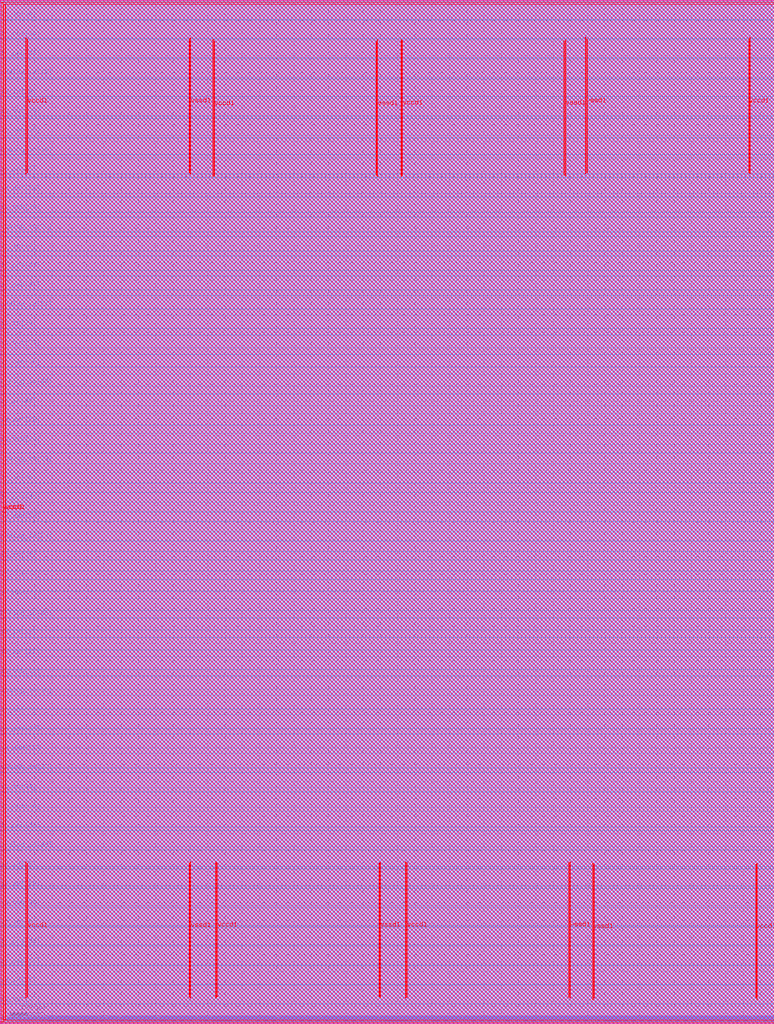
<source format=lef>
##
## LEF for PtnCells ;
## created by Innovus v20.10-p004_1 on Tue Jun 29 01:43:52 2021
##

VERSION 5.8 ;

BUSBITCHARS "[]" ;
DIVIDERCHAR "/" ;

MACRO user_proj_example
  CLASS BLOCK ;
  SIZE 2239.740000 BY 2960.040000 ;
  FOREIGN user_proj_example 0.000000 0.000000 ;
  ORIGIN 0 0 ;
  SYMMETRY X Y R90 ;
  PIN wb_clk_i
    DIRECTION INPUT ;
    USE SIGNAL ;
    PORT
      LAYER met2 ;
        RECT 4.760000 0.000000 4.900000 0.485000 ;
    END
  END wb_clk_i
  PIN wb_rst_i
    DIRECTION INPUT ;
    USE SIGNAL ;
    PORT
      LAYER met2 ;
        RECT 4.300000 0.000000 4.440000 0.485000 ;
    END
  END wb_rst_i
  PIN wbs_stb_i
    DIRECTION INPUT ;
    USE SIGNAL ;
    PORT
      LAYER met2 ;
        RECT 472.120000 0.000000 472.260000 0.485000 ;
    END
  END wbs_stb_i
  PIN wbs_cyc_i
    DIRECTION INPUT ;
    USE SIGNAL ;
    PORT
      LAYER met2 ;
        RECT 158.860000 0.000000 159.000000 0.485000 ;
    END
  END wbs_cyc_i
  PIN wbs_we_i
    DIRECTION INPUT ;
    USE SIGNAL ;
    PORT
      LAYER met2 ;
        RECT 476.720000 0.000000 476.860000 0.485000 ;
    END
  END wbs_we_i
  PIN wbs_sel_i[3]
    DIRECTION INPUT ;
    USE SIGNAL ;
    PORT
      LAYER met2 ;
        RECT 467.520000 0.000000 467.660000 0.485000 ;
    END
  END wbs_sel_i[3]
  PIN wbs_sel_i[2]
    DIRECTION INPUT ;
    USE SIGNAL ;
    PORT
      LAYER met2 ;
        RECT 462.920000 0.000000 463.060000 0.485000 ;
    END
  END wbs_sel_i[2]
  PIN wbs_sel_i[1]
    DIRECTION INPUT ;
    USE SIGNAL ;
    PORT
      LAYER met2 ;
        RECT 458.320000 0.000000 458.460000 0.485000 ;
    END
  END wbs_sel_i[1]
  PIN wbs_sel_i[0]
    DIRECTION INPUT ;
    USE SIGNAL ;
    PORT
      LAYER met2 ;
        RECT 454.180000 0.000000 454.320000 0.485000 ;
    END
  END wbs_sel_i[0]
  PIN wbs_dat_i[31]
    DIRECTION INPUT ;
    USE SIGNAL ;
    PORT
      LAYER met2 ;
        RECT 304.220000 0.000000 304.360000 0.485000 ;
    END
  END wbs_dat_i[31]
  PIN wbs_dat_i[30]
    DIRECTION INPUT ;
    USE SIGNAL ;
    PORT
      LAYER met2 ;
        RECT 299.620000 0.000000 299.760000 0.485000 ;
    END
  END wbs_dat_i[30]
  PIN wbs_dat_i[29]
    DIRECTION INPUT ;
    USE SIGNAL ;
    PORT
      LAYER met2 ;
        RECT 295.020000 0.000000 295.160000 0.485000 ;
    END
  END wbs_dat_i[29]
  PIN wbs_dat_i[28]
    DIRECTION INPUT ;
    USE SIGNAL ;
    PORT
      LAYER met2 ;
        RECT 290.420000 0.000000 290.560000 0.485000 ;
    END
  END wbs_dat_i[28]
  PIN wbs_dat_i[27]
    DIRECTION INPUT ;
    USE SIGNAL ;
    PORT
      LAYER met2 ;
        RECT 285.820000 0.000000 285.960000 0.485000 ;
    END
  END wbs_dat_i[27]
  PIN wbs_dat_i[26]
    DIRECTION INPUT ;
    USE SIGNAL ;
    PORT
      LAYER met2 ;
        RECT 281.220000 0.000000 281.360000 0.485000 ;
    END
  END wbs_dat_i[26]
  PIN wbs_dat_i[25]
    DIRECTION INPUT ;
    USE SIGNAL ;
    PORT
      LAYER met2 ;
        RECT 276.620000 0.000000 276.760000 0.485000 ;
    END
  END wbs_dat_i[25]
  PIN wbs_dat_i[24]
    DIRECTION INPUT ;
    USE SIGNAL ;
    PORT
      LAYER met2 ;
        RECT 272.480000 0.000000 272.620000 0.485000 ;
    END
  END wbs_dat_i[24]
  PIN wbs_dat_i[23]
    DIRECTION INPUT ;
    USE SIGNAL ;
    PORT
      LAYER met2 ;
        RECT 267.880000 0.000000 268.020000 0.485000 ;
    END
  END wbs_dat_i[23]
  PIN wbs_dat_i[22]
    DIRECTION INPUT ;
    USE SIGNAL ;
    PORT
      LAYER met2 ;
        RECT 263.280000 0.000000 263.420000 0.485000 ;
    END
  END wbs_dat_i[22]
  PIN wbs_dat_i[21]
    DIRECTION INPUT ;
    USE SIGNAL ;
    PORT
      LAYER met2 ;
        RECT 258.680000 0.000000 258.820000 0.485000 ;
    END
  END wbs_dat_i[21]
  PIN wbs_dat_i[20]
    DIRECTION INPUT ;
    USE SIGNAL ;
    PORT
      LAYER met2 ;
        RECT 254.080000 0.000000 254.220000 0.485000 ;
    END
  END wbs_dat_i[20]
  PIN wbs_dat_i[19]
    DIRECTION INPUT ;
    USE SIGNAL ;
    PORT
      LAYER met2 ;
        RECT 249.480000 0.000000 249.620000 0.485000 ;
    END
  END wbs_dat_i[19]
  PIN wbs_dat_i[18]
    DIRECTION INPUT ;
    USE SIGNAL ;
    PORT
      LAYER met2 ;
        RECT 244.880000 0.000000 245.020000 0.485000 ;
    END
  END wbs_dat_i[18]
  PIN wbs_dat_i[17]
    DIRECTION INPUT ;
    USE SIGNAL ;
    PORT
      LAYER met2 ;
        RECT 240.280000 0.000000 240.420000 0.485000 ;
    END
  END wbs_dat_i[17]
  PIN wbs_dat_i[16]
    DIRECTION INPUT ;
    USE SIGNAL ;
    PORT
      LAYER met2 ;
        RECT 236.140000 0.000000 236.280000 0.485000 ;
    END
  END wbs_dat_i[16]
  PIN wbs_dat_i[15]
    DIRECTION INPUT ;
    USE SIGNAL ;
    PORT
      LAYER met2 ;
        RECT 231.540000 0.000000 231.680000 0.485000 ;
    END
  END wbs_dat_i[15]
  PIN wbs_dat_i[14]
    DIRECTION INPUT ;
    USE SIGNAL ;
    PORT
      LAYER met2 ;
        RECT 226.940000 0.000000 227.080000 0.485000 ;
    END
  END wbs_dat_i[14]
  PIN wbs_dat_i[13]
    DIRECTION INPUT ;
    USE SIGNAL ;
    PORT
      LAYER met2 ;
        RECT 222.340000 0.000000 222.480000 0.485000 ;
    END
  END wbs_dat_i[13]
  PIN wbs_dat_i[12]
    DIRECTION INPUT ;
    USE SIGNAL ;
    PORT
      LAYER met2 ;
        RECT 217.740000 0.000000 217.880000 0.485000 ;
    END
  END wbs_dat_i[12]
  PIN wbs_dat_i[11]
    DIRECTION INPUT ;
    USE SIGNAL ;
    PORT
      LAYER met2 ;
        RECT 213.140000 0.000000 213.280000 0.485000 ;
    END
  END wbs_dat_i[11]
  PIN wbs_dat_i[10]
    DIRECTION INPUT ;
    USE SIGNAL ;
    PORT
      LAYER met2 ;
        RECT 208.540000 0.000000 208.680000 0.485000 ;
    END
  END wbs_dat_i[10]
  PIN wbs_dat_i[9]
    DIRECTION INPUT ;
    USE SIGNAL ;
    PORT
      LAYER met2 ;
        RECT 203.940000 0.000000 204.080000 0.485000 ;
    END
  END wbs_dat_i[9]
  PIN wbs_dat_i[8]
    DIRECTION INPUT ;
    USE SIGNAL ;
    PORT
      LAYER met2 ;
        RECT 199.800000 0.000000 199.940000 0.485000 ;
    END
  END wbs_dat_i[8]
  PIN wbs_dat_i[7]
    DIRECTION INPUT ;
    USE SIGNAL ;
    PORT
      LAYER met2 ;
        RECT 195.200000 0.000000 195.340000 0.485000 ;
    END
  END wbs_dat_i[7]
  PIN wbs_dat_i[6]
    DIRECTION INPUT ;
    USE SIGNAL ;
    PORT
      LAYER met2 ;
        RECT 190.600000 0.000000 190.740000 0.485000 ;
    END
  END wbs_dat_i[6]
  PIN wbs_dat_i[5]
    DIRECTION INPUT ;
    USE SIGNAL ;
    PORT
      LAYER met2 ;
        RECT 186.000000 0.000000 186.140000 0.485000 ;
    END
  END wbs_dat_i[5]
  PIN wbs_dat_i[4]
    DIRECTION INPUT ;
    USE SIGNAL ;
    PORT
      LAYER met2 ;
        RECT 181.400000 0.000000 181.540000 0.485000 ;
    END
  END wbs_dat_i[4]
  PIN wbs_dat_i[3]
    DIRECTION INPUT ;
    USE SIGNAL ;
    PORT
      LAYER met2 ;
        RECT 176.800000 0.000000 176.940000 0.485000 ;
    END
  END wbs_dat_i[3]
  PIN wbs_dat_i[2]
    DIRECTION INPUT ;
    USE SIGNAL ;
    PORT
      LAYER met2 ;
        RECT 172.200000 0.000000 172.340000 0.485000 ;
    END
  END wbs_dat_i[2]
  PIN wbs_dat_i[1]
    DIRECTION INPUT ;
    USE SIGNAL ;
    PORT
      LAYER met2 ;
        RECT 167.600000 0.000000 167.740000 0.485000 ;
    END
  END wbs_dat_i[1]
  PIN wbs_dat_i[0]
    DIRECTION INPUT ;
    USE SIGNAL ;
    PORT
      LAYER met2 ;
        RECT 163.460000 0.000000 163.600000 0.485000 ;
    END
  END wbs_dat_i[0]
  PIN wbs_adr_i[31]
    DIRECTION INPUT ;
    USE SIGNAL ;
    PORT
      LAYER met2 ;
        RECT 154.260000 0.000000 154.400000 0.485000 ;
    END
  END wbs_adr_i[31]
  PIN wbs_adr_i[30]
    DIRECTION INPUT ;
    USE SIGNAL ;
    PORT
      LAYER met2 ;
        RECT 149.660000 0.000000 149.800000 0.485000 ;
    END
  END wbs_adr_i[30]
  PIN wbs_adr_i[29]
    DIRECTION INPUT ;
    USE SIGNAL ;
    PORT
      LAYER met2 ;
        RECT 145.060000 0.000000 145.200000 0.485000 ;
    END
  END wbs_adr_i[29]
  PIN wbs_adr_i[28]
    DIRECTION INPUT ;
    USE SIGNAL ;
    PORT
      LAYER met2 ;
        RECT 140.460000 0.000000 140.600000 0.485000 ;
    END
  END wbs_adr_i[28]
  PIN wbs_adr_i[27]
    DIRECTION INPUT ;
    USE SIGNAL ;
    PORT
      LAYER met2 ;
        RECT 135.860000 0.000000 136.000000 0.485000 ;
    END
  END wbs_adr_i[27]
  PIN wbs_adr_i[26]
    DIRECTION INPUT ;
    USE SIGNAL ;
    PORT
      LAYER met2 ;
        RECT 131.260000 0.000000 131.400000 0.485000 ;
    END
  END wbs_adr_i[26]
  PIN wbs_adr_i[25]
    DIRECTION INPUT ;
    USE SIGNAL ;
    PORT
      LAYER met2 ;
        RECT 127.120000 0.000000 127.260000 0.485000 ;
    END
  END wbs_adr_i[25]
  PIN wbs_adr_i[24]
    DIRECTION INPUT ;
    USE SIGNAL ;
    PORT
      LAYER met2 ;
        RECT 122.520000 0.000000 122.660000 0.485000 ;
    END
  END wbs_adr_i[24]
  PIN wbs_adr_i[23]
    DIRECTION INPUT ;
    USE SIGNAL ;
    PORT
      LAYER met2 ;
        RECT 117.920000 0.000000 118.060000 0.485000 ;
    END
  END wbs_adr_i[23]
  PIN wbs_adr_i[22]
    DIRECTION INPUT ;
    USE SIGNAL ;
    PORT
      LAYER met2 ;
        RECT 113.320000 0.000000 113.460000 0.485000 ;
    END
  END wbs_adr_i[22]
  PIN wbs_adr_i[21]
    DIRECTION INPUT ;
    USE SIGNAL ;
    PORT
      LAYER met2 ;
        RECT 108.720000 0.000000 108.860000 0.485000 ;
    END
  END wbs_adr_i[21]
  PIN wbs_adr_i[20]
    DIRECTION INPUT ;
    USE SIGNAL ;
    PORT
      LAYER met2 ;
        RECT 104.120000 0.000000 104.260000 0.485000 ;
    END
  END wbs_adr_i[20]
  PIN wbs_adr_i[19]
    DIRECTION INPUT ;
    USE SIGNAL ;
    PORT
      LAYER met2 ;
        RECT 99.520000 0.000000 99.660000 0.485000 ;
    END
  END wbs_adr_i[19]
  PIN wbs_adr_i[18]
    DIRECTION INPUT ;
    USE SIGNAL ;
    PORT
      LAYER met2 ;
        RECT 94.920000 0.000000 95.060000 0.485000 ;
    END
  END wbs_adr_i[18]
  PIN wbs_adr_i[17]
    DIRECTION INPUT ;
    USE SIGNAL ;
    PORT
      LAYER met2 ;
        RECT 90.780000 0.000000 90.920000 0.485000 ;
    END
  END wbs_adr_i[17]
  PIN wbs_adr_i[16]
    DIRECTION INPUT ;
    USE SIGNAL ;
    PORT
      LAYER met2 ;
        RECT 86.180000 0.000000 86.320000 0.485000 ;
    END
  END wbs_adr_i[16]
  PIN wbs_adr_i[15]
    DIRECTION INPUT ;
    USE SIGNAL ;
    PORT
      LAYER met2 ;
        RECT 81.580000 0.000000 81.720000 0.485000 ;
    END
  END wbs_adr_i[15]
  PIN wbs_adr_i[14]
    DIRECTION INPUT ;
    USE SIGNAL ;
    PORT
      LAYER met2 ;
        RECT 76.980000 0.000000 77.120000 0.485000 ;
    END
  END wbs_adr_i[14]
  PIN wbs_adr_i[13]
    DIRECTION INPUT ;
    USE SIGNAL ;
    PORT
      LAYER met2 ;
        RECT 72.380000 0.000000 72.520000 0.485000 ;
    END
  END wbs_adr_i[13]
  PIN wbs_adr_i[12]
    DIRECTION INPUT ;
    USE SIGNAL ;
    PORT
      LAYER met2 ;
        RECT 67.780000 0.000000 67.920000 0.485000 ;
    END
  END wbs_adr_i[12]
  PIN wbs_adr_i[11]
    DIRECTION INPUT ;
    USE SIGNAL ;
    PORT
      LAYER met2 ;
        RECT 63.180000 0.000000 63.320000 0.485000 ;
    END
  END wbs_adr_i[11]
  PIN wbs_adr_i[10]
    DIRECTION INPUT ;
    USE SIGNAL ;
    PORT
      LAYER met2 ;
        RECT 58.580000 0.000000 58.720000 0.485000 ;
    END
  END wbs_adr_i[10]
  PIN wbs_adr_i[9]
    DIRECTION INPUT ;
    USE SIGNAL ;
    PORT
      LAYER met2 ;
        RECT 54.440000 0.000000 54.580000 0.485000 ;
    END
  END wbs_adr_i[9]
  PIN wbs_adr_i[8]
    DIRECTION INPUT ;
    USE SIGNAL ;
    PORT
      LAYER met2 ;
        RECT 49.840000 0.000000 49.980000 0.485000 ;
    END
  END wbs_adr_i[8]
  PIN wbs_adr_i[7]
    DIRECTION INPUT ;
    USE SIGNAL ;
    PORT
      LAYER met2 ;
        RECT 45.240000 0.000000 45.380000 0.485000 ;
    END
  END wbs_adr_i[7]
  PIN wbs_adr_i[6]
    DIRECTION INPUT ;
    USE SIGNAL ;
    PORT
      LAYER met2 ;
        RECT 40.640000 0.000000 40.780000 0.485000 ;
    END
  END wbs_adr_i[6]
  PIN wbs_adr_i[5]
    DIRECTION INPUT ;
    USE SIGNAL ;
    PORT
      LAYER met2 ;
        RECT 36.040000 0.000000 36.180000 0.485000 ;
    END
  END wbs_adr_i[5]
  PIN wbs_adr_i[4]
    DIRECTION INPUT ;
    USE SIGNAL ;
    PORT
      LAYER met2 ;
        RECT 31.440000 0.000000 31.580000 0.485000 ;
    END
  END wbs_adr_i[4]
  PIN wbs_adr_i[3]
    DIRECTION INPUT ;
    USE SIGNAL ;
    PORT
      LAYER met2 ;
        RECT 26.840000 0.000000 26.980000 0.485000 ;
    END
  END wbs_adr_i[3]
  PIN wbs_adr_i[2]
    DIRECTION INPUT ;
    USE SIGNAL ;
    PORT
      LAYER met2 ;
        RECT 22.240000 0.000000 22.380000 0.485000 ;
    END
  END wbs_adr_i[2]
  PIN wbs_adr_i[1]
    DIRECTION INPUT ;
    USE SIGNAL ;
    PORT
      LAYER met2 ;
        RECT 18.100000 0.000000 18.240000 0.485000 ;
    END
  END wbs_adr_i[1]
  PIN wbs_adr_i[0]
    DIRECTION INPUT ;
    USE SIGNAL ;
    PORT
      LAYER met2 ;
        RECT 13.500000 0.000000 13.640000 0.485000 ;
    END
  END wbs_adr_i[0]
  PIN wbs_ack_o
    DIRECTION OUTPUT ;
    USE SIGNAL ;
    PORT
      LAYER met2 ;
        RECT 8.900000 0.000000 9.040000 0.485000 ;
    END
  END wbs_ack_o
  PIN wbs_dat_o[31]
    DIRECTION OUTPUT ;
    USE SIGNAL ;
    PORT
      LAYER met2 ;
        RECT 449.580000 0.000000 449.720000 0.485000 ;
    END
  END wbs_dat_o[31]
  PIN wbs_dat_o[30]
    DIRECTION OUTPUT ;
    USE SIGNAL ;
    PORT
      LAYER met2 ;
        RECT 444.980000 0.000000 445.120000 0.485000 ;
    END
  END wbs_dat_o[30]
  PIN wbs_dat_o[29]
    DIRECTION OUTPUT ;
    USE SIGNAL ;
    PORT
      LAYER met2 ;
        RECT 440.380000 0.000000 440.520000 0.485000 ;
    END
  END wbs_dat_o[29]
  PIN wbs_dat_o[28]
    DIRECTION OUTPUT ;
    USE SIGNAL ;
    PORT
      LAYER met2 ;
        RECT 435.780000 0.000000 435.920000 0.485000 ;
    END
  END wbs_dat_o[28]
  PIN wbs_dat_o[27]
    DIRECTION OUTPUT ;
    USE SIGNAL ;
    PORT
      LAYER met2 ;
        RECT 431.180000 0.000000 431.320000 0.485000 ;
    END
  END wbs_dat_o[27]
  PIN wbs_dat_o[26]
    DIRECTION OUTPUT ;
    USE SIGNAL ;
    PORT
      LAYER met2 ;
        RECT 426.580000 0.000000 426.720000 0.485000 ;
    END
  END wbs_dat_o[26]
  PIN wbs_dat_o[25]
    DIRECTION OUTPUT ;
    USE SIGNAL ;
    PORT
      LAYER met2 ;
        RECT 421.980000 0.000000 422.120000 0.485000 ;
    END
  END wbs_dat_o[25]
  PIN wbs_dat_o[24]
    DIRECTION OUTPUT ;
    USE SIGNAL ;
    PORT
      LAYER met2 ;
        RECT 417.840000 0.000000 417.980000 0.485000 ;
    END
  END wbs_dat_o[24]
  PIN wbs_dat_o[23]
    DIRECTION OUTPUT ;
    USE SIGNAL ;
    PORT
      LAYER met2 ;
        RECT 413.240000 0.000000 413.380000 0.485000 ;
    END
  END wbs_dat_o[23]
  PIN wbs_dat_o[22]
    DIRECTION OUTPUT ;
    USE SIGNAL ;
    PORT
      LAYER met2 ;
        RECT 408.640000 0.000000 408.780000 0.485000 ;
    END
  END wbs_dat_o[22]
  PIN wbs_dat_o[21]
    DIRECTION OUTPUT ;
    USE SIGNAL ;
    PORT
      LAYER met2 ;
        RECT 404.040000 0.000000 404.180000 0.485000 ;
    END
  END wbs_dat_o[21]
  PIN wbs_dat_o[20]
    DIRECTION OUTPUT ;
    USE SIGNAL ;
    PORT
      LAYER met2 ;
        RECT 399.440000 0.000000 399.580000 0.485000 ;
    END
  END wbs_dat_o[20]
  PIN wbs_dat_o[19]
    DIRECTION OUTPUT ;
    USE SIGNAL ;
    PORT
      LAYER met2 ;
        RECT 394.840000 0.000000 394.980000 0.485000 ;
    END
  END wbs_dat_o[19]
  PIN wbs_dat_o[18]
    DIRECTION OUTPUT ;
    USE SIGNAL ;
    PORT
      LAYER met2 ;
        RECT 390.240000 0.000000 390.380000 0.485000 ;
    END
  END wbs_dat_o[18]
  PIN wbs_dat_o[17]
    DIRECTION OUTPUT ;
    USE SIGNAL ;
    PORT
      LAYER met2 ;
        RECT 385.640000 0.000000 385.780000 0.485000 ;
    END
  END wbs_dat_o[17]
  PIN wbs_dat_o[16]
    DIRECTION OUTPUT ;
    USE SIGNAL ;
    PORT
      LAYER met2 ;
        RECT 381.500000 0.000000 381.640000 0.485000 ;
    END
  END wbs_dat_o[16]
  PIN wbs_dat_o[15]
    DIRECTION OUTPUT ;
    USE SIGNAL ;
    PORT
      LAYER met2 ;
        RECT 376.900000 0.000000 377.040000 0.485000 ;
    END
  END wbs_dat_o[15]
  PIN wbs_dat_o[14]
    DIRECTION OUTPUT ;
    USE SIGNAL ;
    PORT
      LAYER met2 ;
        RECT 372.300000 0.000000 372.440000 0.485000 ;
    END
  END wbs_dat_o[14]
  PIN wbs_dat_o[13]
    DIRECTION OUTPUT ;
    USE SIGNAL ;
    PORT
      LAYER met2 ;
        RECT 367.700000 0.000000 367.840000 0.485000 ;
    END
  END wbs_dat_o[13]
  PIN wbs_dat_o[12]
    DIRECTION OUTPUT ;
    USE SIGNAL ;
    PORT
      LAYER met2 ;
        RECT 363.100000 0.000000 363.240000 0.485000 ;
    END
  END wbs_dat_o[12]
  PIN wbs_dat_o[11]
    DIRECTION OUTPUT ;
    USE SIGNAL ;
    PORT
      LAYER met2 ;
        RECT 358.500000 0.000000 358.640000 0.485000 ;
    END
  END wbs_dat_o[11]
  PIN wbs_dat_o[10]
    DIRECTION OUTPUT ;
    USE SIGNAL ;
    PORT
      LAYER met2 ;
        RECT 353.900000 0.000000 354.040000 0.485000 ;
    END
  END wbs_dat_o[10]
  PIN wbs_dat_o[9]
    DIRECTION OUTPUT ;
    USE SIGNAL ;
    PORT
      LAYER met2 ;
        RECT 349.300000 0.000000 349.440000 0.485000 ;
    END
  END wbs_dat_o[9]
  PIN wbs_dat_o[8]
    DIRECTION OUTPUT ;
    USE SIGNAL ;
    PORT
      LAYER met2 ;
        RECT 345.160000 0.000000 345.300000 0.485000 ;
    END
  END wbs_dat_o[8]
  PIN wbs_dat_o[7]
    DIRECTION OUTPUT ;
    USE SIGNAL ;
    PORT
      LAYER met2 ;
        RECT 340.560000 0.000000 340.700000 0.485000 ;
    END
  END wbs_dat_o[7]
  PIN wbs_dat_o[6]
    DIRECTION OUTPUT ;
    USE SIGNAL ;
    PORT
      LAYER met2 ;
        RECT 335.960000 0.000000 336.100000 0.485000 ;
    END
  END wbs_dat_o[6]
  PIN wbs_dat_o[5]
    DIRECTION OUTPUT ;
    USE SIGNAL ;
    PORT
      LAYER met2 ;
        RECT 331.360000 0.000000 331.500000 0.485000 ;
    END
  END wbs_dat_o[5]
  PIN wbs_dat_o[4]
    DIRECTION OUTPUT ;
    USE SIGNAL ;
    PORT
      LAYER met2 ;
        RECT 326.760000 0.000000 326.900000 0.485000 ;
    END
  END wbs_dat_o[4]
  PIN wbs_dat_o[3]
    DIRECTION OUTPUT ;
    USE SIGNAL ;
    PORT
      LAYER met2 ;
        RECT 322.160000 0.000000 322.300000 0.485000 ;
    END
  END wbs_dat_o[3]
  PIN wbs_dat_o[2]
    DIRECTION OUTPUT ;
    USE SIGNAL ;
    PORT
      LAYER met2 ;
        RECT 317.560000 0.000000 317.700000 0.485000 ;
    END
  END wbs_dat_o[2]
  PIN wbs_dat_o[1]
    DIRECTION OUTPUT ;
    USE SIGNAL ;
    PORT
      LAYER met2 ;
        RECT 312.960000 0.000000 313.100000 0.485000 ;
    END
  END wbs_dat_o[1]
  PIN wbs_dat_o[0]
    DIRECTION OUTPUT ;
    USE SIGNAL ;
    PORT
      LAYER met2 ;
        RECT 308.820000 0.000000 308.960000 0.485000 ;
    END
  END wbs_dat_o[0]
  PIN la_data_in[127]
    DIRECTION INPUT ;
    USE SIGNAL ;
    PORT
      LAYER met2 ;
        RECT 1058.160000 0.000000 1058.300000 0.485000 ;
    END
  END la_data_in[127]
  PIN la_data_in[126]
    DIRECTION INPUT ;
    USE SIGNAL ;
    PORT
      LAYER met2 ;
        RECT 1053.560000 0.000000 1053.700000 0.485000 ;
    END
  END la_data_in[126]
  PIN la_data_in[125]
    DIRECTION INPUT ;
    USE SIGNAL ;
    PORT
      LAYER met2 ;
        RECT 1048.960000 0.000000 1049.100000 0.485000 ;
    END
  END la_data_in[125]
  PIN la_data_in[124]
    DIRECTION INPUT ;
    USE SIGNAL ;
    PORT
      LAYER met2 ;
        RECT 1044.820000 0.000000 1044.960000 0.485000 ;
    END
  END la_data_in[124]
  PIN la_data_in[123]
    DIRECTION INPUT ;
    USE SIGNAL ;
    PORT
      LAYER met2 ;
        RECT 1040.220000 0.000000 1040.360000 0.485000 ;
    END
  END la_data_in[123]
  PIN la_data_in[122]
    DIRECTION INPUT ;
    USE SIGNAL ;
    PORT
      LAYER met2 ;
        RECT 1035.620000 0.000000 1035.760000 0.485000 ;
    END
  END la_data_in[122]
  PIN la_data_in[121]
    DIRECTION INPUT ;
    USE SIGNAL ;
    PORT
      LAYER met2 ;
        RECT 1031.020000 0.000000 1031.160000 0.485000 ;
    END
  END la_data_in[121]
  PIN la_data_in[120]
    DIRECTION INPUT ;
    USE SIGNAL ;
    PORT
      LAYER met2 ;
        RECT 1026.420000 0.000000 1026.560000 0.485000 ;
    END
  END la_data_in[120]
  PIN la_data_in[119]
    DIRECTION INPUT ;
    USE SIGNAL ;
    PORT
      LAYER met2 ;
        RECT 1021.820000 0.000000 1021.960000 0.485000 ;
    END
  END la_data_in[119]
  PIN la_data_in[118]
    DIRECTION INPUT ;
    USE SIGNAL ;
    PORT
      LAYER met2 ;
        RECT 1017.220000 0.000000 1017.360000 0.485000 ;
    END
  END la_data_in[118]
  PIN la_data_in[117]
    DIRECTION INPUT ;
    USE SIGNAL ;
    PORT
      LAYER met2 ;
        RECT 1012.620000 0.000000 1012.760000 0.485000 ;
    END
  END la_data_in[117]
  PIN la_data_in[116]
    DIRECTION INPUT ;
    USE SIGNAL ;
    PORT
      LAYER met2 ;
        RECT 1008.020000 0.000000 1008.160000 0.485000 ;
    END
  END la_data_in[116]
  PIN la_data_in[115]
    DIRECTION INPUT ;
    USE SIGNAL ;
    PORT
      LAYER met2 ;
        RECT 1003.880000 0.000000 1004.020000 0.485000 ;
    END
  END la_data_in[115]
  PIN la_data_in[114]
    DIRECTION INPUT ;
    USE SIGNAL ;
    PORT
      LAYER met2 ;
        RECT 999.280000 0.000000 999.420000 0.485000 ;
    END
  END la_data_in[114]
  PIN la_data_in[113]
    DIRECTION INPUT ;
    USE SIGNAL ;
    PORT
      LAYER met2 ;
        RECT 994.680000 0.000000 994.820000 0.485000 ;
    END
  END la_data_in[113]
  PIN la_data_in[112]
    DIRECTION INPUT ;
    USE SIGNAL ;
    PORT
      LAYER met2 ;
        RECT 990.080000 0.000000 990.220000 0.485000 ;
    END
  END la_data_in[112]
  PIN la_data_in[111]
    DIRECTION INPUT ;
    USE SIGNAL ;
    PORT
      LAYER met2 ;
        RECT 985.480000 0.000000 985.620000 0.485000 ;
    END
  END la_data_in[111]
  PIN la_data_in[110]
    DIRECTION INPUT ;
    USE SIGNAL ;
    PORT
      LAYER met2 ;
        RECT 980.880000 0.000000 981.020000 0.485000 ;
    END
  END la_data_in[110]
  PIN la_data_in[109]
    DIRECTION INPUT ;
    USE SIGNAL ;
    PORT
      LAYER met2 ;
        RECT 976.280000 0.000000 976.420000 0.485000 ;
    END
  END la_data_in[109]
  PIN la_data_in[108]
    DIRECTION INPUT ;
    USE SIGNAL ;
    PORT
      LAYER met2 ;
        RECT 971.680000 0.000000 971.820000 0.485000 ;
    END
  END la_data_in[108]
  PIN la_data_in[107]
    DIRECTION INPUT ;
    USE SIGNAL ;
    PORT
      LAYER met2 ;
        RECT 967.540000 0.000000 967.680000 0.485000 ;
    END
  END la_data_in[107]
  PIN la_data_in[106]
    DIRECTION INPUT ;
    USE SIGNAL ;
    PORT
      LAYER met2 ;
        RECT 962.940000 0.000000 963.080000 0.485000 ;
    END
  END la_data_in[106]
  PIN la_data_in[105]
    DIRECTION INPUT ;
    USE SIGNAL ;
    PORT
      LAYER met2 ;
        RECT 958.340000 0.000000 958.480000 0.485000 ;
    END
  END la_data_in[105]
  PIN la_data_in[104]
    DIRECTION INPUT ;
    USE SIGNAL ;
    PORT
      LAYER met2 ;
        RECT 953.740000 0.000000 953.880000 0.485000 ;
    END
  END la_data_in[104]
  PIN la_data_in[103]
    DIRECTION INPUT ;
    USE SIGNAL ;
    PORT
      LAYER met2 ;
        RECT 949.140000 0.000000 949.280000 0.485000 ;
    END
  END la_data_in[103]
  PIN la_data_in[102]
    DIRECTION INPUT ;
    USE SIGNAL ;
    PORT
      LAYER met2 ;
        RECT 944.540000 0.000000 944.680000 0.485000 ;
    END
  END la_data_in[102]
  PIN la_data_in[101]
    DIRECTION INPUT ;
    USE SIGNAL ;
    PORT
      LAYER met2 ;
        RECT 939.940000 0.000000 940.080000 0.485000 ;
    END
  END la_data_in[101]
  PIN la_data_in[100]
    DIRECTION INPUT ;
    USE SIGNAL ;
    PORT
      LAYER met2 ;
        RECT 935.340000 0.000000 935.480000 0.485000 ;
    END
  END la_data_in[100]
  PIN la_data_in[99]
    DIRECTION INPUT ;
    USE SIGNAL ;
    PORT
      LAYER met2 ;
        RECT 931.200000 0.000000 931.340000 0.485000 ;
    END
  END la_data_in[99]
  PIN la_data_in[98]
    DIRECTION INPUT ;
    USE SIGNAL ;
    PORT
      LAYER met2 ;
        RECT 926.600000 0.000000 926.740000 0.485000 ;
    END
  END la_data_in[98]
  PIN la_data_in[97]
    DIRECTION INPUT ;
    USE SIGNAL ;
    PORT
      LAYER met2 ;
        RECT 922.000000 0.000000 922.140000 0.485000 ;
    END
  END la_data_in[97]
  PIN la_data_in[96]
    DIRECTION INPUT ;
    USE SIGNAL ;
    PORT
      LAYER met2 ;
        RECT 917.400000 0.000000 917.540000 0.485000 ;
    END
  END la_data_in[96]
  PIN la_data_in[95]
    DIRECTION INPUT ;
    USE SIGNAL ;
    PORT
      LAYER met2 ;
        RECT 912.800000 0.000000 912.940000 0.485000 ;
    END
  END la_data_in[95]
  PIN la_data_in[94]
    DIRECTION INPUT ;
    USE SIGNAL ;
    PORT
      LAYER met2 ;
        RECT 908.200000 0.000000 908.340000 0.485000 ;
    END
  END la_data_in[94]
  PIN la_data_in[93]
    DIRECTION INPUT ;
    USE SIGNAL ;
    PORT
      LAYER met2 ;
        RECT 903.600000 0.000000 903.740000 0.485000 ;
    END
  END la_data_in[93]
  PIN la_data_in[92]
    DIRECTION INPUT ;
    USE SIGNAL ;
    PORT
      LAYER met2 ;
        RECT 899.000000 0.000000 899.140000 0.485000 ;
    END
  END la_data_in[92]
  PIN la_data_in[91]
    DIRECTION INPUT ;
    USE SIGNAL ;
    PORT
      LAYER met2 ;
        RECT 894.860000 0.000000 895.000000 0.485000 ;
    END
  END la_data_in[91]
  PIN la_data_in[90]
    DIRECTION INPUT ;
    USE SIGNAL ;
    PORT
      LAYER met2 ;
        RECT 890.260000 0.000000 890.400000 0.485000 ;
    END
  END la_data_in[90]
  PIN la_data_in[89]
    DIRECTION INPUT ;
    USE SIGNAL ;
    PORT
      LAYER met2 ;
        RECT 885.660000 0.000000 885.800000 0.485000 ;
    END
  END la_data_in[89]
  PIN la_data_in[88]
    DIRECTION INPUT ;
    USE SIGNAL ;
    PORT
      LAYER met2 ;
        RECT 881.060000 0.000000 881.200000 0.485000 ;
    END
  END la_data_in[88]
  PIN la_data_in[87]
    DIRECTION INPUT ;
    USE SIGNAL ;
    PORT
      LAYER met2 ;
        RECT 876.460000 0.000000 876.600000 0.485000 ;
    END
  END la_data_in[87]
  PIN la_data_in[86]
    DIRECTION INPUT ;
    USE SIGNAL ;
    PORT
      LAYER met2 ;
        RECT 871.860000 0.000000 872.000000 0.485000 ;
    END
  END la_data_in[86]
  PIN la_data_in[85]
    DIRECTION INPUT ;
    USE SIGNAL ;
    PORT
      LAYER met2 ;
        RECT 867.260000 0.000000 867.400000 0.485000 ;
    END
  END la_data_in[85]
  PIN la_data_in[84]
    DIRECTION INPUT ;
    USE SIGNAL ;
    PORT
      LAYER met2 ;
        RECT 862.660000 0.000000 862.800000 0.485000 ;
    END
  END la_data_in[84]
  PIN la_data_in[83]
    DIRECTION INPUT ;
    USE SIGNAL ;
    PORT
      LAYER met2 ;
        RECT 858.520000 0.000000 858.660000 0.485000 ;
    END
  END la_data_in[83]
  PIN la_data_in[82]
    DIRECTION INPUT ;
    USE SIGNAL ;
    PORT
      LAYER met2 ;
        RECT 853.920000 0.000000 854.060000 0.485000 ;
    END
  END la_data_in[82]
  PIN la_data_in[81]
    DIRECTION INPUT ;
    USE SIGNAL ;
    PORT
      LAYER met2 ;
        RECT 849.320000 0.000000 849.460000 0.485000 ;
    END
  END la_data_in[81]
  PIN la_data_in[80]
    DIRECTION INPUT ;
    USE SIGNAL ;
    PORT
      LAYER met2 ;
        RECT 844.720000 0.000000 844.860000 0.485000 ;
    END
  END la_data_in[80]
  PIN la_data_in[79]
    DIRECTION INPUT ;
    USE SIGNAL ;
    PORT
      LAYER met2 ;
        RECT 840.120000 0.000000 840.260000 0.485000 ;
    END
  END la_data_in[79]
  PIN la_data_in[78]
    DIRECTION INPUT ;
    USE SIGNAL ;
    PORT
      LAYER met2 ;
        RECT 835.520000 0.000000 835.660000 0.485000 ;
    END
  END la_data_in[78]
  PIN la_data_in[77]
    DIRECTION INPUT ;
    USE SIGNAL ;
    PORT
      LAYER met2 ;
        RECT 830.920000 0.000000 831.060000 0.485000 ;
    END
  END la_data_in[77]
  PIN la_data_in[76]
    DIRECTION INPUT ;
    USE SIGNAL ;
    PORT
      LAYER met2 ;
        RECT 826.320000 0.000000 826.460000 0.485000 ;
    END
  END la_data_in[76]
  PIN la_data_in[75]
    DIRECTION INPUT ;
    USE SIGNAL ;
    PORT
      LAYER met2 ;
        RECT 822.180000 0.000000 822.320000 0.485000 ;
    END
  END la_data_in[75]
  PIN la_data_in[74]
    DIRECTION INPUT ;
    USE SIGNAL ;
    PORT
      LAYER met2 ;
        RECT 817.580000 0.000000 817.720000 0.485000 ;
    END
  END la_data_in[74]
  PIN la_data_in[73]
    DIRECTION INPUT ;
    USE SIGNAL ;
    PORT
      LAYER met2 ;
        RECT 812.980000 0.000000 813.120000 0.485000 ;
    END
  END la_data_in[73]
  PIN la_data_in[72]
    DIRECTION INPUT ;
    USE SIGNAL ;
    PORT
      LAYER met2 ;
        RECT 808.380000 0.000000 808.520000 0.485000 ;
    END
  END la_data_in[72]
  PIN la_data_in[71]
    DIRECTION INPUT ;
    USE SIGNAL ;
    PORT
      LAYER met2 ;
        RECT 803.780000 0.000000 803.920000 0.485000 ;
    END
  END la_data_in[71]
  PIN la_data_in[70]
    DIRECTION INPUT ;
    USE SIGNAL ;
    PORT
      LAYER met2 ;
        RECT 799.180000 0.000000 799.320000 0.485000 ;
    END
  END la_data_in[70]
  PIN la_data_in[69]
    DIRECTION INPUT ;
    USE SIGNAL ;
    PORT
      LAYER met2 ;
        RECT 794.580000 0.000000 794.720000 0.485000 ;
    END
  END la_data_in[69]
  PIN la_data_in[68]
    DIRECTION INPUT ;
    USE SIGNAL ;
    PORT
      LAYER met2 ;
        RECT 789.980000 0.000000 790.120000 0.485000 ;
    END
  END la_data_in[68]
  PIN la_data_in[67]
    DIRECTION INPUT ;
    USE SIGNAL ;
    PORT
      LAYER met2 ;
        RECT 785.840000 0.000000 785.980000 0.485000 ;
    END
  END la_data_in[67]
  PIN la_data_in[66]
    DIRECTION INPUT ;
    USE SIGNAL ;
    PORT
      LAYER met2 ;
        RECT 781.240000 0.000000 781.380000 0.485000 ;
    END
  END la_data_in[66]
  PIN la_data_in[65]
    DIRECTION INPUT ;
    USE SIGNAL ;
    PORT
      LAYER met2 ;
        RECT 776.640000 0.000000 776.780000 0.485000 ;
    END
  END la_data_in[65]
  PIN la_data_in[64]
    DIRECTION INPUT ;
    USE SIGNAL ;
    PORT
      LAYER met2 ;
        RECT 772.040000 0.000000 772.180000 0.485000 ;
    END
  END la_data_in[64]
  PIN la_data_in[63]
    DIRECTION INPUT ;
    USE SIGNAL ;
    PORT
      LAYER met2 ;
        RECT 767.440000 0.000000 767.580000 0.485000 ;
    END
  END la_data_in[63]
  PIN la_data_in[62]
    DIRECTION INPUT ;
    USE SIGNAL ;
    PORT
      LAYER met2 ;
        RECT 762.840000 0.000000 762.980000 0.485000 ;
    END
  END la_data_in[62]
  PIN la_data_in[61]
    DIRECTION INPUT ;
    USE SIGNAL ;
    PORT
      LAYER met2 ;
        RECT 758.240000 0.000000 758.380000 0.485000 ;
    END
  END la_data_in[61]
  PIN la_data_in[60]
    DIRECTION INPUT ;
    USE SIGNAL ;
    PORT
      LAYER met2 ;
        RECT 753.640000 0.000000 753.780000 0.485000 ;
    END
  END la_data_in[60]
  PIN la_data_in[59]
    DIRECTION INPUT ;
    USE SIGNAL ;
    PORT
      LAYER met2 ;
        RECT 749.500000 0.000000 749.640000 0.485000 ;
    END
  END la_data_in[59]
  PIN la_data_in[58]
    DIRECTION INPUT ;
    USE SIGNAL ;
    PORT
      LAYER met2 ;
        RECT 744.900000 0.000000 745.040000 0.485000 ;
    END
  END la_data_in[58]
  PIN la_data_in[57]
    DIRECTION INPUT ;
    USE SIGNAL ;
    PORT
      LAYER met2 ;
        RECT 740.300000 0.000000 740.440000 0.485000 ;
    END
  END la_data_in[57]
  PIN la_data_in[56]
    DIRECTION INPUT ;
    USE SIGNAL ;
    PORT
      LAYER met2 ;
        RECT 735.700000 0.000000 735.840000 0.485000 ;
    END
  END la_data_in[56]
  PIN la_data_in[55]
    DIRECTION INPUT ;
    USE SIGNAL ;
    PORT
      LAYER met2 ;
        RECT 731.100000 0.000000 731.240000 0.485000 ;
    END
  END la_data_in[55]
  PIN la_data_in[54]
    DIRECTION INPUT ;
    USE SIGNAL ;
    PORT
      LAYER met2 ;
        RECT 726.500000 0.000000 726.640000 0.485000 ;
    END
  END la_data_in[54]
  PIN la_data_in[53]
    DIRECTION INPUT ;
    USE SIGNAL ;
    PORT
      LAYER met2 ;
        RECT 721.900000 0.000000 722.040000 0.485000 ;
    END
  END la_data_in[53]
  PIN la_data_in[52]
    DIRECTION INPUT ;
    USE SIGNAL ;
    PORT
      LAYER met2 ;
        RECT 717.300000 0.000000 717.440000 0.485000 ;
    END
  END la_data_in[52]
  PIN la_data_in[51]
    DIRECTION INPUT ;
    USE SIGNAL ;
    PORT
      LAYER met2 ;
        RECT 713.160000 0.000000 713.300000 0.485000 ;
    END
  END la_data_in[51]
  PIN la_data_in[50]
    DIRECTION INPUT ;
    USE SIGNAL ;
    PORT
      LAYER met2 ;
        RECT 708.560000 0.000000 708.700000 0.485000 ;
    END
  END la_data_in[50]
  PIN la_data_in[49]
    DIRECTION INPUT ;
    USE SIGNAL ;
    PORT
      LAYER met2 ;
        RECT 703.960000 0.000000 704.100000 0.485000 ;
    END
  END la_data_in[49]
  PIN la_data_in[48]
    DIRECTION INPUT ;
    USE SIGNAL ;
    PORT
      LAYER met2 ;
        RECT 699.360000 0.000000 699.500000 0.485000 ;
    END
  END la_data_in[48]
  PIN la_data_in[47]
    DIRECTION INPUT ;
    USE SIGNAL ;
    PORT
      LAYER met2 ;
        RECT 694.760000 0.000000 694.900000 0.485000 ;
    END
  END la_data_in[47]
  PIN la_data_in[46]
    DIRECTION INPUT ;
    USE SIGNAL ;
    PORT
      LAYER met2 ;
        RECT 690.160000 0.000000 690.300000 0.485000 ;
    END
  END la_data_in[46]
  PIN la_data_in[45]
    DIRECTION INPUT ;
    USE SIGNAL ;
    PORT
      LAYER met2 ;
        RECT 685.560000 0.000000 685.700000 0.485000 ;
    END
  END la_data_in[45]
  PIN la_data_in[44]
    DIRECTION INPUT ;
    USE SIGNAL ;
    PORT
      LAYER met2 ;
        RECT 680.960000 0.000000 681.100000 0.485000 ;
    END
  END la_data_in[44]
  PIN la_data_in[43]
    DIRECTION INPUT ;
    USE SIGNAL ;
    PORT
      LAYER met2 ;
        RECT 676.820000 0.000000 676.960000 0.485000 ;
    END
  END la_data_in[43]
  PIN la_data_in[42]
    DIRECTION INPUT ;
    USE SIGNAL ;
    PORT
      LAYER met2 ;
        RECT 672.220000 0.000000 672.360000 0.485000 ;
    END
  END la_data_in[42]
  PIN la_data_in[41]
    DIRECTION INPUT ;
    USE SIGNAL ;
    PORT
      LAYER met2 ;
        RECT 667.620000 0.000000 667.760000 0.485000 ;
    END
  END la_data_in[41]
  PIN la_data_in[40]
    DIRECTION INPUT ;
    USE SIGNAL ;
    PORT
      LAYER met2 ;
        RECT 663.020000 0.000000 663.160000 0.485000 ;
    END
  END la_data_in[40]
  PIN la_data_in[39]
    DIRECTION INPUT ;
    USE SIGNAL ;
    PORT
      LAYER met2 ;
        RECT 658.420000 0.000000 658.560000 0.485000 ;
    END
  END la_data_in[39]
  PIN la_data_in[38]
    DIRECTION INPUT ;
    USE SIGNAL ;
    PORT
      LAYER met2 ;
        RECT 653.820000 0.000000 653.960000 0.485000 ;
    END
  END la_data_in[38]
  PIN la_data_in[37]
    DIRECTION INPUT ;
    USE SIGNAL ;
    PORT
      LAYER met2 ;
        RECT 649.220000 0.000000 649.360000 0.485000 ;
    END
  END la_data_in[37]
  PIN la_data_in[36]
    DIRECTION INPUT ;
    USE SIGNAL ;
    PORT
      LAYER met2 ;
        RECT 644.620000 0.000000 644.760000 0.485000 ;
    END
  END la_data_in[36]
  PIN la_data_in[35]
    DIRECTION INPUT ;
    USE SIGNAL ;
    PORT
      LAYER met2 ;
        RECT 640.480000 0.000000 640.620000 0.485000 ;
    END
  END la_data_in[35]
  PIN la_data_in[34]
    DIRECTION INPUT ;
    USE SIGNAL ;
    PORT
      LAYER met2 ;
        RECT 635.880000 0.000000 636.020000 0.485000 ;
    END
  END la_data_in[34]
  PIN la_data_in[33]
    DIRECTION INPUT ;
    USE SIGNAL ;
    PORT
      LAYER met2 ;
        RECT 631.280000 0.000000 631.420000 0.485000 ;
    END
  END la_data_in[33]
  PIN la_data_in[32]
    DIRECTION INPUT ;
    USE SIGNAL ;
    PORT
      LAYER met2 ;
        RECT 626.680000 0.000000 626.820000 0.485000 ;
    END
  END la_data_in[32]
  PIN la_data_in[31]
    DIRECTION INPUT ;
    USE SIGNAL ;
    PORT
      LAYER met2 ;
        RECT 622.080000 0.000000 622.220000 0.485000 ;
    END
  END la_data_in[31]
  PIN la_data_in[30]
    DIRECTION INPUT ;
    USE SIGNAL ;
    PORT
      LAYER met2 ;
        RECT 617.480000 0.000000 617.620000 0.485000 ;
    END
  END la_data_in[30]
  PIN la_data_in[29]
    DIRECTION INPUT ;
    USE SIGNAL ;
    PORT
      LAYER met2 ;
        RECT 612.880000 0.000000 613.020000 0.485000 ;
    END
  END la_data_in[29]
  PIN la_data_in[28]
    DIRECTION INPUT ;
    USE SIGNAL ;
    PORT
      LAYER met2 ;
        RECT 608.280000 0.000000 608.420000 0.485000 ;
    END
  END la_data_in[28]
  PIN la_data_in[27]
    DIRECTION INPUT ;
    USE SIGNAL ;
    PORT
      LAYER met2 ;
        RECT 604.140000 0.000000 604.280000 0.485000 ;
    END
  END la_data_in[27]
  PIN la_data_in[26]
    DIRECTION INPUT ;
    USE SIGNAL ;
    PORT
      LAYER met2 ;
        RECT 599.540000 0.000000 599.680000 0.485000 ;
    END
  END la_data_in[26]
  PIN la_data_in[25]
    DIRECTION INPUT ;
    USE SIGNAL ;
    PORT
      LAYER met2 ;
        RECT 594.940000 0.000000 595.080000 0.485000 ;
    END
  END la_data_in[25]
  PIN la_data_in[24]
    DIRECTION INPUT ;
    USE SIGNAL ;
    PORT
      LAYER met2 ;
        RECT 590.340000 0.000000 590.480000 0.485000 ;
    END
  END la_data_in[24]
  PIN la_data_in[23]
    DIRECTION INPUT ;
    USE SIGNAL ;
    PORT
      LAYER met2 ;
        RECT 585.740000 0.000000 585.880000 0.485000 ;
    END
  END la_data_in[23]
  PIN la_data_in[22]
    DIRECTION INPUT ;
    USE SIGNAL ;
    PORT
      LAYER met2 ;
        RECT 581.140000 0.000000 581.280000 0.485000 ;
    END
  END la_data_in[22]
  PIN la_data_in[21]
    DIRECTION INPUT ;
    USE SIGNAL ;
    PORT
      LAYER met2 ;
        RECT 576.540000 0.000000 576.680000 0.485000 ;
    END
  END la_data_in[21]
  PIN la_data_in[20]
    DIRECTION INPUT ;
    USE SIGNAL ;
    PORT
      LAYER met2 ;
        RECT 571.940000 0.000000 572.080000 0.485000 ;
    END
  END la_data_in[20]
  PIN la_data_in[19]
    DIRECTION INPUT ;
    USE SIGNAL ;
    PORT
      LAYER met2 ;
        RECT 567.800000 0.000000 567.940000 0.485000 ;
    END
  END la_data_in[19]
  PIN la_data_in[18]
    DIRECTION INPUT ;
    USE SIGNAL ;
    PORT
      LAYER met2 ;
        RECT 563.200000 0.000000 563.340000 0.485000 ;
    END
  END la_data_in[18]
  PIN la_data_in[17]
    DIRECTION INPUT ;
    USE SIGNAL ;
    PORT
      LAYER met2 ;
        RECT 558.600000 0.000000 558.740000 0.485000 ;
    END
  END la_data_in[17]
  PIN la_data_in[16]
    DIRECTION INPUT ;
    USE SIGNAL ;
    PORT
      LAYER met2 ;
        RECT 554.000000 0.000000 554.140000 0.485000 ;
    END
  END la_data_in[16]
  PIN la_data_in[15]
    DIRECTION INPUT ;
    USE SIGNAL ;
    PORT
      LAYER met2 ;
        RECT 549.400000 0.000000 549.540000 0.485000 ;
    END
  END la_data_in[15]
  PIN la_data_in[14]
    DIRECTION INPUT ;
    USE SIGNAL ;
    PORT
      LAYER met2 ;
        RECT 544.800000 0.000000 544.940000 0.485000 ;
    END
  END la_data_in[14]
  PIN la_data_in[13]
    DIRECTION INPUT ;
    USE SIGNAL ;
    PORT
      LAYER met2 ;
        RECT 540.200000 0.000000 540.340000 0.485000 ;
    END
  END la_data_in[13]
  PIN la_data_in[12]
    DIRECTION INPUT ;
    USE SIGNAL ;
    PORT
      LAYER met2 ;
        RECT 535.600000 0.000000 535.740000 0.485000 ;
    END
  END la_data_in[12]
  PIN la_data_in[11]
    DIRECTION INPUT ;
    USE SIGNAL ;
    PORT
      LAYER met2 ;
        RECT 531.460000 0.000000 531.600000 0.485000 ;
    END
  END la_data_in[11]
  PIN la_data_in[10]
    DIRECTION INPUT ;
    USE SIGNAL ;
    PORT
      LAYER met2 ;
        RECT 526.860000 0.000000 527.000000 0.485000 ;
    END
  END la_data_in[10]
  PIN la_data_in[9]
    DIRECTION INPUT ;
    USE SIGNAL ;
    PORT
      LAYER met2 ;
        RECT 522.260000 0.000000 522.400000 0.485000 ;
    END
  END la_data_in[9]
  PIN la_data_in[8]
    DIRECTION INPUT ;
    USE SIGNAL ;
    PORT
      LAYER met2 ;
        RECT 517.660000 0.000000 517.800000 0.485000 ;
    END
  END la_data_in[8]
  PIN la_data_in[7]
    DIRECTION INPUT ;
    USE SIGNAL ;
    PORT
      LAYER met2 ;
        RECT 513.060000 0.000000 513.200000 0.485000 ;
    END
  END la_data_in[7]
  PIN la_data_in[6]
    DIRECTION INPUT ;
    USE SIGNAL ;
    PORT
      LAYER met2 ;
        RECT 508.460000 0.000000 508.600000 0.485000 ;
    END
  END la_data_in[6]
  PIN la_data_in[5]
    DIRECTION INPUT ;
    USE SIGNAL ;
    PORT
      LAYER met2 ;
        RECT 503.860000 0.000000 504.000000 0.485000 ;
    END
  END la_data_in[5]
  PIN la_data_in[4]
    DIRECTION INPUT ;
    USE SIGNAL ;
    PORT
      LAYER met2 ;
        RECT 499.260000 0.000000 499.400000 0.485000 ;
    END
  END la_data_in[4]
  PIN la_data_in[3]
    DIRECTION INPUT ;
    USE SIGNAL ;
    PORT
      LAYER met2 ;
        RECT 494.660000 0.000000 494.800000 0.485000 ;
    END
  END la_data_in[3]
  PIN la_data_in[2]
    DIRECTION INPUT ;
    USE SIGNAL ;
    PORT
      LAYER met2 ;
        RECT 490.520000 0.000000 490.660000 0.485000 ;
    END
  END la_data_in[2]
  PIN la_data_in[1]
    DIRECTION INPUT ;
    USE SIGNAL ;
    PORT
      LAYER met2 ;
        RECT 485.920000 0.000000 486.060000 0.485000 ;
    END
  END la_data_in[1]
  PIN la_data_in[0]
    DIRECTION INPUT ;
    USE SIGNAL ;
    PORT
      LAYER met2 ;
        RECT 481.320000 0.000000 481.460000 0.485000 ;
    END
  END la_data_in[0]
  PIN la_data_out[127]
    DIRECTION OUTPUT ;
    USE SIGNAL ;
    PORT
      LAYER met2 ;
        RECT 1639.600000 0.000000 1639.740000 0.485000 ;
    END
  END la_data_out[127]
  PIN la_data_out[126]
    DIRECTION OUTPUT ;
    USE SIGNAL ;
    PORT
      LAYER met2 ;
        RECT 1635.000000 0.000000 1635.140000 0.485000 ;
    END
  END la_data_out[126]
  PIN la_data_out[125]
    DIRECTION OUTPUT ;
    USE SIGNAL ;
    PORT
      LAYER met2 ;
        RECT 1630.860000 0.000000 1631.000000 0.485000 ;
    END
  END la_data_out[125]
  PIN la_data_out[124]
    DIRECTION OUTPUT ;
    USE SIGNAL ;
    PORT
      LAYER met2 ;
        RECT 1626.260000 0.000000 1626.400000 0.485000 ;
    END
  END la_data_out[124]
  PIN la_data_out[123]
    DIRECTION OUTPUT ;
    USE SIGNAL ;
    PORT
      LAYER met2 ;
        RECT 1621.660000 0.000000 1621.800000 0.485000 ;
    END
  END la_data_out[123]
  PIN la_data_out[122]
    DIRECTION OUTPUT ;
    USE SIGNAL ;
    PORT
      LAYER met2 ;
        RECT 1617.060000 0.000000 1617.200000 0.485000 ;
    END
  END la_data_out[122]
  PIN la_data_out[121]
    DIRECTION OUTPUT ;
    USE SIGNAL ;
    PORT
      LAYER met2 ;
        RECT 1612.460000 0.000000 1612.600000 0.485000 ;
    END
  END la_data_out[121]
  PIN la_data_out[120]
    DIRECTION OUTPUT ;
    USE SIGNAL ;
    PORT
      LAYER met2 ;
        RECT 1607.860000 0.000000 1608.000000 0.485000 ;
    END
  END la_data_out[120]
  PIN la_data_out[119]
    DIRECTION OUTPUT ;
    USE SIGNAL ;
    PORT
      LAYER met2 ;
        RECT 1603.260000 0.000000 1603.400000 0.485000 ;
    END
  END la_data_out[119]
  PIN la_data_out[118]
    DIRECTION OUTPUT ;
    USE SIGNAL ;
    PORT
      LAYER met2 ;
        RECT 1598.660000 0.000000 1598.800000 0.485000 ;
    END
  END la_data_out[118]
  PIN la_data_out[117]
    DIRECTION OUTPUT ;
    USE SIGNAL ;
    PORT
      LAYER met2 ;
        RECT 1594.520000 0.000000 1594.660000 0.485000 ;
    END
  END la_data_out[117]
  PIN la_data_out[116]
    DIRECTION OUTPUT ;
    USE SIGNAL ;
    PORT
      LAYER met2 ;
        RECT 1589.920000 0.000000 1590.060000 0.485000 ;
    END
  END la_data_out[116]
  PIN la_data_out[115]
    DIRECTION OUTPUT ;
    USE SIGNAL ;
    PORT
      LAYER met2 ;
        RECT 1585.320000 0.000000 1585.460000 0.485000 ;
    END
  END la_data_out[115]
  PIN la_data_out[114]
    DIRECTION OUTPUT ;
    USE SIGNAL ;
    PORT
      LAYER met2 ;
        RECT 1580.720000 0.000000 1580.860000 0.485000 ;
    END
  END la_data_out[114]
  PIN la_data_out[113]
    DIRECTION OUTPUT ;
    USE SIGNAL ;
    PORT
      LAYER met2 ;
        RECT 1576.120000 0.000000 1576.260000 0.485000 ;
    END
  END la_data_out[113]
  PIN la_data_out[112]
    DIRECTION OUTPUT ;
    USE SIGNAL ;
    PORT
      LAYER met2 ;
        RECT 1571.520000 0.000000 1571.660000 0.485000 ;
    END
  END la_data_out[112]
  PIN la_data_out[111]
    DIRECTION OUTPUT ;
    USE SIGNAL ;
    PORT
      LAYER met2 ;
        RECT 1566.920000 0.000000 1567.060000 0.485000 ;
    END
  END la_data_out[111]
  PIN la_data_out[110]
    DIRECTION OUTPUT ;
    USE SIGNAL ;
    PORT
      LAYER met2 ;
        RECT 1562.320000 0.000000 1562.460000 0.485000 ;
    END
  END la_data_out[110]
  PIN la_data_out[109]
    DIRECTION OUTPUT ;
    USE SIGNAL ;
    PORT
      LAYER met2 ;
        RECT 1558.180000 0.000000 1558.320000 0.485000 ;
    END
  END la_data_out[109]
  PIN la_data_out[108]
    DIRECTION OUTPUT ;
    USE SIGNAL ;
    PORT
      LAYER met2 ;
        RECT 1553.580000 0.000000 1553.720000 0.485000 ;
    END
  END la_data_out[108]
  PIN la_data_out[107]
    DIRECTION OUTPUT ;
    USE SIGNAL ;
    PORT
      LAYER met2 ;
        RECT 1548.980000 0.000000 1549.120000 0.485000 ;
    END
  END la_data_out[107]
  PIN la_data_out[106]
    DIRECTION OUTPUT ;
    USE SIGNAL ;
    PORT
      LAYER met2 ;
        RECT 1544.380000 0.000000 1544.520000 0.485000 ;
    END
  END la_data_out[106]
  PIN la_data_out[105]
    DIRECTION OUTPUT ;
    USE SIGNAL ;
    PORT
      LAYER met2 ;
        RECT 1539.780000 0.000000 1539.920000 0.485000 ;
    END
  END la_data_out[105]
  PIN la_data_out[104]
    DIRECTION OUTPUT ;
    USE SIGNAL ;
    PORT
      LAYER met2 ;
        RECT 1535.180000 0.000000 1535.320000 0.485000 ;
    END
  END la_data_out[104]
  PIN la_data_out[103]
    DIRECTION OUTPUT ;
    USE SIGNAL ;
    PORT
      LAYER met2 ;
        RECT 1530.580000 0.000000 1530.720000 0.485000 ;
    END
  END la_data_out[103]
  PIN la_data_out[102]
    DIRECTION OUTPUT ;
    USE SIGNAL ;
    PORT
      LAYER met2 ;
        RECT 1525.980000 0.000000 1526.120000 0.485000 ;
    END
  END la_data_out[102]
  PIN la_data_out[101]
    DIRECTION OUTPUT ;
    USE SIGNAL ;
    PORT
      LAYER met2 ;
        RECT 1521.380000 0.000000 1521.520000 0.485000 ;
    END
  END la_data_out[101]
  PIN la_data_out[100]
    DIRECTION OUTPUT ;
    USE SIGNAL ;
    PORT
      LAYER met2 ;
        RECT 1517.240000 0.000000 1517.380000 0.485000 ;
    END
  END la_data_out[100]
  PIN la_data_out[99]
    DIRECTION OUTPUT ;
    USE SIGNAL ;
    PORT
      LAYER met2 ;
        RECT 1512.640000 0.000000 1512.780000 0.485000 ;
    END
  END la_data_out[99]
  PIN la_data_out[98]
    DIRECTION OUTPUT ;
    USE SIGNAL ;
    PORT
      LAYER met2 ;
        RECT 1508.040000 0.000000 1508.180000 0.485000 ;
    END
  END la_data_out[98]
  PIN la_data_out[97]
    DIRECTION OUTPUT ;
    USE SIGNAL ;
    PORT
      LAYER met2 ;
        RECT 1503.440000 0.000000 1503.580000 0.485000 ;
    END
  END la_data_out[97]
  PIN la_data_out[96]
    DIRECTION OUTPUT ;
    USE SIGNAL ;
    PORT
      LAYER met2 ;
        RECT 1498.840000 0.000000 1498.980000 0.485000 ;
    END
  END la_data_out[96]
  PIN la_data_out[95]
    DIRECTION OUTPUT ;
    USE SIGNAL ;
    PORT
      LAYER met2 ;
        RECT 1494.240000 0.000000 1494.380000 0.485000 ;
    END
  END la_data_out[95]
  PIN la_data_out[94]
    DIRECTION OUTPUT ;
    USE SIGNAL ;
    PORT
      LAYER met2 ;
        RECT 1489.640000 0.000000 1489.780000 0.485000 ;
    END
  END la_data_out[94]
  PIN la_data_out[93]
    DIRECTION OUTPUT ;
    USE SIGNAL ;
    PORT
      LAYER met2 ;
        RECT 1485.040000 0.000000 1485.180000 0.485000 ;
    END
  END la_data_out[93]
  PIN la_data_out[92]
    DIRECTION OUTPUT ;
    USE SIGNAL ;
    PORT
      LAYER met2 ;
        RECT 1480.900000 0.000000 1481.040000 0.485000 ;
    END
  END la_data_out[92]
  PIN la_data_out[91]
    DIRECTION OUTPUT ;
    USE SIGNAL ;
    PORT
      LAYER met2 ;
        RECT 1476.300000 0.000000 1476.440000 0.485000 ;
    END
  END la_data_out[91]
  PIN la_data_out[90]
    DIRECTION OUTPUT ;
    USE SIGNAL ;
    PORT
      LAYER met2 ;
        RECT 1471.700000 0.000000 1471.840000 0.485000 ;
    END
  END la_data_out[90]
  PIN la_data_out[89]
    DIRECTION OUTPUT ;
    USE SIGNAL ;
    PORT
      LAYER met2 ;
        RECT 1467.100000 0.000000 1467.240000 0.485000 ;
    END
  END la_data_out[89]
  PIN la_data_out[88]
    DIRECTION OUTPUT ;
    USE SIGNAL ;
    PORT
      LAYER met2 ;
        RECT 1462.500000 0.000000 1462.640000 0.485000 ;
    END
  END la_data_out[88]
  PIN la_data_out[87]
    DIRECTION OUTPUT ;
    USE SIGNAL ;
    PORT
      LAYER met2 ;
        RECT 1457.900000 0.000000 1458.040000 0.485000 ;
    END
  END la_data_out[87]
  PIN la_data_out[86]
    DIRECTION OUTPUT ;
    USE SIGNAL ;
    PORT
      LAYER met2 ;
        RECT 1453.300000 0.000000 1453.440000 0.485000 ;
    END
  END la_data_out[86]
  PIN la_data_out[85]
    DIRECTION OUTPUT ;
    USE SIGNAL ;
    PORT
      LAYER met2 ;
        RECT 1448.700000 0.000000 1448.840000 0.485000 ;
    END
  END la_data_out[85]
  PIN la_data_out[84]
    DIRECTION OUTPUT ;
    USE SIGNAL ;
    PORT
      LAYER met2 ;
        RECT 1444.560000 0.000000 1444.700000 0.485000 ;
    END
  END la_data_out[84]
  PIN la_data_out[83]
    DIRECTION OUTPUT ;
    USE SIGNAL ;
    PORT
      LAYER met2 ;
        RECT 1439.960000 0.000000 1440.100000 0.485000 ;
    END
  END la_data_out[83]
  PIN la_data_out[82]
    DIRECTION OUTPUT ;
    USE SIGNAL ;
    PORT
      LAYER met2 ;
        RECT 1435.360000 0.000000 1435.500000 0.485000 ;
    END
  END la_data_out[82]
  PIN la_data_out[81]
    DIRECTION OUTPUT ;
    USE SIGNAL ;
    PORT
      LAYER met2 ;
        RECT 1430.760000 0.000000 1430.900000 0.485000 ;
    END
  END la_data_out[81]
  PIN la_data_out[80]
    DIRECTION OUTPUT ;
    USE SIGNAL ;
    PORT
      LAYER met2 ;
        RECT 1426.160000 0.000000 1426.300000 0.485000 ;
    END
  END la_data_out[80]
  PIN la_data_out[79]
    DIRECTION OUTPUT ;
    USE SIGNAL ;
    PORT
      LAYER met2 ;
        RECT 1421.560000 0.000000 1421.700000 0.485000 ;
    END
  END la_data_out[79]
  PIN la_data_out[78]
    DIRECTION OUTPUT ;
    USE SIGNAL ;
    PORT
      LAYER met2 ;
        RECT 1416.960000 0.000000 1417.100000 0.485000 ;
    END
  END la_data_out[78]
  PIN la_data_out[77]
    DIRECTION OUTPUT ;
    USE SIGNAL ;
    PORT
      LAYER met2 ;
        RECT 1412.360000 0.000000 1412.500000 0.485000 ;
    END
  END la_data_out[77]
  PIN la_data_out[76]
    DIRECTION OUTPUT ;
    USE SIGNAL ;
    PORT
      LAYER met2 ;
        RECT 1408.220000 0.000000 1408.360000 0.485000 ;
    END
  END la_data_out[76]
  PIN la_data_out[75]
    DIRECTION OUTPUT ;
    USE SIGNAL ;
    PORT
      LAYER met2 ;
        RECT 1403.620000 0.000000 1403.760000 0.485000 ;
    END
  END la_data_out[75]
  PIN la_data_out[74]
    DIRECTION OUTPUT ;
    USE SIGNAL ;
    PORT
      LAYER met2 ;
        RECT 1399.020000 0.000000 1399.160000 0.485000 ;
    END
  END la_data_out[74]
  PIN la_data_out[73]
    DIRECTION OUTPUT ;
    USE SIGNAL ;
    PORT
      LAYER met2 ;
        RECT 1394.420000 0.000000 1394.560000 0.485000 ;
    END
  END la_data_out[73]
  PIN la_data_out[72]
    DIRECTION OUTPUT ;
    USE SIGNAL ;
    PORT
      LAYER met2 ;
        RECT 1389.820000 0.000000 1389.960000 0.485000 ;
    END
  END la_data_out[72]
  PIN la_data_out[71]
    DIRECTION OUTPUT ;
    USE SIGNAL ;
    PORT
      LAYER met2 ;
        RECT 1385.220000 0.000000 1385.360000 0.485000 ;
    END
  END la_data_out[71]
  PIN la_data_out[70]
    DIRECTION OUTPUT ;
    USE SIGNAL ;
    PORT
      LAYER met2 ;
        RECT 1380.620000 0.000000 1380.760000 0.485000 ;
    END
  END la_data_out[70]
  PIN la_data_out[69]
    DIRECTION OUTPUT ;
    USE SIGNAL ;
    PORT
      LAYER met2 ;
        RECT 1376.020000 0.000000 1376.160000 0.485000 ;
    END
  END la_data_out[69]
  PIN la_data_out[68]
    DIRECTION OUTPUT ;
    USE SIGNAL ;
    PORT
      LAYER met2 ;
        RECT 1371.880000 0.000000 1372.020000 0.485000 ;
    END
  END la_data_out[68]
  PIN la_data_out[67]
    DIRECTION OUTPUT ;
    USE SIGNAL ;
    PORT
      LAYER met2 ;
        RECT 1367.280000 0.000000 1367.420000 0.485000 ;
    END
  END la_data_out[67]
  PIN la_data_out[66]
    DIRECTION OUTPUT ;
    USE SIGNAL ;
    PORT
      LAYER met2 ;
        RECT 1362.680000 0.000000 1362.820000 0.485000 ;
    END
  END la_data_out[66]
  PIN la_data_out[65]
    DIRECTION OUTPUT ;
    USE SIGNAL ;
    PORT
      LAYER met2 ;
        RECT 1358.080000 0.000000 1358.220000 0.485000 ;
    END
  END la_data_out[65]
  PIN la_data_out[64]
    DIRECTION OUTPUT ;
    USE SIGNAL ;
    PORT
      LAYER met2 ;
        RECT 1353.480000 0.000000 1353.620000 0.485000 ;
    END
  END la_data_out[64]
  PIN la_data_out[63]
    DIRECTION OUTPUT ;
    USE SIGNAL ;
    PORT
      LAYER met2 ;
        RECT 1348.880000 0.000000 1349.020000 0.485000 ;
    END
  END la_data_out[63]
  PIN la_data_out[62]
    DIRECTION OUTPUT ;
    USE SIGNAL ;
    PORT
      LAYER met2 ;
        RECT 1344.280000 0.000000 1344.420000 0.485000 ;
    END
  END la_data_out[62]
  PIN la_data_out[61]
    DIRECTION OUTPUT ;
    USE SIGNAL ;
    PORT
      LAYER met2 ;
        RECT 1339.680000 0.000000 1339.820000 0.485000 ;
    END
  END la_data_out[61]
  PIN la_data_out[60]
    DIRECTION OUTPUT ;
    USE SIGNAL ;
    PORT
      LAYER met2 ;
        RECT 1335.540000 0.000000 1335.680000 0.485000 ;
    END
  END la_data_out[60]
  PIN la_data_out[59]
    DIRECTION OUTPUT ;
    USE SIGNAL ;
    PORT
      LAYER met2 ;
        RECT 1330.940000 0.000000 1331.080000 0.485000 ;
    END
  END la_data_out[59]
  PIN la_data_out[58]
    DIRECTION OUTPUT ;
    USE SIGNAL ;
    PORT
      LAYER met2 ;
        RECT 1326.340000 0.000000 1326.480000 0.485000 ;
    END
  END la_data_out[58]
  PIN la_data_out[57]
    DIRECTION OUTPUT ;
    USE SIGNAL ;
    PORT
      LAYER met2 ;
        RECT 1321.740000 0.000000 1321.880000 0.485000 ;
    END
  END la_data_out[57]
  PIN la_data_out[56]
    DIRECTION OUTPUT ;
    USE SIGNAL ;
    PORT
      LAYER met2 ;
        RECT 1317.140000 0.000000 1317.280000 0.485000 ;
    END
  END la_data_out[56]
  PIN la_data_out[55]
    DIRECTION OUTPUT ;
    USE SIGNAL ;
    PORT
      LAYER met2 ;
        RECT 1312.540000 0.000000 1312.680000 0.485000 ;
    END
  END la_data_out[55]
  PIN la_data_out[54]
    DIRECTION OUTPUT ;
    USE SIGNAL ;
    PORT
      LAYER met2 ;
        RECT 1307.940000 0.000000 1308.080000 0.485000 ;
    END
  END la_data_out[54]
  PIN la_data_out[53]
    DIRECTION OUTPUT ;
    USE SIGNAL ;
    PORT
      LAYER met2 ;
        RECT 1303.340000 0.000000 1303.480000 0.485000 ;
    END
  END la_data_out[53]
  PIN la_data_out[52]
    DIRECTION OUTPUT ;
    USE SIGNAL ;
    PORT
      LAYER met2 ;
        RECT 1299.200000 0.000000 1299.340000 0.485000 ;
    END
  END la_data_out[52]
  PIN la_data_out[51]
    DIRECTION OUTPUT ;
    USE SIGNAL ;
    PORT
      LAYER met2 ;
        RECT 1294.600000 0.000000 1294.740000 0.485000 ;
    END
  END la_data_out[51]
  PIN la_data_out[50]
    DIRECTION OUTPUT ;
    USE SIGNAL ;
    PORT
      LAYER met2 ;
        RECT 1290.000000 0.000000 1290.140000 0.485000 ;
    END
  END la_data_out[50]
  PIN la_data_out[49]
    DIRECTION OUTPUT ;
    USE SIGNAL ;
    PORT
      LAYER met2 ;
        RECT 1285.400000 0.000000 1285.540000 0.485000 ;
    END
  END la_data_out[49]
  PIN la_data_out[48]
    DIRECTION OUTPUT ;
    USE SIGNAL ;
    PORT
      LAYER met2 ;
        RECT 1280.800000 0.000000 1280.940000 0.485000 ;
    END
  END la_data_out[48]
  PIN la_data_out[47]
    DIRECTION OUTPUT ;
    USE SIGNAL ;
    PORT
      LAYER met2 ;
        RECT 1276.200000 0.000000 1276.340000 0.485000 ;
    END
  END la_data_out[47]
  PIN la_data_out[46]
    DIRECTION OUTPUT ;
    USE SIGNAL ;
    PORT
      LAYER met2 ;
        RECT 1271.600000 0.000000 1271.740000 0.485000 ;
    END
  END la_data_out[46]
  PIN la_data_out[45]
    DIRECTION OUTPUT ;
    USE SIGNAL ;
    PORT
      LAYER met2 ;
        RECT 1267.000000 0.000000 1267.140000 0.485000 ;
    END
  END la_data_out[45]
  PIN la_data_out[44]
    DIRECTION OUTPUT ;
    USE SIGNAL ;
    PORT
      LAYER met2 ;
        RECT 1262.860000 0.000000 1263.000000 0.485000 ;
    END
  END la_data_out[44]
  PIN la_data_out[43]
    DIRECTION OUTPUT ;
    USE SIGNAL ;
    PORT
      LAYER met2 ;
        RECT 1258.260000 0.000000 1258.400000 0.485000 ;
    END
  END la_data_out[43]
  PIN la_data_out[42]
    DIRECTION OUTPUT ;
    USE SIGNAL ;
    PORT
      LAYER met2 ;
        RECT 1253.660000 0.000000 1253.800000 0.485000 ;
    END
  END la_data_out[42]
  PIN la_data_out[41]
    DIRECTION OUTPUT ;
    USE SIGNAL ;
    PORT
      LAYER met2 ;
        RECT 1249.060000 0.000000 1249.200000 0.485000 ;
    END
  END la_data_out[41]
  PIN la_data_out[40]
    DIRECTION OUTPUT ;
    USE SIGNAL ;
    PORT
      LAYER met2 ;
        RECT 1244.460000 0.000000 1244.600000 0.485000 ;
    END
  END la_data_out[40]
  PIN la_data_out[39]
    DIRECTION OUTPUT ;
    USE SIGNAL ;
    PORT
      LAYER met2 ;
        RECT 1239.860000 0.000000 1240.000000 0.485000 ;
    END
  END la_data_out[39]
  PIN la_data_out[38]
    DIRECTION OUTPUT ;
    USE SIGNAL ;
    PORT
      LAYER met2 ;
        RECT 1235.260000 0.000000 1235.400000 0.485000 ;
    END
  END la_data_out[38]
  PIN la_data_out[37]
    DIRECTION OUTPUT ;
    USE SIGNAL ;
    PORT
      LAYER met2 ;
        RECT 1230.660000 0.000000 1230.800000 0.485000 ;
    END
  END la_data_out[37]
  PIN la_data_out[36]
    DIRECTION OUTPUT ;
    USE SIGNAL ;
    PORT
      LAYER met2 ;
        RECT 1226.520000 0.000000 1226.660000 0.485000 ;
    END
  END la_data_out[36]
  PIN la_data_out[35]
    DIRECTION OUTPUT ;
    USE SIGNAL ;
    PORT
      LAYER met2 ;
        RECT 1221.920000 0.000000 1222.060000 0.485000 ;
    END
  END la_data_out[35]
  PIN la_data_out[34]
    DIRECTION OUTPUT ;
    USE SIGNAL ;
    PORT
      LAYER met2 ;
        RECT 1217.320000 0.000000 1217.460000 0.485000 ;
    END
  END la_data_out[34]
  PIN la_data_out[33]
    DIRECTION OUTPUT ;
    USE SIGNAL ;
    PORT
      LAYER met2 ;
        RECT 1212.720000 0.000000 1212.860000 0.485000 ;
    END
  END la_data_out[33]
  PIN la_data_out[32]
    DIRECTION OUTPUT ;
    USE SIGNAL ;
    PORT
      LAYER met2 ;
        RECT 1208.120000 0.000000 1208.260000 0.485000 ;
    END
  END la_data_out[32]
  PIN la_data_out[31]
    DIRECTION OUTPUT ;
    USE SIGNAL ;
    PORT
      LAYER met2 ;
        RECT 1203.520000 0.000000 1203.660000 0.485000 ;
    END
  END la_data_out[31]
  PIN la_data_out[30]
    DIRECTION OUTPUT ;
    USE SIGNAL ;
    PORT
      LAYER met2 ;
        RECT 1198.920000 0.000000 1199.060000 0.485000 ;
    END
  END la_data_out[30]
  PIN la_data_out[29]
    DIRECTION OUTPUT ;
    USE SIGNAL ;
    PORT
      LAYER met2 ;
        RECT 1194.320000 0.000000 1194.460000 0.485000 ;
    END
  END la_data_out[29]
  PIN la_data_out[28]
    DIRECTION OUTPUT ;
    USE SIGNAL ;
    PORT
      LAYER met2 ;
        RECT 1190.180000 0.000000 1190.320000 0.485000 ;
    END
  END la_data_out[28]
  PIN la_data_out[27]
    DIRECTION OUTPUT ;
    USE SIGNAL ;
    PORT
      LAYER met2 ;
        RECT 1185.580000 0.000000 1185.720000 0.485000 ;
    END
  END la_data_out[27]
  PIN la_data_out[26]
    DIRECTION OUTPUT ;
    USE SIGNAL ;
    PORT
      LAYER met2 ;
        RECT 1180.980000 0.000000 1181.120000 0.485000 ;
    END
  END la_data_out[26]
  PIN la_data_out[25]
    DIRECTION OUTPUT ;
    USE SIGNAL ;
    PORT
      LAYER met2 ;
        RECT 1176.380000 0.000000 1176.520000 0.485000 ;
    END
  END la_data_out[25]
  PIN la_data_out[24]
    DIRECTION OUTPUT ;
    USE SIGNAL ;
    PORT
      LAYER met2 ;
        RECT 1171.780000 0.000000 1171.920000 0.485000 ;
    END
  END la_data_out[24]
  PIN la_data_out[23]
    DIRECTION OUTPUT ;
    USE SIGNAL ;
    PORT
      LAYER met2 ;
        RECT 1167.180000 0.000000 1167.320000 0.485000 ;
    END
  END la_data_out[23]
  PIN la_data_out[22]
    DIRECTION OUTPUT ;
    USE SIGNAL ;
    PORT
      LAYER met2 ;
        RECT 1162.580000 0.000000 1162.720000 0.485000 ;
    END
  END la_data_out[22]
  PIN la_data_out[21]
    DIRECTION OUTPUT ;
    USE SIGNAL ;
    PORT
      LAYER met2 ;
        RECT 1157.980000 0.000000 1158.120000 0.485000 ;
    END
  END la_data_out[21]
  PIN la_data_out[20]
    DIRECTION OUTPUT ;
    USE SIGNAL ;
    PORT
      LAYER met2 ;
        RECT 1153.840000 0.000000 1153.980000 0.485000 ;
    END
  END la_data_out[20]
  PIN la_data_out[19]
    DIRECTION OUTPUT ;
    USE SIGNAL ;
    PORT
      LAYER met2 ;
        RECT 1149.240000 0.000000 1149.380000 0.485000 ;
    END
  END la_data_out[19]
  PIN la_data_out[18]
    DIRECTION OUTPUT ;
    USE SIGNAL ;
    PORT
      LAYER met2 ;
        RECT 1144.640000 0.000000 1144.780000 0.485000 ;
    END
  END la_data_out[18]
  PIN la_data_out[17]
    DIRECTION OUTPUT ;
    USE SIGNAL ;
    PORT
      LAYER met2 ;
        RECT 1140.040000 0.000000 1140.180000 0.485000 ;
    END
  END la_data_out[17]
  PIN la_data_out[16]
    DIRECTION OUTPUT ;
    USE SIGNAL ;
    PORT
      LAYER met2 ;
        RECT 1135.440000 0.000000 1135.580000 0.485000 ;
    END
  END la_data_out[16]
  PIN la_data_out[15]
    DIRECTION OUTPUT ;
    USE SIGNAL ;
    PORT
      LAYER met2 ;
        RECT 1130.840000 0.000000 1130.980000 0.485000 ;
    END
  END la_data_out[15]
  PIN la_data_out[14]
    DIRECTION OUTPUT ;
    USE SIGNAL ;
    PORT
      LAYER met2 ;
        RECT 1126.240000 0.000000 1126.380000 0.485000 ;
    END
  END la_data_out[14]
  PIN la_data_out[13]
    DIRECTION OUTPUT ;
    USE SIGNAL ;
    PORT
      LAYER met2 ;
        RECT 1121.640000 0.000000 1121.780000 0.485000 ;
    END
  END la_data_out[13]
  PIN la_data_out[12]
    DIRECTION OUTPUT ;
    USE SIGNAL ;
    PORT
      LAYER met2 ;
        RECT 1117.500000 0.000000 1117.640000 0.485000 ;
    END
  END la_data_out[12]
  PIN la_data_out[11]
    DIRECTION OUTPUT ;
    USE SIGNAL ;
    PORT
      LAYER met2 ;
        RECT 1112.900000 0.000000 1113.040000 0.485000 ;
    END
  END la_data_out[11]
  PIN la_data_out[10]
    DIRECTION OUTPUT ;
    USE SIGNAL ;
    PORT
      LAYER met2 ;
        RECT 1108.300000 0.000000 1108.440000 0.485000 ;
    END
  END la_data_out[10]
  PIN la_data_out[9]
    DIRECTION OUTPUT ;
    USE SIGNAL ;
    PORT
      LAYER met2 ;
        RECT 1103.700000 0.000000 1103.840000 0.485000 ;
    END
  END la_data_out[9]
  PIN la_data_out[8]
    DIRECTION OUTPUT ;
    USE SIGNAL ;
    PORT
      LAYER met2 ;
        RECT 1099.100000 0.000000 1099.240000 0.485000 ;
    END
  END la_data_out[8]
  PIN la_data_out[7]
    DIRECTION OUTPUT ;
    USE SIGNAL ;
    PORT
      LAYER met2 ;
        RECT 1094.500000 0.000000 1094.640000 0.485000 ;
    END
  END la_data_out[7]
  PIN la_data_out[6]
    DIRECTION OUTPUT ;
    USE SIGNAL ;
    PORT
      LAYER met2 ;
        RECT 1089.900000 0.000000 1090.040000 0.485000 ;
    END
  END la_data_out[6]
  PIN la_data_out[5]
    DIRECTION OUTPUT ;
    USE SIGNAL ;
    PORT
      LAYER met2 ;
        RECT 1085.300000 0.000000 1085.440000 0.485000 ;
    END
  END la_data_out[5]
  PIN la_data_out[4]
    DIRECTION OUTPUT ;
    USE SIGNAL ;
    PORT
      LAYER met2 ;
        RECT 1081.160000 0.000000 1081.300000 0.485000 ;
    END
  END la_data_out[4]
  PIN la_data_out[3]
    DIRECTION OUTPUT ;
    USE SIGNAL ;
    PORT
      LAYER met2 ;
        RECT 1076.560000 0.000000 1076.700000 0.485000 ;
    END
  END la_data_out[3]
  PIN la_data_out[2]
    DIRECTION OUTPUT ;
    USE SIGNAL ;
    PORT
      LAYER met2 ;
        RECT 1071.960000 0.000000 1072.100000 0.485000 ;
    END
  END la_data_out[2]
  PIN la_data_out[1]
    DIRECTION OUTPUT ;
    USE SIGNAL ;
    PORT
      LAYER met2 ;
        RECT 1067.360000 0.000000 1067.500000 0.485000 ;
    END
  END la_data_out[1]
  PIN la_data_out[0]
    DIRECTION OUTPUT ;
    USE SIGNAL ;
    PORT
      LAYER met2 ;
        RECT 1062.760000 0.000000 1062.900000 0.485000 ;
    END
  END la_data_out[0]
  PIN la_oenb[127]
    DIRECTION INPUT ;
    USE SIGNAL ;
    PORT
      LAYER met2 ;
        RECT 2221.040000 0.000000 2221.180000 0.485000 ;
    END
  END la_oenb[127]
  PIN la_oenb[126]
    DIRECTION INPUT ;
    USE SIGNAL ;
    PORT
      LAYER met2 ;
        RECT 2216.900000 0.000000 2217.040000 0.485000 ;
    END
  END la_oenb[126]
  PIN la_oenb[125]
    DIRECTION INPUT ;
    USE SIGNAL ;
    PORT
      LAYER met2 ;
        RECT 2212.300000 0.000000 2212.440000 0.485000 ;
    END
  END la_oenb[125]
  PIN la_oenb[124]
    DIRECTION INPUT ;
    USE SIGNAL ;
    PORT
      LAYER met2 ;
        RECT 2207.700000 0.000000 2207.840000 0.485000 ;
    END
  END la_oenb[124]
  PIN la_oenb[123]
    DIRECTION INPUT ;
    USE SIGNAL ;
    PORT
      LAYER met2 ;
        RECT 2203.100000 0.000000 2203.240000 0.485000 ;
    END
  END la_oenb[123]
  PIN la_oenb[122]
    DIRECTION INPUT ;
    USE SIGNAL ;
    PORT
      LAYER met2 ;
        RECT 2198.500000 0.000000 2198.640000 0.485000 ;
    END
  END la_oenb[122]
  PIN la_oenb[121]
    DIRECTION INPUT ;
    USE SIGNAL ;
    PORT
      LAYER met2 ;
        RECT 2193.900000 0.000000 2194.040000 0.485000 ;
    END
  END la_oenb[121]
  PIN la_oenb[120]
    DIRECTION INPUT ;
    USE SIGNAL ;
    PORT
      LAYER met2 ;
        RECT 2189.300000 0.000000 2189.440000 0.485000 ;
    END
  END la_oenb[120]
  PIN la_oenb[119]
    DIRECTION INPUT ;
    USE SIGNAL ;
    PORT
      LAYER met2 ;
        RECT 2184.700000 0.000000 2184.840000 0.485000 ;
    END
  END la_oenb[119]
  PIN la_oenb[118]
    DIRECTION INPUT ;
    USE SIGNAL ;
    PORT
      LAYER met2 ;
        RECT 2180.560000 0.000000 2180.700000 0.485000 ;
    END
  END la_oenb[118]
  PIN la_oenb[117]
    DIRECTION INPUT ;
    USE SIGNAL ;
    PORT
      LAYER met2 ;
        RECT 2175.960000 0.000000 2176.100000 0.485000 ;
    END
  END la_oenb[117]
  PIN la_oenb[116]
    DIRECTION INPUT ;
    USE SIGNAL ;
    PORT
      LAYER met2 ;
        RECT 2171.360000 0.000000 2171.500000 0.485000 ;
    END
  END la_oenb[116]
  PIN la_oenb[115]
    DIRECTION INPUT ;
    USE SIGNAL ;
    PORT
      LAYER met2 ;
        RECT 2166.760000 0.000000 2166.900000 0.485000 ;
    END
  END la_oenb[115]
  PIN la_oenb[114]
    DIRECTION INPUT ;
    USE SIGNAL ;
    PORT
      LAYER met2 ;
        RECT 2162.160000 0.000000 2162.300000 0.485000 ;
    END
  END la_oenb[114]
  PIN la_oenb[113]
    DIRECTION INPUT ;
    USE SIGNAL ;
    PORT
      LAYER met2 ;
        RECT 2157.560000 0.000000 2157.700000 0.485000 ;
    END
  END la_oenb[113]
  PIN la_oenb[112]
    DIRECTION INPUT ;
    USE SIGNAL ;
    PORT
      LAYER met2 ;
        RECT 2152.960000 0.000000 2153.100000 0.485000 ;
    END
  END la_oenb[112]
  PIN la_oenb[111]
    DIRECTION INPUT ;
    USE SIGNAL ;
    PORT
      LAYER met2 ;
        RECT 2148.360000 0.000000 2148.500000 0.485000 ;
    END
  END la_oenb[111]
  PIN la_oenb[110]
    DIRECTION INPUT ;
    USE SIGNAL ;
    PORT
      LAYER met2 ;
        RECT 2144.220000 0.000000 2144.360000 0.485000 ;
    END
  END la_oenb[110]
  PIN la_oenb[109]
    DIRECTION INPUT ;
    USE SIGNAL ;
    PORT
      LAYER met2 ;
        RECT 2139.620000 0.000000 2139.760000 0.485000 ;
    END
  END la_oenb[109]
  PIN la_oenb[108]
    DIRECTION INPUT ;
    USE SIGNAL ;
    PORT
      LAYER met2 ;
        RECT 2135.020000 0.000000 2135.160000 0.485000 ;
    END
  END la_oenb[108]
  PIN la_oenb[107]
    DIRECTION INPUT ;
    USE SIGNAL ;
    PORT
      LAYER met2 ;
        RECT 2130.420000 0.000000 2130.560000 0.485000 ;
    END
  END la_oenb[107]
  PIN la_oenb[106]
    DIRECTION INPUT ;
    USE SIGNAL ;
    PORT
      LAYER met2 ;
        RECT 2125.820000 0.000000 2125.960000 0.485000 ;
    END
  END la_oenb[106]
  PIN la_oenb[105]
    DIRECTION INPUT ;
    USE SIGNAL ;
    PORT
      LAYER met2 ;
        RECT 2121.220000 0.000000 2121.360000 0.485000 ;
    END
  END la_oenb[105]
  PIN la_oenb[104]
    DIRECTION INPUT ;
    USE SIGNAL ;
    PORT
      LAYER met2 ;
        RECT 2116.620000 0.000000 2116.760000 0.485000 ;
    END
  END la_oenb[104]
  PIN la_oenb[103]
    DIRECTION INPUT ;
    USE SIGNAL ;
    PORT
      LAYER met2 ;
        RECT 2112.020000 0.000000 2112.160000 0.485000 ;
    END
  END la_oenb[103]
  PIN la_oenb[102]
    DIRECTION INPUT ;
    USE SIGNAL ;
    PORT
      LAYER met2 ;
        RECT 2107.880000 0.000000 2108.020000 0.485000 ;
    END
  END la_oenb[102]
  PIN la_oenb[101]
    DIRECTION INPUT ;
    USE SIGNAL ;
    PORT
      LAYER met2 ;
        RECT 2103.280000 0.000000 2103.420000 0.485000 ;
    END
  END la_oenb[101]
  PIN la_oenb[100]
    DIRECTION INPUT ;
    USE SIGNAL ;
    PORT
      LAYER met2 ;
        RECT 2098.680000 0.000000 2098.820000 0.485000 ;
    END
  END la_oenb[100]
  PIN la_oenb[99]
    DIRECTION INPUT ;
    USE SIGNAL ;
    PORT
      LAYER met2 ;
        RECT 2094.080000 0.000000 2094.220000 0.485000 ;
    END
  END la_oenb[99]
  PIN la_oenb[98]
    DIRECTION INPUT ;
    USE SIGNAL ;
    PORT
      LAYER met2 ;
        RECT 2089.480000 0.000000 2089.620000 0.485000 ;
    END
  END la_oenb[98]
  PIN la_oenb[97]
    DIRECTION INPUT ;
    USE SIGNAL ;
    PORT
      LAYER met2 ;
        RECT 2084.880000 0.000000 2085.020000 0.485000 ;
    END
  END la_oenb[97]
  PIN la_oenb[96]
    DIRECTION INPUT ;
    USE SIGNAL ;
    PORT
      LAYER met2 ;
        RECT 2080.280000 0.000000 2080.420000 0.485000 ;
    END
  END la_oenb[96]
  PIN la_oenb[95]
    DIRECTION INPUT ;
    USE SIGNAL ;
    PORT
      LAYER met2 ;
        RECT 2075.680000 0.000000 2075.820000 0.485000 ;
    END
  END la_oenb[95]
  PIN la_oenb[94]
    DIRECTION INPUT ;
    USE SIGNAL ;
    PORT
      LAYER met2 ;
        RECT 2071.540000 0.000000 2071.680000 0.485000 ;
    END
  END la_oenb[94]
  PIN la_oenb[93]
    DIRECTION INPUT ;
    USE SIGNAL ;
    PORT
      LAYER met2 ;
        RECT 2066.940000 0.000000 2067.080000 0.485000 ;
    END
  END la_oenb[93]
  PIN la_oenb[92]
    DIRECTION INPUT ;
    USE SIGNAL ;
    PORT
      LAYER met2 ;
        RECT 2062.340000 0.000000 2062.480000 0.485000 ;
    END
  END la_oenb[92]
  PIN la_oenb[91]
    DIRECTION INPUT ;
    USE SIGNAL ;
    PORT
      LAYER met2 ;
        RECT 2057.740000 0.000000 2057.880000 0.485000 ;
    END
  END la_oenb[91]
  PIN la_oenb[90]
    DIRECTION INPUT ;
    USE SIGNAL ;
    PORT
      LAYER met2 ;
        RECT 2053.140000 0.000000 2053.280000 0.485000 ;
    END
  END la_oenb[90]
  PIN la_oenb[89]
    DIRECTION INPUT ;
    USE SIGNAL ;
    PORT
      LAYER met2 ;
        RECT 2048.540000 0.000000 2048.680000 0.485000 ;
    END
  END la_oenb[89]
  PIN la_oenb[88]
    DIRECTION INPUT ;
    USE SIGNAL ;
    PORT
      LAYER met2 ;
        RECT 2043.940000 0.000000 2044.080000 0.485000 ;
    END
  END la_oenb[88]
  PIN la_oenb[87]
    DIRECTION INPUT ;
    USE SIGNAL ;
    PORT
      LAYER met2 ;
        RECT 2039.340000 0.000000 2039.480000 0.485000 ;
    END
  END la_oenb[87]
  PIN la_oenb[86]
    DIRECTION INPUT ;
    USE SIGNAL ;
    PORT
      LAYER met2 ;
        RECT 2034.740000 0.000000 2034.880000 0.485000 ;
    END
  END la_oenb[86]
  PIN la_oenb[85]
    DIRECTION INPUT ;
    USE SIGNAL ;
    PORT
      LAYER met2 ;
        RECT 2030.600000 0.000000 2030.740000 0.485000 ;
    END
  END la_oenb[85]
  PIN la_oenb[84]
    DIRECTION INPUT ;
    USE SIGNAL ;
    PORT
      LAYER met2 ;
        RECT 2026.000000 0.000000 2026.140000 0.485000 ;
    END
  END la_oenb[84]
  PIN la_oenb[83]
    DIRECTION INPUT ;
    USE SIGNAL ;
    PORT
      LAYER met2 ;
        RECT 2021.400000 0.000000 2021.540000 0.485000 ;
    END
  END la_oenb[83]
  PIN la_oenb[82]
    DIRECTION INPUT ;
    USE SIGNAL ;
    PORT
      LAYER met2 ;
        RECT 2016.800000 0.000000 2016.940000 0.485000 ;
    END
  END la_oenb[82]
  PIN la_oenb[81]
    DIRECTION INPUT ;
    USE SIGNAL ;
    PORT
      LAYER met2 ;
        RECT 2012.200000 0.000000 2012.340000 0.485000 ;
    END
  END la_oenb[81]
  PIN la_oenb[80]
    DIRECTION INPUT ;
    USE SIGNAL ;
    PORT
      LAYER met2 ;
        RECT 2007.600000 0.000000 2007.740000 0.485000 ;
    END
  END la_oenb[80]
  PIN la_oenb[79]
    DIRECTION INPUT ;
    USE SIGNAL ;
    PORT
      LAYER met2 ;
        RECT 2003.000000 0.000000 2003.140000 0.485000 ;
    END
  END la_oenb[79]
  PIN la_oenb[78]
    DIRECTION INPUT ;
    USE SIGNAL ;
    PORT
      LAYER met2 ;
        RECT 1998.400000 0.000000 1998.540000 0.485000 ;
    END
  END la_oenb[78]
  PIN la_oenb[77]
    DIRECTION INPUT ;
    USE SIGNAL ;
    PORT
      LAYER met2 ;
        RECT 1994.260000 0.000000 1994.400000 0.485000 ;
    END
  END la_oenb[77]
  PIN la_oenb[76]
    DIRECTION INPUT ;
    USE SIGNAL ;
    PORT
      LAYER met2 ;
        RECT 1989.660000 0.000000 1989.800000 0.485000 ;
    END
  END la_oenb[76]
  PIN la_oenb[75]
    DIRECTION INPUT ;
    USE SIGNAL ;
    PORT
      LAYER met2 ;
        RECT 1985.060000 0.000000 1985.200000 0.485000 ;
    END
  END la_oenb[75]
  PIN la_oenb[74]
    DIRECTION INPUT ;
    USE SIGNAL ;
    PORT
      LAYER met2 ;
        RECT 1980.460000 0.000000 1980.600000 0.485000 ;
    END
  END la_oenb[74]
  PIN la_oenb[73]
    DIRECTION INPUT ;
    USE SIGNAL ;
    PORT
      LAYER met2 ;
        RECT 1975.860000 0.000000 1976.000000 0.485000 ;
    END
  END la_oenb[73]
  PIN la_oenb[72]
    DIRECTION INPUT ;
    USE SIGNAL ;
    PORT
      LAYER met2 ;
        RECT 1971.260000 0.000000 1971.400000 0.485000 ;
    END
  END la_oenb[72]
  PIN la_oenb[71]
    DIRECTION INPUT ;
    USE SIGNAL ;
    PORT
      LAYER met2 ;
        RECT 1966.660000 0.000000 1966.800000 0.485000 ;
    END
  END la_oenb[71]
  PIN la_oenb[70]
    DIRECTION INPUT ;
    USE SIGNAL ;
    PORT
      LAYER met2 ;
        RECT 1962.060000 0.000000 1962.200000 0.485000 ;
    END
  END la_oenb[70]
  PIN la_oenb[69]
    DIRECTION INPUT ;
    USE SIGNAL ;
    PORT
      LAYER met2 ;
        RECT 1957.920000 0.000000 1958.060000 0.485000 ;
    END
  END la_oenb[69]
  PIN la_oenb[68]
    DIRECTION INPUT ;
    USE SIGNAL ;
    PORT
      LAYER met2 ;
        RECT 1953.320000 0.000000 1953.460000 0.485000 ;
    END
  END la_oenb[68]
  PIN la_oenb[67]
    DIRECTION INPUT ;
    USE SIGNAL ;
    PORT
      LAYER met2 ;
        RECT 1948.720000 0.000000 1948.860000 0.485000 ;
    END
  END la_oenb[67]
  PIN la_oenb[66]
    DIRECTION INPUT ;
    USE SIGNAL ;
    PORT
      LAYER met2 ;
        RECT 1944.120000 0.000000 1944.260000 0.485000 ;
    END
  END la_oenb[66]
  PIN la_oenb[65]
    DIRECTION INPUT ;
    USE SIGNAL ;
    PORT
      LAYER met2 ;
        RECT 1939.520000 0.000000 1939.660000 0.485000 ;
    END
  END la_oenb[65]
  PIN la_oenb[64]
    DIRECTION INPUT ;
    USE SIGNAL ;
    PORT
      LAYER met2 ;
        RECT 1934.920000 0.000000 1935.060000 0.485000 ;
    END
  END la_oenb[64]
  PIN la_oenb[63]
    DIRECTION INPUT ;
    USE SIGNAL ;
    PORT
      LAYER met2 ;
        RECT 1930.320000 0.000000 1930.460000 0.485000 ;
    END
  END la_oenb[63]
  PIN la_oenb[62]
    DIRECTION INPUT ;
    USE SIGNAL ;
    PORT
      LAYER met2 ;
        RECT 1925.720000 0.000000 1925.860000 0.485000 ;
    END
  END la_oenb[62]
  PIN la_oenb[61]
    DIRECTION INPUT ;
    USE SIGNAL ;
    PORT
      LAYER met2 ;
        RECT 1921.580000 0.000000 1921.720000 0.485000 ;
    END
  END la_oenb[61]
  PIN la_oenb[60]
    DIRECTION INPUT ;
    USE SIGNAL ;
    PORT
      LAYER met2 ;
        RECT 1916.980000 0.000000 1917.120000 0.485000 ;
    END
  END la_oenb[60]
  PIN la_oenb[59]
    DIRECTION INPUT ;
    USE SIGNAL ;
    PORT
      LAYER met2 ;
        RECT 1912.380000 0.000000 1912.520000 0.485000 ;
    END
  END la_oenb[59]
  PIN la_oenb[58]
    DIRECTION INPUT ;
    USE SIGNAL ;
    PORT
      LAYER met2 ;
        RECT 1907.780000 0.000000 1907.920000 0.485000 ;
    END
  END la_oenb[58]
  PIN la_oenb[57]
    DIRECTION INPUT ;
    USE SIGNAL ;
    PORT
      LAYER met2 ;
        RECT 1903.180000 0.000000 1903.320000 0.485000 ;
    END
  END la_oenb[57]
  PIN la_oenb[56]
    DIRECTION INPUT ;
    USE SIGNAL ;
    PORT
      LAYER met2 ;
        RECT 1898.580000 0.000000 1898.720000 0.485000 ;
    END
  END la_oenb[56]
  PIN la_oenb[55]
    DIRECTION INPUT ;
    USE SIGNAL ;
    PORT
      LAYER met2 ;
        RECT 1893.980000 0.000000 1894.120000 0.485000 ;
    END
  END la_oenb[55]
  PIN la_oenb[54]
    DIRECTION INPUT ;
    USE SIGNAL ;
    PORT
      LAYER met2 ;
        RECT 1889.380000 0.000000 1889.520000 0.485000 ;
    END
  END la_oenb[54]
  PIN la_oenb[53]
    DIRECTION INPUT ;
    USE SIGNAL ;
    PORT
      LAYER met2 ;
        RECT 1885.240000 0.000000 1885.380000 0.485000 ;
    END
  END la_oenb[53]
  PIN la_oenb[52]
    DIRECTION INPUT ;
    USE SIGNAL ;
    PORT
      LAYER met2 ;
        RECT 1880.640000 0.000000 1880.780000 0.485000 ;
    END
  END la_oenb[52]
  PIN la_oenb[51]
    DIRECTION INPUT ;
    USE SIGNAL ;
    PORT
      LAYER met2 ;
        RECT 1876.040000 0.000000 1876.180000 0.485000 ;
    END
  END la_oenb[51]
  PIN la_oenb[50]
    DIRECTION INPUT ;
    USE SIGNAL ;
    PORT
      LAYER met2 ;
        RECT 1871.440000 0.000000 1871.580000 0.485000 ;
    END
  END la_oenb[50]
  PIN la_oenb[49]
    DIRECTION INPUT ;
    USE SIGNAL ;
    PORT
      LAYER met2 ;
        RECT 1866.840000 0.000000 1866.980000 0.485000 ;
    END
  END la_oenb[49]
  PIN la_oenb[48]
    DIRECTION INPUT ;
    USE SIGNAL ;
    PORT
      LAYER met2 ;
        RECT 1862.240000 0.000000 1862.380000 0.485000 ;
    END
  END la_oenb[48]
  PIN la_oenb[47]
    DIRECTION INPUT ;
    USE SIGNAL ;
    PORT
      LAYER met2 ;
        RECT 1857.640000 0.000000 1857.780000 0.485000 ;
    END
  END la_oenb[47]
  PIN la_oenb[46]
    DIRECTION INPUT ;
    USE SIGNAL ;
    PORT
      LAYER met2 ;
        RECT 1853.040000 0.000000 1853.180000 0.485000 ;
    END
  END la_oenb[46]
  PIN la_oenb[45]
    DIRECTION INPUT ;
    USE SIGNAL ;
    PORT
      LAYER met2 ;
        RECT 1848.900000 0.000000 1849.040000 0.485000 ;
    END
  END la_oenb[45]
  PIN la_oenb[44]
    DIRECTION INPUT ;
    USE SIGNAL ;
    PORT
      LAYER met2 ;
        RECT 1844.300000 0.000000 1844.440000 0.485000 ;
    END
  END la_oenb[44]
  PIN la_oenb[43]
    DIRECTION INPUT ;
    USE SIGNAL ;
    PORT
      LAYER met2 ;
        RECT 1839.700000 0.000000 1839.840000 0.485000 ;
    END
  END la_oenb[43]
  PIN la_oenb[42]
    DIRECTION INPUT ;
    USE SIGNAL ;
    PORT
      LAYER met2 ;
        RECT 1835.100000 0.000000 1835.240000 0.485000 ;
    END
  END la_oenb[42]
  PIN la_oenb[41]
    DIRECTION INPUT ;
    USE SIGNAL ;
    PORT
      LAYER met2 ;
        RECT 1830.500000 0.000000 1830.640000 0.485000 ;
    END
  END la_oenb[41]
  PIN la_oenb[40]
    DIRECTION INPUT ;
    USE SIGNAL ;
    PORT
      LAYER met2 ;
        RECT 1825.900000 0.000000 1826.040000 0.485000 ;
    END
  END la_oenb[40]
  PIN la_oenb[39]
    DIRECTION INPUT ;
    USE SIGNAL ;
    PORT
      LAYER met2 ;
        RECT 1821.300000 0.000000 1821.440000 0.485000 ;
    END
  END la_oenb[39]
  PIN la_oenb[38]
    DIRECTION INPUT ;
    USE SIGNAL ;
    PORT
      LAYER met2 ;
        RECT 1816.700000 0.000000 1816.840000 0.485000 ;
    END
  END la_oenb[38]
  PIN la_oenb[37]
    DIRECTION INPUT ;
    USE SIGNAL ;
    PORT
      LAYER met2 ;
        RECT 1812.560000 0.000000 1812.700000 0.485000 ;
    END
  END la_oenb[37]
  PIN la_oenb[36]
    DIRECTION INPUT ;
    USE SIGNAL ;
    PORT
      LAYER met2 ;
        RECT 1807.960000 0.000000 1808.100000 0.485000 ;
    END
  END la_oenb[36]
  PIN la_oenb[35]
    DIRECTION INPUT ;
    USE SIGNAL ;
    PORT
      LAYER met2 ;
        RECT 1803.360000 0.000000 1803.500000 0.485000 ;
    END
  END la_oenb[35]
  PIN la_oenb[34]
    DIRECTION INPUT ;
    USE SIGNAL ;
    PORT
      LAYER met2 ;
        RECT 1798.760000 0.000000 1798.900000 0.485000 ;
    END
  END la_oenb[34]
  PIN la_oenb[33]
    DIRECTION INPUT ;
    USE SIGNAL ;
    PORT
      LAYER met2 ;
        RECT 1794.160000 0.000000 1794.300000 0.485000 ;
    END
  END la_oenb[33]
  PIN la_oenb[32]
    DIRECTION INPUT ;
    USE SIGNAL ;
    PORT
      LAYER met2 ;
        RECT 1789.560000 0.000000 1789.700000 0.485000 ;
    END
  END la_oenb[32]
  PIN la_oenb[31]
    DIRECTION INPUT ;
    USE SIGNAL ;
    PORT
      LAYER met2 ;
        RECT 1784.960000 0.000000 1785.100000 0.485000 ;
    END
  END la_oenb[31]
  PIN la_oenb[30]
    DIRECTION INPUT ;
    USE SIGNAL ;
    PORT
      LAYER met2 ;
        RECT 1780.360000 0.000000 1780.500000 0.485000 ;
    END
  END la_oenb[30]
  PIN la_oenb[29]
    DIRECTION INPUT ;
    USE SIGNAL ;
    PORT
      LAYER met2 ;
        RECT 1776.220000 0.000000 1776.360000 0.485000 ;
    END
  END la_oenb[29]
  PIN la_oenb[28]
    DIRECTION INPUT ;
    USE SIGNAL ;
    PORT
      LAYER met2 ;
        RECT 1771.620000 0.000000 1771.760000 0.485000 ;
    END
  END la_oenb[28]
  PIN la_oenb[27]
    DIRECTION INPUT ;
    USE SIGNAL ;
    PORT
      LAYER met2 ;
        RECT 1767.020000 0.000000 1767.160000 0.485000 ;
    END
  END la_oenb[27]
  PIN la_oenb[26]
    DIRECTION INPUT ;
    USE SIGNAL ;
    PORT
      LAYER met2 ;
        RECT 1762.420000 0.000000 1762.560000 0.485000 ;
    END
  END la_oenb[26]
  PIN la_oenb[25]
    DIRECTION INPUT ;
    USE SIGNAL ;
    PORT
      LAYER met2 ;
        RECT 1757.820000 0.000000 1757.960000 0.485000 ;
    END
  END la_oenb[25]
  PIN la_oenb[24]
    DIRECTION INPUT ;
    USE SIGNAL ;
    PORT
      LAYER met2 ;
        RECT 1753.220000 0.000000 1753.360000 0.485000 ;
    END
  END la_oenb[24]
  PIN la_oenb[23]
    DIRECTION INPUT ;
    USE SIGNAL ;
    PORT
      LAYER met2 ;
        RECT 1748.620000 0.000000 1748.760000 0.485000 ;
    END
  END la_oenb[23]
  PIN la_oenb[22]
    DIRECTION INPUT ;
    USE SIGNAL ;
    PORT
      LAYER met2 ;
        RECT 1744.020000 0.000000 1744.160000 0.485000 ;
    END
  END la_oenb[22]
  PIN la_oenb[21]
    DIRECTION INPUT ;
    USE SIGNAL ;
    PORT
      LAYER met2 ;
        RECT 1739.880000 0.000000 1740.020000 0.485000 ;
    END
  END la_oenb[21]
  PIN la_oenb[20]
    DIRECTION INPUT ;
    USE SIGNAL ;
    PORT
      LAYER met2 ;
        RECT 1735.280000 0.000000 1735.420000 0.485000 ;
    END
  END la_oenb[20]
  PIN la_oenb[19]
    DIRECTION INPUT ;
    USE SIGNAL ;
    PORT
      LAYER met2 ;
        RECT 1730.680000 0.000000 1730.820000 0.485000 ;
    END
  END la_oenb[19]
  PIN la_oenb[18]
    DIRECTION INPUT ;
    USE SIGNAL ;
    PORT
      LAYER met2 ;
        RECT 1726.080000 0.000000 1726.220000 0.485000 ;
    END
  END la_oenb[18]
  PIN la_oenb[17]
    DIRECTION INPUT ;
    USE SIGNAL ;
    PORT
      LAYER met2 ;
        RECT 1721.480000 0.000000 1721.620000 0.485000 ;
    END
  END la_oenb[17]
  PIN la_oenb[16]
    DIRECTION INPUT ;
    USE SIGNAL ;
    PORT
      LAYER met2 ;
        RECT 1716.880000 0.000000 1717.020000 0.485000 ;
    END
  END la_oenb[16]
  PIN la_oenb[15]
    DIRECTION INPUT ;
    USE SIGNAL ;
    PORT
      LAYER met2 ;
        RECT 1712.280000 0.000000 1712.420000 0.485000 ;
    END
  END la_oenb[15]
  PIN la_oenb[14]
    DIRECTION INPUT ;
    USE SIGNAL ;
    PORT
      LAYER met2 ;
        RECT 1707.680000 0.000000 1707.820000 0.485000 ;
    END
  END la_oenb[14]
  PIN la_oenb[13]
    DIRECTION INPUT ;
    USE SIGNAL ;
    PORT
      LAYER met2 ;
        RECT 1703.540000 0.000000 1703.680000 0.485000 ;
    END
  END la_oenb[13]
  PIN la_oenb[12]
    DIRECTION INPUT ;
    USE SIGNAL ;
    PORT
      LAYER met2 ;
        RECT 1698.940000 0.000000 1699.080000 0.485000 ;
    END
  END la_oenb[12]
  PIN la_oenb[11]
    DIRECTION INPUT ;
    USE SIGNAL ;
    PORT
      LAYER met2 ;
        RECT 1694.340000 0.000000 1694.480000 0.485000 ;
    END
  END la_oenb[11]
  PIN la_oenb[10]
    DIRECTION INPUT ;
    USE SIGNAL ;
    PORT
      LAYER met2 ;
        RECT 1689.740000 0.000000 1689.880000 0.485000 ;
    END
  END la_oenb[10]
  PIN la_oenb[9]
    DIRECTION INPUT ;
    USE SIGNAL ;
    PORT
      LAYER met2 ;
        RECT 1685.140000 0.000000 1685.280000 0.485000 ;
    END
  END la_oenb[9]
  PIN la_oenb[8]
    DIRECTION INPUT ;
    USE SIGNAL ;
    PORT
      LAYER met2 ;
        RECT 1680.540000 0.000000 1680.680000 0.485000 ;
    END
  END la_oenb[8]
  PIN la_oenb[7]
    DIRECTION INPUT ;
    USE SIGNAL ;
    PORT
      LAYER met2 ;
        RECT 1675.940000 0.000000 1676.080000 0.485000 ;
    END
  END la_oenb[7]
  PIN la_oenb[6]
    DIRECTION INPUT ;
    USE SIGNAL ;
    PORT
      LAYER met2 ;
        RECT 1671.340000 0.000000 1671.480000 0.485000 ;
    END
  END la_oenb[6]
  PIN la_oenb[5]
    DIRECTION INPUT ;
    USE SIGNAL ;
    PORT
      LAYER met2 ;
        RECT 1667.200000 0.000000 1667.340000 0.485000 ;
    END
  END la_oenb[5]
  PIN la_oenb[4]
    DIRECTION INPUT ;
    USE SIGNAL ;
    PORT
      LAYER met2 ;
        RECT 1662.600000 0.000000 1662.740000 0.485000 ;
    END
  END la_oenb[4]
  PIN la_oenb[3]
    DIRECTION INPUT ;
    USE SIGNAL ;
    PORT
      LAYER met2 ;
        RECT 1658.000000 0.000000 1658.140000 0.485000 ;
    END
  END la_oenb[3]
  PIN la_oenb[2]
    DIRECTION INPUT ;
    USE SIGNAL ;
    PORT
      LAYER met2 ;
        RECT 1653.400000 0.000000 1653.540000 0.485000 ;
    END
  END la_oenb[2]
  PIN la_oenb[1]
    DIRECTION INPUT ;
    USE SIGNAL ;
    PORT
      LAYER met2 ;
        RECT 1648.800000 0.000000 1648.940000 0.485000 ;
    END
  END la_oenb[1]
  PIN la_oenb[0]
    DIRECTION INPUT ;
    USE SIGNAL ;
    PORT
      LAYER met2 ;
        RECT 1644.200000 0.000000 1644.340000 0.485000 ;
    END
  END la_oenb[0]
  PIN io_in[37]
    DIRECTION INPUT ;
    USE SIGNAL ;
    PORT
      LAYER met3 ;
        RECT 0.000000 111.580000 0.800000 111.880000 ;
    END
  END io_in[37]
  PIN io_in[36]
    DIRECTION INPUT ;
    USE SIGNAL ;
    PORT
      LAYER met3 ;
        RECT 0.000000 279.330000 0.800000 279.630000 ;
    END
  END io_in[36]
  PIN io_in[35]
    DIRECTION INPUT ;
    USE SIGNAL ;
    PORT
      LAYER met3 ;
        RECT 0.000000 447.080000 0.800000 447.380000 ;
    END
  END io_in[35]
  PIN io_in[34]
    DIRECTION INPUT ;
    USE SIGNAL ;
    PORT
      LAYER met3 ;
        RECT 0.000000 670.340000 0.800000 670.640000 ;
    END
  END io_in[34]
  PIN io_in[33]
    DIRECTION INPUT ;
    USE SIGNAL ;
    PORT
      LAYER met3 ;
        RECT 0.000000 893.600000 0.800000 893.900000 ;
    END
  END io_in[33]
  PIN io_in[32]
    DIRECTION INPUT ;
    USE SIGNAL ;
    PORT
      LAYER met3 ;
        RECT 0.000000 1116.860000 0.800000 1117.160000 ;
    END
  END io_in[32]
  PIN io_in[31]
    DIRECTION INPUT ;
    USE SIGNAL ;
    PORT
      LAYER met3 ;
        RECT 0.000000 1340.730000 0.800000 1341.030000 ;
    END
  END io_in[31]
  PIN io_in[30]
    DIRECTION INPUT ;
    USE SIGNAL ;
    PORT
      LAYER met3 ;
        RECT 0.000000 1563.990000 0.800000 1564.290000 ;
    END
  END io_in[30]
  PIN io_in[29]
    DIRECTION INPUT ;
    USE SIGNAL ;
    PORT
      LAYER met3 ;
        RECT 0.000000 1787.250000 0.800000 1787.550000 ;
    END
  END io_in[29]
  PIN io_in[28]
    DIRECTION INPUT ;
    USE SIGNAL ;
    PORT
      LAYER met3 ;
        RECT 0.000000 2010.510000 0.800000 2010.810000 ;
    END
  END io_in[28]
  PIN io_in[27]
    DIRECTION INPUT ;
    USE SIGNAL ;
    PORT
      LAYER met3 ;
        RECT 0.000000 2234.380000 0.800000 2234.680000 ;
    END
  END io_in[27]
  PIN io_in[26]
    DIRECTION INPUT ;
    USE SIGNAL ;
    PORT
      LAYER met3 ;
        RECT 0.000000 2457.640000 0.800000 2457.940000 ;
    END
  END io_in[26]
  PIN io_in[25]
    DIRECTION INPUT ;
    USE SIGNAL ;
    PORT
      LAYER met3 ;
        RECT 0.000000 2680.900000 0.800000 2681.200000 ;
    END
  END io_in[25]
  PIN io_in[24]
    DIRECTION INPUT ;
    USE SIGNAL ;
    PORT
      LAYER met3 ;
        RECT 0.000000 2904.160000 0.800000 2904.460000 ;
    END
  END io_in[24]
  PIN io_in[23]
    DIRECTION INPUT ;
    USE SIGNAL ;
    PORT
      LAYER met2 ;
        RECT 128.040000 2959.555000 128.180000 2960.040000 ;
    END
  END io_in[23]
  PIN io_in[22]
    DIRECTION INPUT ;
    USE SIGNAL ;
    PORT
      LAYER met2 ;
        RECT 384.260000 2959.555000 384.400000 2960.040000 ;
    END
  END io_in[22]
  PIN io_in[21]
    DIRECTION INPUT ;
    USE SIGNAL ;
    PORT
      LAYER met2 ;
        RECT 640.020000 2959.555000 640.160000 2960.040000 ;
    END
  END io_in[21]
  PIN io_in[20]
    DIRECTION INPUT ;
    USE SIGNAL ;
    PORT
      LAYER met2 ;
        RECT 896.240000 2959.555000 896.380000 2960.040000 ;
    END
  END io_in[20]
  PIN io_in[19]
    DIRECTION INPUT ;
    USE SIGNAL ;
    PORT
      LAYER met2 ;
        RECT 1152.000000 2959.555000 1152.140000 2960.040000 ;
    END
  END io_in[19]
  PIN io_in[18]
    DIRECTION INPUT ;
    USE SIGNAL ;
    PORT
      LAYER met2 ;
        RECT 1407.760000 2959.555000 1407.900000 2960.040000 ;
    END
  END io_in[18]
  PIN io_in[17]
    DIRECTION INPUT ;
    USE SIGNAL ;
    PORT
      LAYER met2 ;
        RECT 1663.980000 2959.555000 1664.120000 2960.040000 ;
    END
  END io_in[17]
  PIN io_in[16]
    DIRECTION INPUT ;
    USE SIGNAL ;
    PORT
      LAYER met2 ;
        RECT 1919.740000 2959.555000 1919.880000 2960.040000 ;
    END
  END io_in[16]
  PIN io_in[15]
    DIRECTION INPUT ;
    USE SIGNAL ;
    PORT
      LAYER met2 ;
        RECT 2175.960000 2959.555000 2176.100000 2960.040000 ;
    END
  END io_in[15]
  PIN io_in[14]
    DIRECTION INPUT ;
    USE SIGNAL ;
    PORT
      LAYER met3 ;
        RECT 2238.940000 2845.600000 2239.740000 2845.900000 ;
    END
  END io_in[14]
  PIN io_in[13]
    DIRECTION INPUT ;
    USE SIGNAL ;
    PORT
      LAYER met3 ;
        RECT 2238.940000 2618.070000 2239.740000 2618.370000 ;
    END
  END io_in[13]
  PIN io_in[12]
    DIRECTION INPUT ;
    USE SIGNAL ;
    PORT
      LAYER met3 ;
        RECT 2238.940000 2390.540000 2239.740000 2390.840000 ;
    END
  END io_in[12]
  PIN io_in[11]
    DIRECTION INPUT ;
    USE SIGNAL ;
    PORT
      LAYER met3 ;
        RECT 2238.940000 2162.400000 2239.740000 2162.700000 ;
    END
  END io_in[11]
  PIN io_in[10]
    DIRECTION INPUT ;
    USE SIGNAL ;
    PORT
      LAYER met3 ;
        RECT 2238.940000 1934.870000 2239.740000 1935.170000 ;
    END
  END io_in[10]
  PIN io_in[9]
    DIRECTION INPUT ;
    USE SIGNAL ;
    PORT
      LAYER met3 ;
        RECT 2238.940000 1707.340000 2239.740000 1707.640000 ;
    END
  END io_in[9]
  PIN io_in[8]
    DIRECTION INPUT ;
    USE SIGNAL ;
    PORT
      LAYER met3 ;
        RECT 2238.940000 1479.810000 2239.740000 1480.110000 ;
    END
  END io_in[8]
  PIN io_in[7]
    DIRECTION INPUT ;
    USE SIGNAL ;
    PORT
      LAYER met3 ;
        RECT 2238.940000 1251.670000 2239.740000 1251.970000 ;
    END
  END io_in[7]
  PIN io_in[6]
    DIRECTION INPUT ;
    USE SIGNAL ;
    PORT
      LAYER met3 ;
        RECT 2238.940000 1024.140000 2239.740000 1024.440000 ;
    END
  END io_in[6]
  PIN io_in[5]
    DIRECTION INPUT ;
    USE SIGNAL ;
    PORT
      LAYER met3 ;
        RECT 2238.940000 853.340000 2239.740000 853.640000 ;
    END
  END io_in[5]
  PIN io_in[4]
    DIRECTION INPUT ;
    USE SIGNAL ;
    PORT
      LAYER met3 ;
        RECT 2238.940000 682.540000 2239.740000 682.840000 ;
    END
  END io_in[4]
  PIN io_in[3]
    DIRECTION INPUT ;
    USE SIGNAL ;
    PORT
      LAYER met3 ;
        RECT 2238.940000 511.740000 2239.740000 512.040000 ;
    END
  END io_in[3]
  PIN io_in[2]
    DIRECTION INPUT ;
    USE SIGNAL ;
    PORT
      LAYER met3 ;
        RECT 2238.940000 340.940000 2239.740000 341.240000 ;
    END
  END io_in[2]
  PIN io_in[1]
    DIRECTION INPUT ;
    USE SIGNAL ;
    PORT
      LAYER met3 ;
        RECT 2238.940000 170.140000 2239.740000 170.440000 ;
    END
  END io_in[1]
  PIN io_in[0]
    DIRECTION INPUT ;
    USE SIGNAL ;
    PORT
      LAYER met3 ;
        RECT 2238.940000 4.220000 2239.740000 4.520000 ;
    END
  END io_in[0]
  PIN io_out[37]
    DIRECTION OUTPUT ;
    USE SIGNAL ;
    PORT
      LAYER met3 ;
        RECT 0.000000 56.070000 0.800000 56.370000 ;
    END
  END io_out[37]
  PIN io_out[36]
    DIRECTION OUTPUT ;
    USE SIGNAL ;
    PORT
      LAYER met3 ;
        RECT 0.000000 223.820000 0.800000 224.120000 ;
    END
  END io_out[36]
  PIN io_out[35]
    DIRECTION OUTPUT ;
    USE SIGNAL ;
    PORT
      LAYER met3 ;
        RECT 0.000000 390.960000 0.800000 391.260000 ;
    END
  END io_out[35]
  PIN io_out[34]
    DIRECTION OUTPUT ;
    USE SIGNAL ;
    PORT
      LAYER met3 ;
        RECT 0.000000 614.220000 0.800000 614.520000 ;
    END
  END io_out[34]
  PIN io_out[33]
    DIRECTION OUTPUT ;
    USE SIGNAL ;
    PORT
      LAYER met3 ;
        RECT 0.000000 838.090000 0.800000 838.390000 ;
    END
  END io_out[33]
  PIN io_out[32]
    DIRECTION OUTPUT ;
    USE SIGNAL ;
    PORT
      LAYER met3 ;
        RECT 0.000000 1061.350000 0.800000 1061.650000 ;
    END
  END io_out[32]
  PIN io_out[31]
    DIRECTION OUTPUT ;
    USE SIGNAL ;
    PORT
      LAYER met3 ;
        RECT 0.000000 1284.610000 0.800000 1284.910000 ;
    END
  END io_out[31]
  PIN io_out[30]
    DIRECTION OUTPUT ;
    USE SIGNAL ;
    PORT
      LAYER met3 ;
        RECT 0.000000 1507.870000 0.800000 1508.170000 ;
    END
  END io_out[30]
  PIN io_out[29]
    DIRECTION OUTPUT ;
    USE SIGNAL ;
    PORT
      LAYER met3 ;
        RECT 0.000000 1731.740000 0.800000 1732.040000 ;
    END
  END io_out[29]
  PIN io_out[28]
    DIRECTION OUTPUT ;
    USE SIGNAL ;
    PORT
      LAYER met3 ;
        RECT 0.000000 1955.000000 0.800000 1955.300000 ;
    END
  END io_out[28]
  PIN io_out[27]
    DIRECTION OUTPUT ;
    USE SIGNAL ;
    PORT
      LAYER met3 ;
        RECT 0.000000 2178.260000 0.800000 2178.560000 ;
    END
  END io_out[27]
  PIN io_out[26]
    DIRECTION OUTPUT ;
    USE SIGNAL ;
    PORT
      LAYER met3 ;
        RECT 0.000000 2401.520000 0.800000 2401.820000 ;
    END
  END io_out[26]
  PIN io_out[25]
    DIRECTION OUTPUT ;
    USE SIGNAL ;
    PORT
      LAYER met3 ;
        RECT 0.000000 2624.780000 0.800000 2625.080000 ;
    END
  END io_out[25]
  PIN io_out[24]
    DIRECTION OUTPUT ;
    USE SIGNAL ;
    PORT
      LAYER met3 ;
        RECT 0.000000 2848.650000 0.800000 2848.950000 ;
    END
  END io_out[24]
  PIN io_out[23]
    DIRECTION OUTPUT ;
    USE SIGNAL ;
    PORT
      LAYER met2 ;
        RECT 64.100000 2959.555000 64.240000 2960.040000 ;
    END
  END io_out[23]
  PIN io_out[22]
    DIRECTION OUTPUT ;
    USE SIGNAL ;
    PORT
      LAYER met2 ;
        RECT 320.320000 2959.555000 320.460000 2960.040000 ;
    END
  END io_out[22]
  PIN io_out[21]
    DIRECTION OUTPUT ;
    USE SIGNAL ;
    PORT
      LAYER met2 ;
        RECT 576.080000 2959.555000 576.220000 2960.040000 ;
    END
  END io_out[21]
  PIN io_out[20]
    DIRECTION OUTPUT ;
    USE SIGNAL ;
    PORT
      LAYER met2 ;
        RECT 831.840000 2959.555000 831.980000 2960.040000 ;
    END
  END io_out[20]
  PIN io_out[19]
    DIRECTION OUTPUT ;
    USE SIGNAL ;
    PORT
      LAYER met2 ;
        RECT 1088.060000 2959.555000 1088.200000 2960.040000 ;
    END
  END io_out[19]
  PIN io_out[18]
    DIRECTION OUTPUT ;
    USE SIGNAL ;
    PORT
      LAYER met2 ;
        RECT 1343.820000 2959.555000 1343.960000 2960.040000 ;
    END
  END io_out[18]
  PIN io_out[17]
    DIRECTION OUTPUT ;
    USE SIGNAL ;
    PORT
      LAYER met2 ;
        RECT 1600.040000 2959.555000 1600.180000 2960.040000 ;
    END
  END io_out[17]
  PIN io_out[16]
    DIRECTION OUTPUT ;
    USE SIGNAL ;
    PORT
      LAYER met2 ;
        RECT 1855.800000 2959.555000 1855.940000 2960.040000 ;
    END
  END io_out[16]
  PIN io_out[15]
    DIRECTION OUTPUT ;
    USE SIGNAL ;
    PORT
      LAYER met2 ;
        RECT 2112.020000 2959.555000 2112.160000 2960.040000 ;
    END
  END io_out[15]
  PIN io_out[14]
    DIRECTION OUTPUT ;
    USE SIGNAL ;
    PORT
      LAYER met3 ;
        RECT 2238.940000 2902.330000 2239.740000 2902.630000 ;
    END
  END io_out[14]
  PIN io_out[13]
    DIRECTION OUTPUT ;
    USE SIGNAL ;
    PORT
      LAYER met3 ;
        RECT 2238.940000 2674.800000 2239.740000 2675.100000 ;
    END
  END io_out[13]
  PIN io_out[12]
    DIRECTION OUTPUT ;
    USE SIGNAL ;
    PORT
      LAYER met3 ;
        RECT 2238.940000 2447.270000 2239.740000 2447.570000 ;
    END
  END io_out[12]
  PIN io_out[11]
    DIRECTION OUTPUT ;
    USE SIGNAL ;
    PORT
      LAYER met3 ;
        RECT 2238.940000 2219.740000 2239.740000 2220.040000 ;
    END
  END io_out[11]
  PIN io_out[10]
    DIRECTION OUTPUT ;
    USE SIGNAL ;
    PORT
      LAYER met3 ;
        RECT 2238.940000 1991.600000 2239.740000 1991.900000 ;
    END
  END io_out[10]
  PIN io_out[9]
    DIRECTION OUTPUT ;
    USE SIGNAL ;
    PORT
      LAYER met3 ;
        RECT 2238.940000 1764.070000 2239.740000 1764.370000 ;
    END
  END io_out[9]
  PIN io_out[8]
    DIRECTION OUTPUT ;
    USE SIGNAL ;
    PORT
      LAYER met3 ;
        RECT 2238.940000 1536.540000 2239.740000 1536.840000 ;
    END
  END io_out[8]
  PIN io_out[7]
    DIRECTION OUTPUT ;
    USE SIGNAL ;
    PORT
      LAYER met3 ;
        RECT 2238.940000 1309.010000 2239.740000 1309.310000 ;
    END
  END io_out[7]
  PIN io_out[6]
    DIRECTION OUTPUT ;
    USE SIGNAL ;
    PORT
      LAYER met3 ;
        RECT 2238.940000 1080.870000 2239.740000 1081.170000 ;
    END
  END io_out[6]
  PIN io_out[5]
    DIRECTION OUTPUT ;
    USE SIGNAL ;
    PORT
      LAYER met3 ;
        RECT 2238.940000 910.070000 2239.740000 910.370000 ;
    END
  END io_out[5]
  PIN io_out[4]
    DIRECTION OUTPUT ;
    USE SIGNAL ;
    PORT
      LAYER met3 ;
        RECT 2238.940000 739.270000 2239.740000 739.570000 ;
    END
  END io_out[4]
  PIN io_out[3]
    DIRECTION OUTPUT ;
    USE SIGNAL ;
    PORT
      LAYER met3 ;
        RECT 2238.940000 569.080000 2239.740000 569.380000 ;
    END
  END io_out[3]
  PIN io_out[2]
    DIRECTION OUTPUT ;
    USE SIGNAL ;
    PORT
      LAYER met3 ;
        RECT 2238.940000 398.280000 2239.740000 398.580000 ;
    END
  END io_out[2]
  PIN io_out[1]
    DIRECTION OUTPUT ;
    USE SIGNAL ;
    PORT
      LAYER met3 ;
        RECT 2238.940000 227.480000 2239.740000 227.780000 ;
    END
  END io_out[1]
  PIN io_out[0]
    DIRECTION OUTPUT ;
    USE SIGNAL ;
    PORT
      LAYER met3 ;
        RECT 2238.940000 56.680000 2239.740000 56.980000 ;
    END
  END io_out[0]
  PIN io_oeb[37]
    DIRECTION OUTPUT ;
    USE SIGNAL ;
    PORT
      LAYER met3 ;
        RECT 0.000000 5.440000 0.800000 5.740000 ;
    END
  END io_oeb[37]
  PIN io_oeb[36]
    DIRECTION OUTPUT ;
    USE SIGNAL ;
    PORT
      LAYER met3 ;
        RECT 0.000000 167.700000 0.800000 168.000000 ;
    END
  END io_oeb[36]
  PIN io_oeb[35]
    DIRECTION OUTPUT ;
    USE SIGNAL ;
    PORT
      LAYER met3 ;
        RECT 0.000000 335.450000 0.800000 335.750000 ;
    END
  END io_oeb[35]
  PIN io_oeb[34]
    DIRECTION OUTPUT ;
    USE SIGNAL ;
    PORT
      LAYER met3 ;
        RECT 0.000000 558.710000 0.800000 559.010000 ;
    END
  END io_oeb[34]
  PIN io_oeb[33]
    DIRECTION OUTPUT ;
    USE SIGNAL ;
    PORT
      LAYER met3 ;
        RECT 0.000000 781.970000 0.800000 782.270000 ;
    END
  END io_oeb[33]
  PIN io_oeb[32]
    DIRECTION OUTPUT ;
    USE SIGNAL ;
    PORT
      LAYER met3 ;
        RECT 0.000000 1005.230000 0.800000 1005.530000 ;
    END
  END io_oeb[32]
  PIN io_oeb[31]
    DIRECTION OUTPUT ;
    USE SIGNAL ;
    PORT
      LAYER met3 ;
        RECT 0.000000 1229.100000 0.800000 1229.400000 ;
    END
  END io_oeb[31]
  PIN io_oeb[30]
    DIRECTION OUTPUT ;
    USE SIGNAL ;
    PORT
      LAYER met3 ;
        RECT 0.000000 1452.360000 0.800000 1452.660000 ;
    END
  END io_oeb[30]
  PIN io_oeb[29]
    DIRECTION OUTPUT ;
    USE SIGNAL ;
    PORT
      LAYER met3 ;
        RECT 0.000000 1675.620000 0.800000 1675.920000 ;
    END
  END io_oeb[29]
  PIN io_oeb[28]
    DIRECTION OUTPUT ;
    USE SIGNAL ;
    PORT
      LAYER met3 ;
        RECT 0.000000 1898.880000 0.800000 1899.180000 ;
    END
  END io_oeb[28]
  PIN io_oeb[27]
    DIRECTION OUTPUT ;
    USE SIGNAL ;
    PORT
      LAYER met3 ;
        RECT 0.000000 2122.140000 0.800000 2122.440000 ;
    END
  END io_oeb[27]
  PIN io_oeb[26]
    DIRECTION OUTPUT ;
    USE SIGNAL ;
    PORT
      LAYER met3 ;
        RECT 0.000000 2346.010000 0.800000 2346.310000 ;
    END
  END io_oeb[26]
  PIN io_oeb[25]
    DIRECTION OUTPUT ;
    USE SIGNAL ;
    PORT
      LAYER met3 ;
        RECT 0.000000 2569.270000 0.800000 2569.570000 ;
    END
  END io_oeb[25]
  PIN io_oeb[24]
    DIRECTION OUTPUT ;
    USE SIGNAL ;
    PORT
      LAYER met3 ;
        RECT 0.000000 2792.530000 0.800000 2792.830000 ;
    END
  END io_oeb[24]
  PIN io_oeb[23]
    DIRECTION OUTPUT ;
    USE SIGNAL ;
    PORT
      LAYER met2 ;
        RECT 5.220000 2959.555000 5.360000 2960.040000 ;
    END
  END io_oeb[23]
  PIN io_oeb[22]
    DIRECTION OUTPUT ;
    USE SIGNAL ;
    PORT
      LAYER met2 ;
        RECT 255.920000 2959.555000 256.060000 2960.040000 ;
    END
  END io_oeb[22]
  PIN io_oeb[21]
    DIRECTION OUTPUT ;
    USE SIGNAL ;
    PORT
      LAYER met2 ;
        RECT 512.140000 2959.555000 512.280000 2960.040000 ;
    END
  END io_oeb[21]
  PIN io_oeb[20]
    DIRECTION OUTPUT ;
    USE SIGNAL ;
    PORT
      LAYER met2 ;
        RECT 767.900000 2959.555000 768.040000 2960.040000 ;
    END
  END io_oeb[20]
  PIN io_oeb[19]
    DIRECTION OUTPUT ;
    USE SIGNAL ;
    PORT
      LAYER met2 ;
        RECT 1024.120000 2959.555000 1024.260000 2960.040000 ;
    END
  END io_oeb[19]
  PIN io_oeb[18]
    DIRECTION OUTPUT ;
    USE SIGNAL ;
    PORT
      LAYER met2 ;
        RECT 1279.880000 2959.555000 1280.020000 2960.040000 ;
    END
  END io_oeb[18]
  PIN io_oeb[17]
    DIRECTION OUTPUT ;
    USE SIGNAL ;
    PORT
      LAYER met2 ;
        RECT 1536.100000 2959.555000 1536.240000 2960.040000 ;
    END
  END io_oeb[17]
  PIN io_oeb[16]
    DIRECTION OUTPUT ;
    USE SIGNAL ;
    PORT
      LAYER met2 ;
        RECT 1791.860000 2959.555000 1792.000000 2960.040000 ;
    END
  END io_oeb[16]
  PIN io_oeb[15]
    DIRECTION OUTPUT ;
    USE SIGNAL ;
    PORT
      LAYER met2 ;
        RECT 2048.080000 2959.555000 2048.220000 2960.040000 ;
    END
  END io_oeb[15]
  PIN io_oeb[14]
    DIRECTION OUTPUT ;
    USE SIGNAL ;
    PORT
      LAYER met3 ;
        RECT 2238.940000 2954.180000 2239.740000 2954.480000 ;
    END
  END io_oeb[14]
  PIN io_oeb[13]
    DIRECTION OUTPUT ;
    USE SIGNAL ;
    PORT
      LAYER met3 ;
        RECT 2238.940000 2732.140000 2239.740000 2732.440000 ;
    END
  END io_oeb[13]
  PIN io_oeb[12]
    DIRECTION OUTPUT ;
    USE SIGNAL ;
    PORT
      LAYER met3 ;
        RECT 2238.940000 2504.000000 2239.740000 2504.300000 ;
    END
  END io_oeb[12]
  PIN io_oeb[11]
    DIRECTION OUTPUT ;
    USE SIGNAL ;
    PORT
      LAYER met3 ;
        RECT 2238.940000 2276.470000 2239.740000 2276.770000 ;
    END
  END io_oeb[11]
  PIN io_oeb[10]
    DIRECTION OUTPUT ;
    USE SIGNAL ;
    PORT
      LAYER met3 ;
        RECT 2238.940000 2048.940000 2239.740000 2049.240000 ;
    END
  END io_oeb[10]
  PIN io_oeb[9]
    DIRECTION OUTPUT ;
    USE SIGNAL ;
    PORT
      LAYER met3 ;
        RECT 2238.940000 1820.800000 2239.740000 1821.100000 ;
    END
  END io_oeb[9]
  PIN io_oeb[8]
    DIRECTION OUTPUT ;
    USE SIGNAL ;
    PORT
      LAYER met3 ;
        RECT 2238.940000 1593.270000 2239.740000 1593.570000 ;
    END
  END io_oeb[8]
  PIN io_oeb[7]
    DIRECTION OUTPUT ;
    USE SIGNAL ;
    PORT
      LAYER met3 ;
        RECT 2238.940000 1365.740000 2239.740000 1366.040000 ;
    END
  END io_oeb[7]
  PIN io_oeb[6]
    DIRECTION OUTPUT ;
    USE SIGNAL ;
    PORT
      LAYER met3 ;
        RECT 2238.940000 1138.210000 2239.740000 1138.510000 ;
    END
  END io_oeb[6]
  PIN io_oeb[5]
    DIRECTION OUTPUT ;
    USE SIGNAL ;
    PORT
      LAYER met3 ;
        RECT 2238.940000 967.410000 2239.740000 967.710000 ;
    END
  END io_oeb[5]
  PIN io_oeb[4]
    DIRECTION OUTPUT ;
    USE SIGNAL ;
    PORT
      LAYER met3 ;
        RECT 2238.940000 796.610000 2239.740000 796.910000 ;
    END
  END io_oeb[4]
  PIN io_oeb[3]
    DIRECTION OUTPUT ;
    USE SIGNAL ;
    PORT
      LAYER met3 ;
        RECT 2238.940000 625.810000 2239.740000 626.110000 ;
    END
  END io_oeb[3]
  PIN io_oeb[2]
    DIRECTION OUTPUT ;
    USE SIGNAL ;
    PORT
      LAYER met3 ;
        RECT 2238.940000 455.010000 2239.740000 455.310000 ;
    END
  END io_oeb[2]
  PIN io_oeb[1]
    DIRECTION OUTPUT ;
    USE SIGNAL ;
    PORT
      LAYER met3 ;
        RECT 2238.940000 284.210000 2239.740000 284.510000 ;
    END
  END io_oeb[1]
  PIN io_oeb[0]
    DIRECTION OUTPUT ;
    USE SIGNAL ;
    PORT
      LAYER met3 ;
        RECT 2238.940000 113.410000 2239.740000 113.710000 ;
    END
  END io_oeb[0]
  PIN analog_io[28]
    DIRECTION INOUT ;
    USE SIGNAL ;
    PORT
      LAYER met3 ;
        RECT 0.000000 502.590000 0.800000 502.890000 ;
    END
  END analog_io[28]
  PIN analog_io[27]
    DIRECTION INOUT ;
    USE SIGNAL ;
    PORT
      LAYER met3 ;
        RECT 0.000000 726.460000 0.800000 726.760000 ;
    END
  END analog_io[27]
  PIN analog_io[26]
    DIRECTION INOUT ;
    USE SIGNAL ;
    PORT
      LAYER met3 ;
        RECT 0.000000 949.720000 0.800000 950.020000 ;
    END
  END analog_io[26]
  PIN analog_io[25]
    DIRECTION INOUT ;
    USE SIGNAL ;
    PORT
      LAYER met3 ;
        RECT 0.000000 1172.980000 0.800000 1173.280000 ;
    END
  END analog_io[25]
  PIN analog_io[24]
    DIRECTION INOUT ;
    USE SIGNAL ;
    PORT
      LAYER met3 ;
        RECT 0.000000 1396.240000 0.800000 1396.540000 ;
    END
  END analog_io[24]
  PIN analog_io[23]
    DIRECTION INOUT ;
    USE SIGNAL ;
    PORT
      LAYER met3 ;
        RECT 0.000000 1619.500000 0.800000 1619.800000 ;
    END
  END analog_io[23]
  PIN analog_io[22]
    DIRECTION INOUT ;
    USE SIGNAL ;
    PORT
      LAYER met3 ;
        RECT 0.000000 1843.370000 0.800000 1843.670000 ;
    END
  END analog_io[22]
  PIN analog_io[21]
    DIRECTION INOUT ;
    USE SIGNAL ;
    PORT
      LAYER met3 ;
        RECT 0.000000 2066.630000 0.800000 2066.930000 ;
    END
  END analog_io[21]
  PIN analog_io[20]
    DIRECTION INOUT ;
    USE SIGNAL ;
    PORT
      LAYER met3 ;
        RECT 0.000000 2289.890000 0.800000 2290.190000 ;
    END
  END analog_io[20]
  PIN analog_io[19]
    DIRECTION INOUT ;
    USE SIGNAL ;
    PORT
      LAYER met3 ;
        RECT 0.000000 2513.150000 0.800000 2513.450000 ;
    END
  END analog_io[19]
  PIN analog_io[18]
    DIRECTION INOUT ;
    USE SIGNAL ;
    PORT
      LAYER met3 ;
        RECT 0.000000 2737.020000 0.800000 2737.320000 ;
    END
  END analog_io[18]
  PIN analog_io[17]
    DIRECTION INOUT ;
    USE SIGNAL ;
    PORT
      LAYER met3 ;
        RECT 0.000000 2955.400000 0.800000 2955.700000 ;
    END
  END analog_io[17]
  PIN analog_io[16]
    DIRECTION INOUT ;
    USE SIGNAL ;
    PORT
      LAYER met2 ;
        RECT 191.980000 2959.555000 192.120000 2960.040000 ;
    END
  END analog_io[16]
  PIN analog_io[15]
    DIRECTION INOUT ;
    USE SIGNAL ;
    PORT
      LAYER met2 ;
        RECT 448.200000 2959.555000 448.340000 2960.040000 ;
    END
  END analog_io[15]
  PIN analog_io[14]
    DIRECTION INOUT ;
    USE SIGNAL ;
    PORT
      LAYER met2 ;
        RECT 703.960000 2959.555000 704.100000 2960.040000 ;
    END
  END analog_io[14]
  PIN analog_io[13]
    DIRECTION INOUT ;
    USE SIGNAL ;
    PORT
      LAYER met2 ;
        RECT 960.180000 2959.555000 960.320000 2960.040000 ;
    END
  END analog_io[13]
  PIN analog_io[12]
    DIRECTION INOUT ;
    USE SIGNAL ;
    PORT
      LAYER met2 ;
        RECT 1215.940000 2959.555000 1216.080000 2960.040000 ;
    END
  END analog_io[12]
  PIN analog_io[11]
    DIRECTION INOUT ;
    USE SIGNAL ;
    PORT
      LAYER met2 ;
        RECT 1472.160000 2959.555000 1472.300000 2960.040000 ;
    END
  END analog_io[11]
  PIN analog_io[10]
    DIRECTION INOUT ;
    USE SIGNAL ;
    PORT
      LAYER met2 ;
        RECT 1727.920000 2959.555000 1728.060000 2960.040000 ;
    END
  END analog_io[10]
  PIN analog_io[9]
    DIRECTION INOUT ;
    USE SIGNAL ;
    PORT
      LAYER met2 ;
        RECT 1983.680000 2959.555000 1983.820000 2960.040000 ;
    END
  END analog_io[9]
  PIN analog_io[8]
    DIRECTION INOUT ;
    USE SIGNAL ;
    PORT
      LAYER met2 ;
        RECT 2235.300000 2959.555000 2235.440000 2960.040000 ;
    END
  END analog_io[8]
  PIN analog_io[7]
    DIRECTION INOUT ;
    USE SIGNAL ;
    PORT
      LAYER met3 ;
        RECT 2238.940000 2788.870000 2239.740000 2789.170000 ;
    END
  END analog_io[7]
  PIN analog_io[6]
    DIRECTION INOUT ;
    USE SIGNAL ;
    PORT
      LAYER met3 ;
        RECT 2238.940000 2561.340000 2239.740000 2561.640000 ;
    END
  END analog_io[6]
  PIN analog_io[5]
    DIRECTION INOUT ;
    USE SIGNAL ;
    PORT
      LAYER met3 ;
        RECT 2238.940000 2333.200000 2239.740000 2333.500000 ;
    END
  END analog_io[5]
  PIN analog_io[4]
    DIRECTION INOUT ;
    USE SIGNAL ;
    PORT
      LAYER met3 ;
        RECT 2238.940000 2105.670000 2239.740000 2105.970000 ;
    END
  END analog_io[4]
  PIN analog_io[3]
    DIRECTION INOUT ;
    USE SIGNAL ;
    PORT
      LAYER met3 ;
        RECT 2238.940000 1878.140000 2239.740000 1878.440000 ;
    END
  END analog_io[3]
  PIN analog_io[2]
    DIRECTION INOUT ;
    USE SIGNAL ;
    PORT
      LAYER met3 ;
        RECT 2238.940000 1650.610000 2239.740000 1650.910000 ;
    END
  END analog_io[2]
  PIN analog_io[1]
    DIRECTION INOUT ;
    USE SIGNAL ;
    PORT
      LAYER met3 ;
        RECT 2238.940000 1422.470000 2239.740000 1422.770000 ;
    END
  END analog_io[1]
  PIN analog_io[0]
    DIRECTION INOUT ;
    USE SIGNAL ;
    PORT
      LAYER met3 ;
        RECT 2238.940000 1194.940000 2239.740000 1195.240000 ;
    END
  END analog_io[0]
  PIN user_clock2
    DIRECTION INPUT ;
    USE SIGNAL ;
    PORT
      LAYER met2 ;
        RECT 2225.640000 0.000000 2225.780000 0.485000 ;
    END
  END user_clock2
  PIN user_irq[2]
    DIRECTION OUTPUT ;
    USE SIGNAL ;
    PORT
      LAYER met2 ;
        RECT 2239.440000 0.000000 2239.580000 0.485000 ;
    END
  END user_irq[2]
  PIN user_irq[1]
    DIRECTION OUTPUT ;
    USE SIGNAL ;
    PORT
      LAYER met2 ;
        RECT 2234.840000 0.000000 2234.980000 0.485000 ;
    END
  END user_irq[1]
  PIN user_irq[0]
    DIRECTION OUTPUT ;
    USE SIGNAL ;
    PORT
      LAYER met2 ;
        RECT 2230.240000 0.000000 2230.380000 0.485000 ;
    END
  END user_irq[0]
  PIN vssd1
    DIRECTION INOUT ;
    USE GROUND ;
    PORT
      LAYER met4 ;
        RECT 4.990000 5.135000 8.990000 2954.229000 ;
    END

# P/G pin shape extracted from block 'sky130_sram_1kbyte_1rw1r_32x256_8'
    PORT
      LAYER met4 ;
        RECT 2168.850000 2457.805000 2170.590000 2852.585000 ;
      LAYER met4 ;
        RECT 1693.530000 2457.805000 1695.270000 2852.585000 ;
    END
# end of P/G pin shape extracted from block 'sky130_sram_1kbyte_1rw1r_32x256_8'


# P/G pin shape extracted from block 'sky130_sram_1kbyte_1rw1r_32x256_8'
    PORT
      LAYER met4 ;
        RECT 74.085000 2457.045000 75.825000 2851.825000 ;
      LAYER met4 ;
        RECT 549.405000 2457.045000 551.145000 2851.825000 ;
    END
# end of P/G pin shape extracted from block 'sky130_sram_1kbyte_1rw1r_32x256_8'


# P/G pin shape extracted from block 'sky130_sram_1kbyte_1rw1r_32x256_8'
    PORT
      LAYER met4 ;
        RECT 615.110000 2450.425000 616.850000 2845.205000 ;
      LAYER met4 ;
        RECT 1090.430000 2450.425000 1092.170000 2845.205000 ;
    END
# end of P/G pin shape extracted from block 'sky130_sram_1kbyte_1rw1r_32x256_8'


# P/G pin shape extracted from block 'sky130_sram_1kbyte_1rw1r_32x256_8'
    PORT
      LAYER met4 ;
        RECT 1159.435000 2450.880000 1161.175000 2845.660000 ;
      LAYER met4 ;
        RECT 1634.755000 2450.880000 1636.495000 2845.660000 ;
    END
# end of P/G pin shape extracted from block 'sky130_sram_1kbyte_1rw1r_32x256_8'


# P/G pin shape extracted from block 'sky130_sram_1kbyte_1rw1r_32x256_8'
    PORT
      LAYER met4 ;
        RECT 623.375000 74.365000 625.115000 469.145000 ;
      LAYER met4 ;
        RECT 1098.695000 74.365000 1100.435000 469.145000 ;
    END
# end of P/G pin shape extracted from block 'sky130_sram_1kbyte_1rw1r_32x256_8'


# P/G pin shape extracted from block 'sky130_sram_1kbyte_1rw1r_32x256_8'
    PORT
      LAYER met4 ;
        RECT 2189.465000 69.660000 2191.205000 464.440000 ;
      LAYER met4 ;
        RECT 1714.145000 69.660000 1715.885000 464.440000 ;
    END
# end of P/G pin shape extracted from block 'sky130_sram_1kbyte_1rw1r_32x256_8'


# P/G pin shape extracted from block 'sky130_sram_1kbyte_1rw1r_32x256_8'
    PORT
      LAYER met4 ;
        RECT 1172.675000 73.915000 1174.415000 468.695000 ;
      LAYER met4 ;
        RECT 1647.995000 73.915000 1649.735000 468.695000 ;
    END
# end of P/G pin shape extracted from block 'sky130_sram_1kbyte_1rw1r_32x256_8'


# P/G pin shape extracted from block 'sky130_sram_1kbyte_1rw1r_32x256_8'
    PORT
      LAYER met4 ;
        RECT 74.085000 73.260000 75.825000 468.040000 ;
      LAYER met4 ;
        RECT 549.405000 73.260000 551.145000 468.040000 ;
    END
# end of P/G pin shape extracted from block 'sky130_sram_1kbyte_1rw1r_32x256_8'

  END vssd1
  PIN vccd1
    DIRECTION INOUT ;
    USE POWER ;
    PORT
      LAYER met4 ;
        RECT 10.790000 10.930000 14.790000 2948.430000 ;
    END

# P/G pin shape extracted from block 'sky130_sram_1kbyte_1rw1r_32x256_8'
    PORT
      LAYER met4 ;
        RECT 1696.930000 2461.205000 1698.670000 2849.185000 ;
      LAYER met4 ;
        RECT 2165.450000 2461.205000 2167.190000 2849.185000 ;
    END
# end of P/G pin shape extracted from block 'sky130_sram_1kbyte_1rw1r_32x256_8'


# P/G pin shape extracted from block 'sky130_sram_1kbyte_1rw1r_32x256_8'
    PORT
      LAYER met4 ;
        RECT 546.005000 2460.445000 547.745000 2848.425000 ;
      LAYER met4 ;
        RECT 77.485000 2460.445000 79.225000 2848.425000 ;
    END
# end of P/G pin shape extracted from block 'sky130_sram_1kbyte_1rw1r_32x256_8'


# P/G pin shape extracted from block 'sky130_sram_1kbyte_1rw1r_32x256_8'
    PORT
      LAYER met4 ;
        RECT 1087.030000 2453.825000 1088.770000 2841.805000 ;
      LAYER met4 ;
        RECT 618.510000 2453.825000 620.250000 2841.805000 ;
    END
# end of P/G pin shape extracted from block 'sky130_sram_1kbyte_1rw1r_32x256_8'


# P/G pin shape extracted from block 'sky130_sram_1kbyte_1rw1r_32x256_8'
    PORT
      LAYER met4 ;
        RECT 1631.355000 2454.280000 1633.095000 2842.260000 ;
      LAYER met4 ;
        RECT 1162.835000 2454.280000 1164.575000 2842.260000 ;
    END
# end of P/G pin shape extracted from block 'sky130_sram_1kbyte_1rw1r_32x256_8'


# P/G pin shape extracted from block 'sky130_sram_1kbyte_1rw1r_32x256_8'
    PORT
      LAYER met4 ;
        RECT 1095.295000 77.765000 1097.035000 465.745000 ;
      LAYER met4 ;
        RECT 626.775000 77.765000 628.515000 465.745000 ;
    END
# end of P/G pin shape extracted from block 'sky130_sram_1kbyte_1rw1r_32x256_8'


# P/G pin shape extracted from block 'sky130_sram_1kbyte_1rw1r_32x256_8'
    PORT
      LAYER met4 ;
        RECT 1717.545000 73.060000 1719.285000 461.040000 ;
      LAYER met4 ;
        RECT 2186.065000 73.060000 2187.805000 461.040000 ;
    END
# end of P/G pin shape extracted from block 'sky130_sram_1kbyte_1rw1r_32x256_8'


# P/G pin shape extracted from block 'sky130_sram_1kbyte_1rw1r_32x256_8'
    PORT
      LAYER met4 ;
        RECT 1644.595000 77.315000 1646.335000 465.295000 ;
      LAYER met4 ;
        RECT 1176.075000 77.315000 1177.815000 465.295000 ;
    END
# end of P/G pin shape extracted from block 'sky130_sram_1kbyte_1rw1r_32x256_8'


# P/G pin shape extracted from block 'sky130_sram_1kbyte_1rw1r_32x256_8'
    PORT
      LAYER met4 ;
        RECT 546.005000 76.660000 547.745000 464.640000 ;
      LAYER met4 ;
        RECT 77.485000 76.660000 79.225000 464.640000 ;
    END
# end of P/G pin shape extracted from block 'sky130_sram_1kbyte_1rw1r_32x256_8'

  END vccd1
  OBS
    LAYER li1 ;
      RECT 0.000000 0.000000 2239.740000 2960.040000 ;
    LAYER met1 ;
      RECT 0.000000 0.000000 2239.740000 2960.040000 ;
    LAYER met2 ;
      RECT 2235.580000 2959.415000 2239.740000 2960.040000 ;
      RECT 2176.240000 2959.415000 2235.160000 2960.040000 ;
      RECT 2112.300000 2959.415000 2175.820000 2960.040000 ;
      RECT 2048.360000 2959.415000 2111.880000 2960.040000 ;
      RECT 1983.960000 2959.415000 2047.940000 2960.040000 ;
      RECT 1920.020000 2959.415000 1983.540000 2960.040000 ;
      RECT 1856.080000 2959.415000 1919.600000 2960.040000 ;
      RECT 1792.140000 2959.415000 1855.660000 2960.040000 ;
      RECT 1728.200000 2959.415000 1791.720000 2960.040000 ;
      RECT 1664.260000 2959.415000 1727.780000 2960.040000 ;
      RECT 1600.320000 2959.415000 1663.840000 2960.040000 ;
      RECT 1536.380000 2959.415000 1599.900000 2960.040000 ;
      RECT 1472.440000 2959.415000 1535.960000 2960.040000 ;
      RECT 1408.040000 2959.415000 1472.020000 2960.040000 ;
      RECT 1344.100000 2959.415000 1407.620000 2960.040000 ;
      RECT 1280.160000 2959.415000 1343.680000 2960.040000 ;
      RECT 1216.220000 2959.415000 1279.740000 2960.040000 ;
      RECT 1152.280000 2959.415000 1215.800000 2960.040000 ;
      RECT 1088.340000 2959.415000 1151.860000 2960.040000 ;
      RECT 1024.400000 2959.415000 1087.920000 2960.040000 ;
      RECT 960.460000 2959.415000 1023.980000 2960.040000 ;
      RECT 896.520000 2959.415000 960.040000 2960.040000 ;
      RECT 832.120000 2959.415000 896.100000 2960.040000 ;
      RECT 768.180000 2959.415000 831.700000 2960.040000 ;
      RECT 704.240000 2959.415000 767.760000 2960.040000 ;
      RECT 640.300000 2959.415000 703.820000 2960.040000 ;
      RECT 576.360000 2959.415000 639.880000 2960.040000 ;
      RECT 512.420000 2959.415000 575.940000 2960.040000 ;
      RECT 448.480000 2959.415000 512.000000 2960.040000 ;
      RECT 384.540000 2959.415000 448.060000 2960.040000 ;
      RECT 320.600000 2959.415000 384.120000 2960.040000 ;
      RECT 256.200000 2959.415000 320.180000 2960.040000 ;
      RECT 192.260000 2959.415000 255.780000 2960.040000 ;
      RECT 128.320000 2959.415000 191.840000 2960.040000 ;
      RECT 64.380000 2959.415000 127.900000 2960.040000 ;
      RECT 5.500000 2959.415000 63.960000 2960.040000 ;
      RECT 0.000000 2959.415000 5.080000 2960.040000 ;
      RECT 0.000000 0.625000 2239.740000 2959.415000 ;
      RECT 2239.720000 0.000000 2239.740000 0.625000 ;
      RECT 2235.120000 0.000000 2239.300000 0.625000 ;
      RECT 2230.520000 0.000000 2234.700000 0.625000 ;
      RECT 2225.920000 0.000000 2230.100000 0.625000 ;
      RECT 2221.320000 0.000000 2225.500000 0.625000 ;
      RECT 2217.180000 0.000000 2220.900000 0.625000 ;
      RECT 2212.580000 0.000000 2216.760000 0.625000 ;
      RECT 2207.980000 0.000000 2212.160000 0.625000 ;
      RECT 2203.380000 0.000000 2207.560000 0.625000 ;
      RECT 2198.780000 0.000000 2202.960000 0.625000 ;
      RECT 2194.180000 0.000000 2198.360000 0.625000 ;
      RECT 2189.580000 0.000000 2193.760000 0.625000 ;
      RECT 2184.980000 0.000000 2189.160000 0.625000 ;
      RECT 2180.840000 0.000000 2184.560000 0.625000 ;
      RECT 2176.240000 0.000000 2180.420000 0.625000 ;
      RECT 2171.640000 0.000000 2175.820000 0.625000 ;
      RECT 2167.040000 0.000000 2171.220000 0.625000 ;
      RECT 2162.440000 0.000000 2166.620000 0.625000 ;
      RECT 2157.840000 0.000000 2162.020000 0.625000 ;
      RECT 2153.240000 0.000000 2157.420000 0.625000 ;
      RECT 2148.640000 0.000000 2152.820000 0.625000 ;
      RECT 2144.500000 0.000000 2148.220000 0.625000 ;
      RECT 2139.900000 0.000000 2144.080000 0.625000 ;
      RECT 2135.300000 0.000000 2139.480000 0.625000 ;
      RECT 2130.700000 0.000000 2134.880000 0.625000 ;
      RECT 2126.100000 0.000000 2130.280000 0.625000 ;
      RECT 2121.500000 0.000000 2125.680000 0.625000 ;
      RECT 2116.900000 0.000000 2121.080000 0.625000 ;
      RECT 2112.300000 0.000000 2116.480000 0.625000 ;
      RECT 2108.160000 0.000000 2111.880000 0.625000 ;
      RECT 2103.560000 0.000000 2107.740000 0.625000 ;
      RECT 2098.960000 0.000000 2103.140000 0.625000 ;
      RECT 2094.360000 0.000000 2098.540000 0.625000 ;
      RECT 2089.760000 0.000000 2093.940000 0.625000 ;
      RECT 2085.160000 0.000000 2089.340000 0.625000 ;
      RECT 2080.560000 0.000000 2084.740000 0.625000 ;
      RECT 2075.960000 0.000000 2080.140000 0.625000 ;
      RECT 2071.820000 0.000000 2075.540000 0.625000 ;
      RECT 2067.220000 0.000000 2071.400000 0.625000 ;
      RECT 2062.620000 0.000000 2066.800000 0.625000 ;
      RECT 2058.020000 0.000000 2062.200000 0.625000 ;
      RECT 2053.420000 0.000000 2057.600000 0.625000 ;
      RECT 2048.820000 0.000000 2053.000000 0.625000 ;
      RECT 2044.220000 0.000000 2048.400000 0.625000 ;
      RECT 2039.620000 0.000000 2043.800000 0.625000 ;
      RECT 2035.020000 0.000000 2039.200000 0.625000 ;
      RECT 2030.880000 0.000000 2034.600000 0.625000 ;
      RECT 2026.280000 0.000000 2030.460000 0.625000 ;
      RECT 2021.680000 0.000000 2025.860000 0.625000 ;
      RECT 2017.080000 0.000000 2021.260000 0.625000 ;
      RECT 2012.480000 0.000000 2016.660000 0.625000 ;
      RECT 2007.880000 0.000000 2012.060000 0.625000 ;
      RECT 2003.280000 0.000000 2007.460000 0.625000 ;
      RECT 1998.680000 0.000000 2002.860000 0.625000 ;
      RECT 1994.540000 0.000000 1998.260000 0.625000 ;
      RECT 1989.940000 0.000000 1994.120000 0.625000 ;
      RECT 1985.340000 0.000000 1989.520000 0.625000 ;
      RECT 1980.740000 0.000000 1984.920000 0.625000 ;
      RECT 1976.140000 0.000000 1980.320000 0.625000 ;
      RECT 1971.540000 0.000000 1975.720000 0.625000 ;
      RECT 1966.940000 0.000000 1971.120000 0.625000 ;
      RECT 1962.340000 0.000000 1966.520000 0.625000 ;
      RECT 1958.200000 0.000000 1961.920000 0.625000 ;
      RECT 1953.600000 0.000000 1957.780000 0.625000 ;
      RECT 1949.000000 0.000000 1953.180000 0.625000 ;
      RECT 1944.400000 0.000000 1948.580000 0.625000 ;
      RECT 1939.800000 0.000000 1943.980000 0.625000 ;
      RECT 1935.200000 0.000000 1939.380000 0.625000 ;
      RECT 1930.600000 0.000000 1934.780000 0.625000 ;
      RECT 1926.000000 0.000000 1930.180000 0.625000 ;
      RECT 1921.860000 0.000000 1925.580000 0.625000 ;
      RECT 1917.260000 0.000000 1921.440000 0.625000 ;
      RECT 1912.660000 0.000000 1916.840000 0.625000 ;
      RECT 1908.060000 0.000000 1912.240000 0.625000 ;
      RECT 1903.460000 0.000000 1907.640000 0.625000 ;
      RECT 1898.860000 0.000000 1903.040000 0.625000 ;
      RECT 1894.260000 0.000000 1898.440000 0.625000 ;
      RECT 1889.660000 0.000000 1893.840000 0.625000 ;
      RECT 1885.520000 0.000000 1889.240000 0.625000 ;
      RECT 1880.920000 0.000000 1885.100000 0.625000 ;
      RECT 1876.320000 0.000000 1880.500000 0.625000 ;
      RECT 1871.720000 0.000000 1875.900000 0.625000 ;
      RECT 1867.120000 0.000000 1871.300000 0.625000 ;
      RECT 1862.520000 0.000000 1866.700000 0.625000 ;
      RECT 1857.920000 0.000000 1862.100000 0.625000 ;
      RECT 1853.320000 0.000000 1857.500000 0.625000 ;
      RECT 1849.180000 0.000000 1852.900000 0.625000 ;
      RECT 1844.580000 0.000000 1848.760000 0.625000 ;
      RECT 1839.980000 0.000000 1844.160000 0.625000 ;
      RECT 1835.380000 0.000000 1839.560000 0.625000 ;
      RECT 1830.780000 0.000000 1834.960000 0.625000 ;
      RECT 1826.180000 0.000000 1830.360000 0.625000 ;
      RECT 1821.580000 0.000000 1825.760000 0.625000 ;
      RECT 1816.980000 0.000000 1821.160000 0.625000 ;
      RECT 1812.840000 0.000000 1816.560000 0.625000 ;
      RECT 1808.240000 0.000000 1812.420000 0.625000 ;
      RECT 1803.640000 0.000000 1807.820000 0.625000 ;
      RECT 1799.040000 0.000000 1803.220000 0.625000 ;
      RECT 1794.440000 0.000000 1798.620000 0.625000 ;
      RECT 1789.840000 0.000000 1794.020000 0.625000 ;
      RECT 1785.240000 0.000000 1789.420000 0.625000 ;
      RECT 1780.640000 0.000000 1784.820000 0.625000 ;
      RECT 1776.500000 0.000000 1780.220000 0.625000 ;
      RECT 1771.900000 0.000000 1776.080000 0.625000 ;
      RECT 1767.300000 0.000000 1771.480000 0.625000 ;
      RECT 1762.700000 0.000000 1766.880000 0.625000 ;
      RECT 1758.100000 0.000000 1762.280000 0.625000 ;
      RECT 1753.500000 0.000000 1757.680000 0.625000 ;
      RECT 1748.900000 0.000000 1753.080000 0.625000 ;
      RECT 1744.300000 0.000000 1748.480000 0.625000 ;
      RECT 1740.160000 0.000000 1743.880000 0.625000 ;
      RECT 1735.560000 0.000000 1739.740000 0.625000 ;
      RECT 1730.960000 0.000000 1735.140000 0.625000 ;
      RECT 1726.360000 0.000000 1730.540000 0.625000 ;
      RECT 1721.760000 0.000000 1725.940000 0.625000 ;
      RECT 1717.160000 0.000000 1721.340000 0.625000 ;
      RECT 1712.560000 0.000000 1716.740000 0.625000 ;
      RECT 1707.960000 0.000000 1712.140000 0.625000 ;
      RECT 1703.820000 0.000000 1707.540000 0.625000 ;
      RECT 1699.220000 0.000000 1703.400000 0.625000 ;
      RECT 1694.620000 0.000000 1698.800000 0.625000 ;
      RECT 1690.020000 0.000000 1694.200000 0.625000 ;
      RECT 1685.420000 0.000000 1689.600000 0.625000 ;
      RECT 1680.820000 0.000000 1685.000000 0.625000 ;
      RECT 1676.220000 0.000000 1680.400000 0.625000 ;
      RECT 1671.620000 0.000000 1675.800000 0.625000 ;
      RECT 1667.480000 0.000000 1671.200000 0.625000 ;
      RECT 1662.880000 0.000000 1667.060000 0.625000 ;
      RECT 1658.280000 0.000000 1662.460000 0.625000 ;
      RECT 1653.680000 0.000000 1657.860000 0.625000 ;
      RECT 1649.080000 0.000000 1653.260000 0.625000 ;
      RECT 1644.480000 0.000000 1648.660000 0.625000 ;
      RECT 1639.880000 0.000000 1644.060000 0.625000 ;
      RECT 1635.280000 0.000000 1639.460000 0.625000 ;
      RECT 1631.140000 0.000000 1634.860000 0.625000 ;
      RECT 1626.540000 0.000000 1630.720000 0.625000 ;
      RECT 1621.940000 0.000000 1626.120000 0.625000 ;
      RECT 1617.340000 0.000000 1621.520000 0.625000 ;
      RECT 1612.740000 0.000000 1616.920000 0.625000 ;
      RECT 1608.140000 0.000000 1612.320000 0.625000 ;
      RECT 1603.540000 0.000000 1607.720000 0.625000 ;
      RECT 1598.940000 0.000000 1603.120000 0.625000 ;
      RECT 1594.800000 0.000000 1598.520000 0.625000 ;
      RECT 1590.200000 0.000000 1594.380000 0.625000 ;
      RECT 1585.600000 0.000000 1589.780000 0.625000 ;
      RECT 1581.000000 0.000000 1585.180000 0.625000 ;
      RECT 1576.400000 0.000000 1580.580000 0.625000 ;
      RECT 1571.800000 0.000000 1575.980000 0.625000 ;
      RECT 1567.200000 0.000000 1571.380000 0.625000 ;
      RECT 1562.600000 0.000000 1566.780000 0.625000 ;
      RECT 1558.460000 0.000000 1562.180000 0.625000 ;
      RECT 1553.860000 0.000000 1558.040000 0.625000 ;
      RECT 1549.260000 0.000000 1553.440000 0.625000 ;
      RECT 1544.660000 0.000000 1548.840000 0.625000 ;
      RECT 1540.060000 0.000000 1544.240000 0.625000 ;
      RECT 1535.460000 0.000000 1539.640000 0.625000 ;
      RECT 1530.860000 0.000000 1535.040000 0.625000 ;
      RECT 1526.260000 0.000000 1530.440000 0.625000 ;
      RECT 1521.660000 0.000000 1525.840000 0.625000 ;
      RECT 1517.520000 0.000000 1521.240000 0.625000 ;
      RECT 1512.920000 0.000000 1517.100000 0.625000 ;
      RECT 1508.320000 0.000000 1512.500000 0.625000 ;
      RECT 1503.720000 0.000000 1507.900000 0.625000 ;
      RECT 1499.120000 0.000000 1503.300000 0.625000 ;
      RECT 1494.520000 0.000000 1498.700000 0.625000 ;
      RECT 1489.920000 0.000000 1494.100000 0.625000 ;
      RECT 1485.320000 0.000000 1489.500000 0.625000 ;
      RECT 1481.180000 0.000000 1484.900000 0.625000 ;
      RECT 1476.580000 0.000000 1480.760000 0.625000 ;
      RECT 1471.980000 0.000000 1476.160000 0.625000 ;
      RECT 1467.380000 0.000000 1471.560000 0.625000 ;
      RECT 1462.780000 0.000000 1466.960000 0.625000 ;
      RECT 1458.180000 0.000000 1462.360000 0.625000 ;
      RECT 1453.580000 0.000000 1457.760000 0.625000 ;
      RECT 1448.980000 0.000000 1453.160000 0.625000 ;
      RECT 1444.840000 0.000000 1448.560000 0.625000 ;
      RECT 1440.240000 0.000000 1444.420000 0.625000 ;
      RECT 1435.640000 0.000000 1439.820000 0.625000 ;
      RECT 1431.040000 0.000000 1435.220000 0.625000 ;
      RECT 1426.440000 0.000000 1430.620000 0.625000 ;
      RECT 1421.840000 0.000000 1426.020000 0.625000 ;
      RECT 1417.240000 0.000000 1421.420000 0.625000 ;
      RECT 1412.640000 0.000000 1416.820000 0.625000 ;
      RECT 1408.500000 0.000000 1412.220000 0.625000 ;
      RECT 1403.900000 0.000000 1408.080000 0.625000 ;
      RECT 1399.300000 0.000000 1403.480000 0.625000 ;
      RECT 1394.700000 0.000000 1398.880000 0.625000 ;
      RECT 1390.100000 0.000000 1394.280000 0.625000 ;
      RECT 1385.500000 0.000000 1389.680000 0.625000 ;
      RECT 1380.900000 0.000000 1385.080000 0.625000 ;
      RECT 1376.300000 0.000000 1380.480000 0.625000 ;
      RECT 1372.160000 0.000000 1375.880000 0.625000 ;
      RECT 1367.560000 0.000000 1371.740000 0.625000 ;
      RECT 1362.960000 0.000000 1367.140000 0.625000 ;
      RECT 1358.360000 0.000000 1362.540000 0.625000 ;
      RECT 1353.760000 0.000000 1357.940000 0.625000 ;
      RECT 1349.160000 0.000000 1353.340000 0.625000 ;
      RECT 1344.560000 0.000000 1348.740000 0.625000 ;
      RECT 1339.960000 0.000000 1344.140000 0.625000 ;
      RECT 1335.820000 0.000000 1339.540000 0.625000 ;
      RECT 1331.220000 0.000000 1335.400000 0.625000 ;
      RECT 1326.620000 0.000000 1330.800000 0.625000 ;
      RECT 1322.020000 0.000000 1326.200000 0.625000 ;
      RECT 1317.420000 0.000000 1321.600000 0.625000 ;
      RECT 1312.820000 0.000000 1317.000000 0.625000 ;
      RECT 1308.220000 0.000000 1312.400000 0.625000 ;
      RECT 1303.620000 0.000000 1307.800000 0.625000 ;
      RECT 1299.480000 0.000000 1303.200000 0.625000 ;
      RECT 1294.880000 0.000000 1299.060000 0.625000 ;
      RECT 1290.280000 0.000000 1294.460000 0.625000 ;
      RECT 1285.680000 0.000000 1289.860000 0.625000 ;
      RECT 1281.080000 0.000000 1285.260000 0.625000 ;
      RECT 1276.480000 0.000000 1280.660000 0.625000 ;
      RECT 1271.880000 0.000000 1276.060000 0.625000 ;
      RECT 1267.280000 0.000000 1271.460000 0.625000 ;
      RECT 1263.140000 0.000000 1266.860000 0.625000 ;
      RECT 1258.540000 0.000000 1262.720000 0.625000 ;
      RECT 1253.940000 0.000000 1258.120000 0.625000 ;
      RECT 1249.340000 0.000000 1253.520000 0.625000 ;
      RECT 1244.740000 0.000000 1248.920000 0.625000 ;
      RECT 1240.140000 0.000000 1244.320000 0.625000 ;
      RECT 1235.540000 0.000000 1239.720000 0.625000 ;
      RECT 1230.940000 0.000000 1235.120000 0.625000 ;
      RECT 1226.800000 0.000000 1230.520000 0.625000 ;
      RECT 1222.200000 0.000000 1226.380000 0.625000 ;
      RECT 1217.600000 0.000000 1221.780000 0.625000 ;
      RECT 1213.000000 0.000000 1217.180000 0.625000 ;
      RECT 1208.400000 0.000000 1212.580000 0.625000 ;
      RECT 1203.800000 0.000000 1207.980000 0.625000 ;
      RECT 1199.200000 0.000000 1203.380000 0.625000 ;
      RECT 1194.600000 0.000000 1198.780000 0.625000 ;
      RECT 1190.460000 0.000000 1194.180000 0.625000 ;
      RECT 1185.860000 0.000000 1190.040000 0.625000 ;
      RECT 1181.260000 0.000000 1185.440000 0.625000 ;
      RECT 1176.660000 0.000000 1180.840000 0.625000 ;
      RECT 1172.060000 0.000000 1176.240000 0.625000 ;
      RECT 1167.460000 0.000000 1171.640000 0.625000 ;
      RECT 1162.860000 0.000000 1167.040000 0.625000 ;
      RECT 1158.260000 0.000000 1162.440000 0.625000 ;
      RECT 1154.120000 0.000000 1157.840000 0.625000 ;
      RECT 1149.520000 0.000000 1153.700000 0.625000 ;
      RECT 1144.920000 0.000000 1149.100000 0.625000 ;
      RECT 1140.320000 0.000000 1144.500000 0.625000 ;
      RECT 1135.720000 0.000000 1139.900000 0.625000 ;
      RECT 1131.120000 0.000000 1135.300000 0.625000 ;
      RECT 1126.520000 0.000000 1130.700000 0.625000 ;
      RECT 1121.920000 0.000000 1126.100000 0.625000 ;
      RECT 1117.780000 0.000000 1121.500000 0.625000 ;
      RECT 1113.180000 0.000000 1117.360000 0.625000 ;
      RECT 1108.580000 0.000000 1112.760000 0.625000 ;
      RECT 1103.980000 0.000000 1108.160000 0.625000 ;
      RECT 1099.380000 0.000000 1103.560000 0.625000 ;
      RECT 1094.780000 0.000000 1098.960000 0.625000 ;
      RECT 1090.180000 0.000000 1094.360000 0.625000 ;
      RECT 1085.580000 0.000000 1089.760000 0.625000 ;
      RECT 1081.440000 0.000000 1085.160000 0.625000 ;
      RECT 1076.840000 0.000000 1081.020000 0.625000 ;
      RECT 1072.240000 0.000000 1076.420000 0.625000 ;
      RECT 1067.640000 0.000000 1071.820000 0.625000 ;
      RECT 1063.040000 0.000000 1067.220000 0.625000 ;
      RECT 1058.440000 0.000000 1062.620000 0.625000 ;
      RECT 1053.840000 0.000000 1058.020000 0.625000 ;
      RECT 1049.240000 0.000000 1053.420000 0.625000 ;
      RECT 1045.100000 0.000000 1048.820000 0.625000 ;
      RECT 1040.500000 0.000000 1044.680000 0.625000 ;
      RECT 1035.900000 0.000000 1040.080000 0.625000 ;
      RECT 1031.300000 0.000000 1035.480000 0.625000 ;
      RECT 1026.700000 0.000000 1030.880000 0.625000 ;
      RECT 1022.100000 0.000000 1026.280000 0.625000 ;
      RECT 1017.500000 0.000000 1021.680000 0.625000 ;
      RECT 1012.900000 0.000000 1017.080000 0.625000 ;
      RECT 1008.300000 0.000000 1012.480000 0.625000 ;
      RECT 1004.160000 0.000000 1007.880000 0.625000 ;
      RECT 999.560000 0.000000 1003.740000 0.625000 ;
      RECT 994.960000 0.000000 999.140000 0.625000 ;
      RECT 990.360000 0.000000 994.540000 0.625000 ;
      RECT 985.760000 0.000000 989.940000 0.625000 ;
      RECT 981.160000 0.000000 985.340000 0.625000 ;
      RECT 976.560000 0.000000 980.740000 0.625000 ;
      RECT 971.960000 0.000000 976.140000 0.625000 ;
      RECT 967.820000 0.000000 971.540000 0.625000 ;
      RECT 963.220000 0.000000 967.400000 0.625000 ;
      RECT 958.620000 0.000000 962.800000 0.625000 ;
      RECT 954.020000 0.000000 958.200000 0.625000 ;
      RECT 949.420000 0.000000 953.600000 0.625000 ;
      RECT 944.820000 0.000000 949.000000 0.625000 ;
      RECT 940.220000 0.000000 944.400000 0.625000 ;
      RECT 935.620000 0.000000 939.800000 0.625000 ;
      RECT 931.480000 0.000000 935.200000 0.625000 ;
      RECT 926.880000 0.000000 931.060000 0.625000 ;
      RECT 922.280000 0.000000 926.460000 0.625000 ;
      RECT 917.680000 0.000000 921.860000 0.625000 ;
      RECT 913.080000 0.000000 917.260000 0.625000 ;
      RECT 908.480000 0.000000 912.660000 0.625000 ;
      RECT 903.880000 0.000000 908.060000 0.625000 ;
      RECT 899.280000 0.000000 903.460000 0.625000 ;
      RECT 895.140000 0.000000 898.860000 0.625000 ;
      RECT 890.540000 0.000000 894.720000 0.625000 ;
      RECT 885.940000 0.000000 890.120000 0.625000 ;
      RECT 881.340000 0.000000 885.520000 0.625000 ;
      RECT 876.740000 0.000000 880.920000 0.625000 ;
      RECT 872.140000 0.000000 876.320000 0.625000 ;
      RECT 867.540000 0.000000 871.720000 0.625000 ;
      RECT 862.940000 0.000000 867.120000 0.625000 ;
      RECT 858.800000 0.000000 862.520000 0.625000 ;
      RECT 854.200000 0.000000 858.380000 0.625000 ;
      RECT 849.600000 0.000000 853.780000 0.625000 ;
      RECT 845.000000 0.000000 849.180000 0.625000 ;
      RECT 840.400000 0.000000 844.580000 0.625000 ;
      RECT 835.800000 0.000000 839.980000 0.625000 ;
      RECT 831.200000 0.000000 835.380000 0.625000 ;
      RECT 826.600000 0.000000 830.780000 0.625000 ;
      RECT 822.460000 0.000000 826.180000 0.625000 ;
      RECT 817.860000 0.000000 822.040000 0.625000 ;
      RECT 813.260000 0.000000 817.440000 0.625000 ;
      RECT 808.660000 0.000000 812.840000 0.625000 ;
      RECT 804.060000 0.000000 808.240000 0.625000 ;
      RECT 799.460000 0.000000 803.640000 0.625000 ;
      RECT 794.860000 0.000000 799.040000 0.625000 ;
      RECT 790.260000 0.000000 794.440000 0.625000 ;
      RECT 786.120000 0.000000 789.840000 0.625000 ;
      RECT 781.520000 0.000000 785.700000 0.625000 ;
      RECT 776.920000 0.000000 781.100000 0.625000 ;
      RECT 772.320000 0.000000 776.500000 0.625000 ;
      RECT 767.720000 0.000000 771.900000 0.625000 ;
      RECT 763.120000 0.000000 767.300000 0.625000 ;
      RECT 758.520000 0.000000 762.700000 0.625000 ;
      RECT 753.920000 0.000000 758.100000 0.625000 ;
      RECT 749.780000 0.000000 753.500000 0.625000 ;
      RECT 745.180000 0.000000 749.360000 0.625000 ;
      RECT 740.580000 0.000000 744.760000 0.625000 ;
      RECT 735.980000 0.000000 740.160000 0.625000 ;
      RECT 731.380000 0.000000 735.560000 0.625000 ;
      RECT 726.780000 0.000000 730.960000 0.625000 ;
      RECT 722.180000 0.000000 726.360000 0.625000 ;
      RECT 717.580000 0.000000 721.760000 0.625000 ;
      RECT 713.440000 0.000000 717.160000 0.625000 ;
      RECT 708.840000 0.000000 713.020000 0.625000 ;
      RECT 704.240000 0.000000 708.420000 0.625000 ;
      RECT 699.640000 0.000000 703.820000 0.625000 ;
      RECT 695.040000 0.000000 699.220000 0.625000 ;
      RECT 690.440000 0.000000 694.620000 0.625000 ;
      RECT 685.840000 0.000000 690.020000 0.625000 ;
      RECT 681.240000 0.000000 685.420000 0.625000 ;
      RECT 677.100000 0.000000 680.820000 0.625000 ;
      RECT 672.500000 0.000000 676.680000 0.625000 ;
      RECT 667.900000 0.000000 672.080000 0.625000 ;
      RECT 663.300000 0.000000 667.480000 0.625000 ;
      RECT 658.700000 0.000000 662.880000 0.625000 ;
      RECT 654.100000 0.000000 658.280000 0.625000 ;
      RECT 649.500000 0.000000 653.680000 0.625000 ;
      RECT 644.900000 0.000000 649.080000 0.625000 ;
      RECT 640.760000 0.000000 644.480000 0.625000 ;
      RECT 636.160000 0.000000 640.340000 0.625000 ;
      RECT 631.560000 0.000000 635.740000 0.625000 ;
      RECT 626.960000 0.000000 631.140000 0.625000 ;
      RECT 622.360000 0.000000 626.540000 0.625000 ;
      RECT 617.760000 0.000000 621.940000 0.625000 ;
      RECT 613.160000 0.000000 617.340000 0.625000 ;
      RECT 608.560000 0.000000 612.740000 0.625000 ;
      RECT 604.420000 0.000000 608.140000 0.625000 ;
      RECT 599.820000 0.000000 604.000000 0.625000 ;
      RECT 595.220000 0.000000 599.400000 0.625000 ;
      RECT 590.620000 0.000000 594.800000 0.625000 ;
      RECT 586.020000 0.000000 590.200000 0.625000 ;
      RECT 581.420000 0.000000 585.600000 0.625000 ;
      RECT 576.820000 0.000000 581.000000 0.625000 ;
      RECT 572.220000 0.000000 576.400000 0.625000 ;
      RECT 568.080000 0.000000 571.800000 0.625000 ;
      RECT 563.480000 0.000000 567.660000 0.625000 ;
      RECT 558.880000 0.000000 563.060000 0.625000 ;
      RECT 554.280000 0.000000 558.460000 0.625000 ;
      RECT 549.680000 0.000000 553.860000 0.625000 ;
      RECT 545.080000 0.000000 549.260000 0.625000 ;
      RECT 540.480000 0.000000 544.660000 0.625000 ;
      RECT 535.880000 0.000000 540.060000 0.625000 ;
      RECT 531.740000 0.000000 535.460000 0.625000 ;
      RECT 527.140000 0.000000 531.320000 0.625000 ;
      RECT 522.540000 0.000000 526.720000 0.625000 ;
      RECT 517.940000 0.000000 522.120000 0.625000 ;
      RECT 513.340000 0.000000 517.520000 0.625000 ;
      RECT 508.740000 0.000000 512.920000 0.625000 ;
      RECT 504.140000 0.000000 508.320000 0.625000 ;
      RECT 499.540000 0.000000 503.720000 0.625000 ;
      RECT 494.940000 0.000000 499.120000 0.625000 ;
      RECT 490.800000 0.000000 494.520000 0.625000 ;
      RECT 486.200000 0.000000 490.380000 0.625000 ;
      RECT 481.600000 0.000000 485.780000 0.625000 ;
      RECT 477.000000 0.000000 481.180000 0.625000 ;
      RECT 472.400000 0.000000 476.580000 0.625000 ;
      RECT 467.800000 0.000000 471.980000 0.625000 ;
      RECT 463.200000 0.000000 467.380000 0.625000 ;
      RECT 458.600000 0.000000 462.780000 0.625000 ;
      RECT 454.460000 0.000000 458.180000 0.625000 ;
      RECT 449.860000 0.000000 454.040000 0.625000 ;
      RECT 445.260000 0.000000 449.440000 0.625000 ;
      RECT 440.660000 0.000000 444.840000 0.625000 ;
      RECT 436.060000 0.000000 440.240000 0.625000 ;
      RECT 431.460000 0.000000 435.640000 0.625000 ;
      RECT 426.860000 0.000000 431.040000 0.625000 ;
      RECT 422.260000 0.000000 426.440000 0.625000 ;
      RECT 418.120000 0.000000 421.840000 0.625000 ;
      RECT 413.520000 0.000000 417.700000 0.625000 ;
      RECT 408.920000 0.000000 413.100000 0.625000 ;
      RECT 404.320000 0.000000 408.500000 0.625000 ;
      RECT 399.720000 0.000000 403.900000 0.625000 ;
      RECT 395.120000 0.000000 399.300000 0.625000 ;
      RECT 390.520000 0.000000 394.700000 0.625000 ;
      RECT 385.920000 0.000000 390.100000 0.625000 ;
      RECT 381.780000 0.000000 385.500000 0.625000 ;
      RECT 377.180000 0.000000 381.360000 0.625000 ;
      RECT 372.580000 0.000000 376.760000 0.625000 ;
      RECT 367.980000 0.000000 372.160000 0.625000 ;
      RECT 363.380000 0.000000 367.560000 0.625000 ;
      RECT 358.780000 0.000000 362.960000 0.625000 ;
      RECT 354.180000 0.000000 358.360000 0.625000 ;
      RECT 349.580000 0.000000 353.760000 0.625000 ;
      RECT 345.440000 0.000000 349.160000 0.625000 ;
      RECT 340.840000 0.000000 345.020000 0.625000 ;
      RECT 336.240000 0.000000 340.420000 0.625000 ;
      RECT 331.640000 0.000000 335.820000 0.625000 ;
      RECT 327.040000 0.000000 331.220000 0.625000 ;
      RECT 322.440000 0.000000 326.620000 0.625000 ;
      RECT 317.840000 0.000000 322.020000 0.625000 ;
      RECT 313.240000 0.000000 317.420000 0.625000 ;
      RECT 309.100000 0.000000 312.820000 0.625000 ;
      RECT 304.500000 0.000000 308.680000 0.625000 ;
      RECT 299.900000 0.000000 304.080000 0.625000 ;
      RECT 295.300000 0.000000 299.480000 0.625000 ;
      RECT 290.700000 0.000000 294.880000 0.625000 ;
      RECT 286.100000 0.000000 290.280000 0.625000 ;
      RECT 281.500000 0.000000 285.680000 0.625000 ;
      RECT 276.900000 0.000000 281.080000 0.625000 ;
      RECT 272.760000 0.000000 276.480000 0.625000 ;
      RECT 268.160000 0.000000 272.340000 0.625000 ;
      RECT 263.560000 0.000000 267.740000 0.625000 ;
      RECT 258.960000 0.000000 263.140000 0.625000 ;
      RECT 254.360000 0.000000 258.540000 0.625000 ;
      RECT 249.760000 0.000000 253.940000 0.625000 ;
      RECT 245.160000 0.000000 249.340000 0.625000 ;
      RECT 240.560000 0.000000 244.740000 0.625000 ;
      RECT 236.420000 0.000000 240.140000 0.625000 ;
      RECT 231.820000 0.000000 236.000000 0.625000 ;
      RECT 227.220000 0.000000 231.400000 0.625000 ;
      RECT 222.620000 0.000000 226.800000 0.625000 ;
      RECT 218.020000 0.000000 222.200000 0.625000 ;
      RECT 213.420000 0.000000 217.600000 0.625000 ;
      RECT 208.820000 0.000000 213.000000 0.625000 ;
      RECT 204.220000 0.000000 208.400000 0.625000 ;
      RECT 200.080000 0.000000 203.800000 0.625000 ;
      RECT 195.480000 0.000000 199.660000 0.625000 ;
      RECT 190.880000 0.000000 195.060000 0.625000 ;
      RECT 186.280000 0.000000 190.460000 0.625000 ;
      RECT 181.680000 0.000000 185.860000 0.625000 ;
      RECT 177.080000 0.000000 181.260000 0.625000 ;
      RECT 172.480000 0.000000 176.660000 0.625000 ;
      RECT 167.880000 0.000000 172.060000 0.625000 ;
      RECT 163.740000 0.000000 167.460000 0.625000 ;
      RECT 159.140000 0.000000 163.320000 0.625000 ;
      RECT 154.540000 0.000000 158.720000 0.625000 ;
      RECT 149.940000 0.000000 154.120000 0.625000 ;
      RECT 145.340000 0.000000 149.520000 0.625000 ;
      RECT 140.740000 0.000000 144.920000 0.625000 ;
      RECT 136.140000 0.000000 140.320000 0.625000 ;
      RECT 131.540000 0.000000 135.720000 0.625000 ;
      RECT 127.400000 0.000000 131.120000 0.625000 ;
      RECT 122.800000 0.000000 126.980000 0.625000 ;
      RECT 118.200000 0.000000 122.380000 0.625000 ;
      RECT 113.600000 0.000000 117.780000 0.625000 ;
      RECT 109.000000 0.000000 113.180000 0.625000 ;
      RECT 104.400000 0.000000 108.580000 0.625000 ;
      RECT 99.800000 0.000000 103.980000 0.625000 ;
      RECT 95.200000 0.000000 99.380000 0.625000 ;
      RECT 91.060000 0.000000 94.780000 0.625000 ;
      RECT 86.460000 0.000000 90.640000 0.625000 ;
      RECT 81.860000 0.000000 86.040000 0.625000 ;
      RECT 77.260000 0.000000 81.440000 0.625000 ;
      RECT 72.660000 0.000000 76.840000 0.625000 ;
      RECT 68.060000 0.000000 72.240000 0.625000 ;
      RECT 63.460000 0.000000 67.640000 0.625000 ;
      RECT 58.860000 0.000000 63.040000 0.625000 ;
      RECT 54.720000 0.000000 58.440000 0.625000 ;
      RECT 50.120000 0.000000 54.300000 0.625000 ;
      RECT 45.520000 0.000000 49.700000 0.625000 ;
      RECT 40.920000 0.000000 45.100000 0.625000 ;
      RECT 36.320000 0.000000 40.500000 0.625000 ;
      RECT 31.720000 0.000000 35.900000 0.625000 ;
      RECT 27.120000 0.000000 31.300000 0.625000 ;
      RECT 22.520000 0.000000 26.700000 0.625000 ;
      RECT 18.380000 0.000000 22.100000 0.625000 ;
      RECT 13.780000 0.000000 17.960000 0.625000 ;
      RECT 9.180000 0.000000 13.360000 0.625000 ;
      RECT 5.040000 0.000000 8.760000 0.625000 ;
      RECT 4.580000 0.000000 4.620000 0.625000 ;
      RECT 0.000000 0.000000 4.160000 0.625000 ;
    LAYER met3 ;
      RECT 0.000000 2956.000000 2239.740000 2960.040000 ;
      RECT 1.100000 2955.100000 2239.740000 2956.000000 ;
      RECT 0.000000 2954.780000 2239.740000 2955.100000 ;
      RECT 0.000000 2953.880000 2238.640000 2954.780000 ;
      RECT 0.000000 2904.760000 2239.740000 2953.880000 ;
      RECT 1.100000 2903.860000 2239.740000 2904.760000 ;
      RECT 0.000000 2902.930000 2239.740000 2903.860000 ;
      RECT 0.000000 2902.030000 2238.640000 2902.930000 ;
      RECT 0.000000 2849.250000 2239.740000 2902.030000 ;
      RECT 1.100000 2848.350000 2239.740000 2849.250000 ;
      RECT 0.000000 2846.200000 2239.740000 2848.350000 ;
      RECT 0.000000 2845.300000 2238.640000 2846.200000 ;
      RECT 0.000000 2793.130000 2239.740000 2845.300000 ;
      RECT 1.100000 2792.230000 2239.740000 2793.130000 ;
      RECT 0.000000 2789.470000 2239.740000 2792.230000 ;
      RECT 0.000000 2788.570000 2238.640000 2789.470000 ;
      RECT 0.000000 2737.620000 2239.740000 2788.570000 ;
      RECT 1.100000 2736.720000 2239.740000 2737.620000 ;
      RECT 0.000000 2732.740000 2239.740000 2736.720000 ;
      RECT 0.000000 2731.840000 2238.640000 2732.740000 ;
      RECT 0.000000 2681.500000 2239.740000 2731.840000 ;
      RECT 1.100000 2680.600000 2239.740000 2681.500000 ;
      RECT 0.000000 2675.400000 2239.740000 2680.600000 ;
      RECT 0.000000 2674.500000 2238.640000 2675.400000 ;
      RECT 0.000000 2625.380000 2239.740000 2674.500000 ;
      RECT 1.100000 2624.480000 2239.740000 2625.380000 ;
      RECT 0.000000 2618.670000 2239.740000 2624.480000 ;
      RECT 0.000000 2617.770000 2238.640000 2618.670000 ;
      RECT 0.000000 2569.870000 2239.740000 2617.770000 ;
      RECT 1.100000 2568.970000 2239.740000 2569.870000 ;
      RECT 0.000000 2561.940000 2239.740000 2568.970000 ;
      RECT 0.000000 2561.040000 2238.640000 2561.940000 ;
      RECT 0.000000 2513.750000 2239.740000 2561.040000 ;
      RECT 1.100000 2512.850000 2239.740000 2513.750000 ;
      RECT 0.000000 2504.600000 2239.740000 2512.850000 ;
      RECT 0.000000 2503.700000 2238.640000 2504.600000 ;
      RECT 0.000000 2458.240000 2239.740000 2503.700000 ;
      RECT 1.100000 2457.340000 2239.740000 2458.240000 ;
      RECT 0.000000 2447.870000 2239.740000 2457.340000 ;
      RECT 0.000000 2446.970000 2238.640000 2447.870000 ;
      RECT 0.000000 2402.120000 2239.740000 2446.970000 ;
      RECT 1.100000 2401.220000 2239.740000 2402.120000 ;
      RECT 0.000000 2391.140000 2239.740000 2401.220000 ;
      RECT 0.000000 2390.240000 2238.640000 2391.140000 ;
      RECT 0.000000 2346.610000 2239.740000 2390.240000 ;
      RECT 1.100000 2345.710000 2239.740000 2346.610000 ;
      RECT 0.000000 2333.800000 2239.740000 2345.710000 ;
      RECT 0.000000 2332.900000 2238.640000 2333.800000 ;
      RECT 0.000000 2290.490000 2239.740000 2332.900000 ;
      RECT 1.100000 2289.590000 2239.740000 2290.490000 ;
      RECT 0.000000 2277.070000 2239.740000 2289.590000 ;
      RECT 0.000000 2276.170000 2238.640000 2277.070000 ;
      RECT 0.000000 2234.980000 2239.740000 2276.170000 ;
      RECT 1.100000 2234.080000 2239.740000 2234.980000 ;
      RECT 0.000000 2220.340000 2239.740000 2234.080000 ;
      RECT 0.000000 2219.440000 2238.640000 2220.340000 ;
      RECT 0.000000 2178.860000 2239.740000 2219.440000 ;
      RECT 1.100000 2177.960000 2239.740000 2178.860000 ;
      RECT 0.000000 2163.000000 2239.740000 2177.960000 ;
      RECT 0.000000 2162.100000 2238.640000 2163.000000 ;
      RECT 0.000000 2122.740000 2239.740000 2162.100000 ;
      RECT 1.100000 2121.840000 2239.740000 2122.740000 ;
      RECT 0.000000 2106.270000 2239.740000 2121.840000 ;
      RECT 0.000000 2105.370000 2238.640000 2106.270000 ;
      RECT 0.000000 2067.230000 2239.740000 2105.370000 ;
      RECT 1.100000 2066.330000 2239.740000 2067.230000 ;
      RECT 0.000000 2049.540000 2239.740000 2066.330000 ;
      RECT 0.000000 2048.640000 2238.640000 2049.540000 ;
      RECT 0.000000 2011.110000 2239.740000 2048.640000 ;
      RECT 1.100000 2010.210000 2239.740000 2011.110000 ;
      RECT 0.000000 1992.200000 2239.740000 2010.210000 ;
      RECT 0.000000 1991.300000 2238.640000 1992.200000 ;
      RECT 0.000000 1955.600000 2239.740000 1991.300000 ;
      RECT 1.100000 1954.700000 2239.740000 1955.600000 ;
      RECT 0.000000 1935.470000 2239.740000 1954.700000 ;
      RECT 0.000000 1934.570000 2238.640000 1935.470000 ;
      RECT 0.000000 1899.480000 2239.740000 1934.570000 ;
      RECT 1.100000 1898.580000 2239.740000 1899.480000 ;
      RECT 0.000000 1878.740000 2239.740000 1898.580000 ;
      RECT 0.000000 1877.840000 2238.640000 1878.740000 ;
      RECT 0.000000 1843.970000 2239.740000 1877.840000 ;
      RECT 1.100000 1843.070000 2239.740000 1843.970000 ;
      RECT 0.000000 1821.400000 2239.740000 1843.070000 ;
      RECT 0.000000 1820.500000 2238.640000 1821.400000 ;
      RECT 0.000000 1787.850000 2239.740000 1820.500000 ;
      RECT 1.100000 1786.950000 2239.740000 1787.850000 ;
      RECT 0.000000 1764.670000 2239.740000 1786.950000 ;
      RECT 0.000000 1763.770000 2238.640000 1764.670000 ;
      RECT 0.000000 1732.340000 2239.740000 1763.770000 ;
      RECT 1.100000 1731.440000 2239.740000 1732.340000 ;
      RECT 0.000000 1707.940000 2239.740000 1731.440000 ;
      RECT 0.000000 1707.040000 2238.640000 1707.940000 ;
      RECT 0.000000 1676.220000 2239.740000 1707.040000 ;
      RECT 1.100000 1675.320000 2239.740000 1676.220000 ;
      RECT 0.000000 1651.210000 2239.740000 1675.320000 ;
      RECT 0.000000 1650.310000 2238.640000 1651.210000 ;
      RECT 0.000000 1620.100000 2239.740000 1650.310000 ;
      RECT 1.100000 1619.200000 2239.740000 1620.100000 ;
      RECT 0.000000 1593.870000 2239.740000 1619.200000 ;
      RECT 0.000000 1592.970000 2238.640000 1593.870000 ;
      RECT 0.000000 1564.590000 2239.740000 1592.970000 ;
      RECT 1.100000 1563.690000 2239.740000 1564.590000 ;
      RECT 0.000000 1537.140000 2239.740000 1563.690000 ;
      RECT 0.000000 1536.240000 2238.640000 1537.140000 ;
      RECT 0.000000 1508.470000 2239.740000 1536.240000 ;
      RECT 1.100000 1507.570000 2239.740000 1508.470000 ;
      RECT 0.000000 1480.410000 2239.740000 1507.570000 ;
      RECT 0.000000 1479.510000 2238.640000 1480.410000 ;
      RECT 0.000000 1452.960000 2239.740000 1479.510000 ;
      RECT 1.100000 1452.060000 2239.740000 1452.960000 ;
      RECT 0.000000 1423.070000 2239.740000 1452.060000 ;
      RECT 0.000000 1422.170000 2238.640000 1423.070000 ;
      RECT 0.000000 1396.840000 2239.740000 1422.170000 ;
      RECT 1.100000 1395.940000 2239.740000 1396.840000 ;
      RECT 0.000000 1366.340000 2239.740000 1395.940000 ;
      RECT 0.000000 1365.440000 2238.640000 1366.340000 ;
      RECT 0.000000 1341.330000 2239.740000 1365.440000 ;
      RECT 1.100000 1340.430000 2239.740000 1341.330000 ;
      RECT 0.000000 1309.610000 2239.740000 1340.430000 ;
      RECT 0.000000 1308.710000 2238.640000 1309.610000 ;
      RECT 0.000000 1285.210000 2239.740000 1308.710000 ;
      RECT 1.100000 1284.310000 2239.740000 1285.210000 ;
      RECT 0.000000 1252.270000 2239.740000 1284.310000 ;
      RECT 0.000000 1251.370000 2238.640000 1252.270000 ;
      RECT 0.000000 1229.700000 2239.740000 1251.370000 ;
      RECT 1.100000 1228.800000 2239.740000 1229.700000 ;
      RECT 0.000000 1195.540000 2239.740000 1228.800000 ;
      RECT 0.000000 1194.640000 2238.640000 1195.540000 ;
      RECT 0.000000 1173.580000 2239.740000 1194.640000 ;
      RECT 1.100000 1172.680000 2239.740000 1173.580000 ;
      RECT 0.000000 1138.810000 2239.740000 1172.680000 ;
      RECT 0.000000 1137.910000 2238.640000 1138.810000 ;
      RECT 0.000000 1117.460000 2239.740000 1137.910000 ;
      RECT 1.100000 1116.560000 2239.740000 1117.460000 ;
      RECT 0.000000 1081.470000 2239.740000 1116.560000 ;
      RECT 0.000000 1080.570000 2238.640000 1081.470000 ;
      RECT 0.000000 1061.950000 2239.740000 1080.570000 ;
      RECT 1.100000 1061.050000 2239.740000 1061.950000 ;
      RECT 0.000000 1024.740000 2239.740000 1061.050000 ;
      RECT 0.000000 1023.840000 2238.640000 1024.740000 ;
      RECT 0.000000 1005.830000 2239.740000 1023.840000 ;
      RECT 1.100000 1004.930000 2239.740000 1005.830000 ;
      RECT 0.000000 968.010000 2239.740000 1004.930000 ;
      RECT 0.000000 967.110000 2238.640000 968.010000 ;
      RECT 0.000000 950.320000 2239.740000 967.110000 ;
      RECT 1.100000 949.420000 2239.740000 950.320000 ;
      RECT 0.000000 910.670000 2239.740000 949.420000 ;
      RECT 0.000000 909.770000 2238.640000 910.670000 ;
      RECT 0.000000 894.200000 2239.740000 909.770000 ;
      RECT 1.100000 893.300000 2239.740000 894.200000 ;
      RECT 0.000000 853.940000 2239.740000 893.300000 ;
      RECT 0.000000 853.040000 2238.640000 853.940000 ;
      RECT 0.000000 838.690000 2239.740000 853.040000 ;
      RECT 1.100000 837.790000 2239.740000 838.690000 ;
      RECT 0.000000 797.210000 2239.740000 837.790000 ;
      RECT 0.000000 796.310000 2238.640000 797.210000 ;
      RECT 0.000000 782.570000 2239.740000 796.310000 ;
      RECT 1.100000 781.670000 2239.740000 782.570000 ;
      RECT 0.000000 739.870000 2239.740000 781.670000 ;
      RECT 0.000000 738.970000 2238.640000 739.870000 ;
      RECT 0.000000 727.060000 2239.740000 738.970000 ;
      RECT 1.100000 726.160000 2239.740000 727.060000 ;
      RECT 0.000000 683.140000 2239.740000 726.160000 ;
      RECT 0.000000 682.240000 2238.640000 683.140000 ;
      RECT 0.000000 670.940000 2239.740000 682.240000 ;
      RECT 1.100000 670.040000 2239.740000 670.940000 ;
      RECT 0.000000 626.410000 2239.740000 670.040000 ;
      RECT 0.000000 625.510000 2238.640000 626.410000 ;
      RECT 0.000000 614.820000 2239.740000 625.510000 ;
      RECT 1.100000 613.920000 2239.740000 614.820000 ;
      RECT 0.000000 569.680000 2239.740000 613.920000 ;
      RECT 0.000000 568.780000 2238.640000 569.680000 ;
      RECT 0.000000 559.310000 2239.740000 568.780000 ;
      RECT 1.100000 558.410000 2239.740000 559.310000 ;
      RECT 0.000000 512.340000 2239.740000 558.410000 ;
      RECT 0.000000 511.440000 2238.640000 512.340000 ;
      RECT 0.000000 503.190000 2239.740000 511.440000 ;
      RECT 1.100000 502.290000 2239.740000 503.190000 ;
      RECT 0.000000 455.610000 2239.740000 502.290000 ;
      RECT 0.000000 454.710000 2238.640000 455.610000 ;
      RECT 0.000000 447.680000 2239.740000 454.710000 ;
      RECT 1.100000 446.780000 2239.740000 447.680000 ;
      RECT 0.000000 398.880000 2239.740000 446.780000 ;
      RECT 0.000000 397.980000 2238.640000 398.880000 ;
      RECT 0.000000 391.560000 2239.740000 397.980000 ;
      RECT 1.100000 390.660000 2239.740000 391.560000 ;
      RECT 0.000000 341.540000 2239.740000 390.660000 ;
      RECT 0.000000 340.640000 2238.640000 341.540000 ;
      RECT 0.000000 336.050000 2239.740000 340.640000 ;
      RECT 1.100000 335.150000 2239.740000 336.050000 ;
      RECT 0.000000 284.810000 2239.740000 335.150000 ;
      RECT 0.000000 283.910000 2238.640000 284.810000 ;
      RECT 0.000000 279.930000 2239.740000 283.910000 ;
      RECT 1.100000 279.030000 2239.740000 279.930000 ;
      RECT 0.000000 228.080000 2239.740000 279.030000 ;
      RECT 0.000000 227.180000 2238.640000 228.080000 ;
      RECT 0.000000 224.420000 2239.740000 227.180000 ;
      RECT 1.100000 223.520000 2239.740000 224.420000 ;
      RECT 0.000000 170.740000 2239.740000 223.520000 ;
      RECT 0.000000 169.840000 2238.640000 170.740000 ;
      RECT 0.000000 168.300000 2239.740000 169.840000 ;
      RECT 1.100000 167.400000 2239.740000 168.300000 ;
      RECT 0.000000 114.010000 2239.740000 167.400000 ;
      RECT 0.000000 113.110000 2238.640000 114.010000 ;
      RECT 0.000000 112.180000 2239.740000 113.110000 ;
      RECT 1.100000 111.280000 2239.740000 112.180000 ;
      RECT 0.000000 57.280000 2239.740000 111.280000 ;
      RECT 0.000000 56.670000 2238.640000 57.280000 ;
      RECT 1.100000 56.380000 2238.640000 56.670000 ;
      RECT 1.100000 55.770000 2239.740000 56.380000 ;
      RECT 0.000000 6.040000 2239.740000 55.770000 ;
      RECT 1.100000 5.140000 2239.740000 6.040000 ;
      RECT 0.000000 4.820000 2239.740000 5.140000 ;
      RECT 0.000000 3.920000 2238.640000 4.820000 ;
      RECT 0.000000 0.000000 2239.740000 3.920000 ;
    LAYER met4 ;
      RECT 0.000000 2954.629000 2239.740000 2960.040000 ;
      RECT 9.390000 2948.830000 2239.740000 2954.629000 ;
      RECT 15.190000 10.530000 2239.740000 2948.830000 ;
      RECT 9.390000 10.530000 10.390000 2948.830000 ;
      RECT 9.390000 4.735000 2239.740000 10.530000 ;
      RECT 0.000000 4.735000 4.590000 2954.629000 ;
      RECT 0.000000 0.000000 2239.740000 4.735000 ;
    LAYER met5 ;
      RECT 0.000000 0.000000 2239.740000 2960.040000 ;
  END
END user_proj_example

END LIBRARY

</source>
